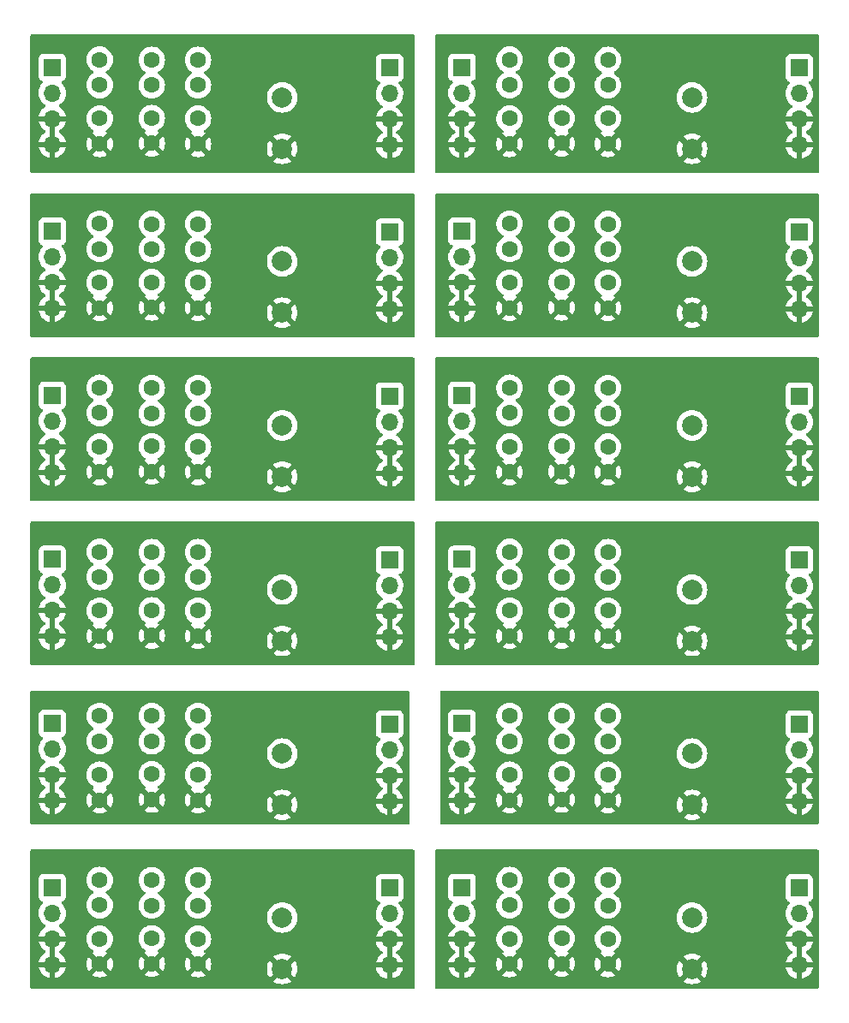
<source format=gbr>
%TF.GenerationSoftware,KiCad,Pcbnew,(6.0.7)*%
%TF.CreationDate,2024-06-12T17:23:34-04:00*%
%TF.ProjectId,DCR BPF V1 (Panel),44435220-4250-4462-9056-31202850616e,rev?*%
%TF.SameCoordinates,Original*%
%TF.FileFunction,Copper,L2,Bot*%
%TF.FilePolarity,Positive*%
%FSLAX46Y46*%
G04 Gerber Fmt 4.6, Leading zero omitted, Abs format (unit mm)*
G04 Created by KiCad (PCBNEW (6.0.7)) date 2024-06-12 17:23:34*
%MOMM*%
%LPD*%
G01*
G04 APERTURE LIST*
%TA.AperFunction,ComponentPad*%
%ADD10C,1.600000*%
%TD*%
%TA.AperFunction,ComponentPad*%
%ADD11R,1.700000X1.700000*%
%TD*%
%TA.AperFunction,ComponentPad*%
%ADD12O,1.700000X1.700000*%
%TD*%
%TA.AperFunction,ComponentPad*%
%ADD13C,2.000000*%
%TD*%
G04 APERTURE END LIST*
D10*
%TO.P,C3,1*%
%TO.N,Net-(C1-Pad1)*%
X99428000Y-144112000D03*
%TO.P,C3,2*%
%TO.N,GND*%
X99428000Y-146612000D03*
%TD*%
%TO.P,C2,1*%
%TO.N,Net-(C1-Pad1)*%
X54356000Y-111620500D03*
%TO.P,C2,2*%
%TO.N,GND*%
X54356000Y-114120500D03*
%TD*%
D11*
%TO.P,J2,1,Pin_1*%
%TO.N,Net-(C4-Pad2)*%
X118351000Y-139105500D03*
D12*
%TO.P,J2,2,Pin_2*%
X118351000Y-141645500D03*
%TO.P,J2,3,Pin_3*%
%TO.N,GND*%
X118351000Y-144185500D03*
%TO.P,J2,4,Pin_4*%
X118351000Y-146725500D03*
%TD*%
D13*
%TO.P,L1,1,1*%
%TO.N,Net-(C4-Pad2)*%
X67246500Y-93344500D03*
%TO.P,L1,2,2*%
%TO.N,GND*%
X67246500Y-98424500D03*
%TD*%
D10*
%TO.P,C1,1*%
%TO.N,Net-(C1-Pad1)*%
X49212500Y-111664000D03*
%TO.P,C1,2*%
%TO.N,GND*%
X49212500Y-114164000D03*
%TD*%
D13*
%TO.P,L1,1,1*%
%TO.N,Net-(C4-Pad2)*%
X107746500Y-142016500D03*
%TO.P,L1,2,2*%
%TO.N,GND*%
X107746500Y-147096500D03*
%TD*%
D10*
%TO.P,C5,1*%
%TO.N,Net-(C1-Pad1)*%
X54356000Y-140810000D03*
%TO.P,C5,2*%
%TO.N,Net-(C4-Pad2)*%
X54356000Y-138310000D03*
%TD*%
%TO.P,C5,1*%
%TO.N,Net-(C1-Pad1)*%
X54356000Y-75914000D03*
%TO.P,C5,2*%
%TO.N,Net-(C4-Pad2)*%
X54356000Y-73414000D03*
%TD*%
D11*
%TO.P,J1,1,Pin_1*%
%TO.N,Net-(C1-Pad1)*%
X85013500Y-139042000D03*
D12*
%TO.P,J1,2,Pin_2*%
X85013500Y-141582000D03*
%TO.P,J1,3,Pin_3*%
%TO.N,GND*%
X85013500Y-144122000D03*
%TO.P,J1,4,Pin_4*%
X85013500Y-146662000D03*
%TD*%
D11*
%TO.P,J2,1,Pin_1*%
%TO.N,Net-(C4-Pad2)*%
X118351000Y-106657500D03*
D12*
%TO.P,J2,2,Pin_2*%
X118351000Y-109197500D03*
%TO.P,J2,3,Pin_3*%
%TO.N,GND*%
X118351000Y-111737500D03*
%TO.P,J2,4,Pin_4*%
X118351000Y-114277500D03*
%TD*%
D11*
%TO.P,J1,1,Pin_1*%
%TO.N,Net-(C1-Pad1)*%
X85013500Y-122818000D03*
D12*
%TO.P,J1,2,Pin_2*%
X85013500Y-125358000D03*
%TO.P,J1,3,Pin_3*%
%TO.N,GND*%
X85013500Y-127898000D03*
%TO.P,J1,4,Pin_4*%
X85013500Y-130438000D03*
%TD*%
D10*
%TO.P,C4,1*%
%TO.N,Net-(C1-Pad1)*%
X49212500Y-75894000D03*
%TO.P,C4,2*%
%TO.N,Net-(C4-Pad2)*%
X49212500Y-73394000D03*
%TD*%
%TO.P,C6,1*%
%TO.N,Net-(C1-Pad1)*%
X99428000Y-75914000D03*
%TO.P,C6,2*%
%TO.N,Net-(C4-Pad2)*%
X99428000Y-73414000D03*
%TD*%
%TO.P,C1,1*%
%TO.N,Net-(C1-Pad1)*%
X49212500Y-127888000D03*
%TO.P,C1,2*%
%TO.N,GND*%
X49212500Y-130388000D03*
%TD*%
D13*
%TO.P,L1,1,1*%
%TO.N,Net-(C4-Pad2)*%
X107746500Y-60896500D03*
%TO.P,L1,2,2*%
%TO.N,GND*%
X107746500Y-65976500D03*
%TD*%
D11*
%TO.P,J1,1,Pin_1*%
%TO.N,Net-(C1-Pad1)*%
X85013500Y-106594000D03*
D12*
%TO.P,J1,2,Pin_2*%
X85013500Y-109134000D03*
%TO.P,J1,3,Pin_3*%
%TO.N,GND*%
X85013500Y-111674000D03*
%TO.P,J1,4,Pin_4*%
X85013500Y-114214000D03*
%TD*%
D11*
%TO.P,J1,1,Pin_1*%
%TO.N,Net-(C1-Pad1)*%
X85013500Y-90370000D03*
D12*
%TO.P,J1,2,Pin_2*%
X85013500Y-92910000D03*
%TO.P,J1,3,Pin_3*%
%TO.N,GND*%
X85013500Y-95450000D03*
%TO.P,J1,4,Pin_4*%
X85013500Y-97990000D03*
%TD*%
D10*
%TO.P,C4,1*%
%TO.N,Net-(C1-Pad1)*%
X89712500Y-75894000D03*
%TO.P,C4,2*%
%TO.N,Net-(C4-Pad2)*%
X89712500Y-73394000D03*
%TD*%
%TO.P,C6,1*%
%TO.N,Net-(C1-Pad1)*%
X99428000Y-92138000D03*
%TO.P,C6,2*%
%TO.N,Net-(C4-Pad2)*%
X99428000Y-89638000D03*
%TD*%
%TO.P,C6,1*%
%TO.N,Net-(C1-Pad1)*%
X58928000Y-124586000D03*
%TO.P,C6,2*%
%TO.N,Net-(C4-Pad2)*%
X58928000Y-122086000D03*
%TD*%
%TO.P,C5,1*%
%TO.N,Net-(C1-Pad1)*%
X54356000Y-59690000D03*
%TO.P,C5,2*%
%TO.N,Net-(C4-Pad2)*%
X54356000Y-57190000D03*
%TD*%
%TO.P,C3,1*%
%TO.N,Net-(C1-Pad1)*%
X58928000Y-79216000D03*
%TO.P,C3,2*%
%TO.N,GND*%
X58928000Y-81716000D03*
%TD*%
%TO.P,C5,1*%
%TO.N,Net-(C1-Pad1)*%
X54356000Y-108362000D03*
%TO.P,C5,2*%
%TO.N,Net-(C4-Pad2)*%
X54356000Y-105862000D03*
%TD*%
D11*
%TO.P,J2,1,Pin_1*%
%TO.N,Net-(C4-Pad2)*%
X77851000Y-74209500D03*
D12*
%TO.P,J2,2,Pin_2*%
X77851000Y-76749500D03*
%TO.P,J2,3,Pin_3*%
%TO.N,GND*%
X77851000Y-79289500D03*
%TO.P,J2,4,Pin_4*%
X77851000Y-81829500D03*
%TD*%
D10*
%TO.P,C5,1*%
%TO.N,Net-(C1-Pad1)*%
X54356000Y-92138000D03*
%TO.P,C5,2*%
%TO.N,Net-(C4-Pad2)*%
X54356000Y-89638000D03*
%TD*%
D11*
%TO.P,J2,1,Pin_1*%
%TO.N,Net-(C4-Pad2)*%
X77851000Y-139105500D03*
D12*
%TO.P,J2,2,Pin_2*%
X77851000Y-141645500D03*
%TO.P,J2,3,Pin_3*%
%TO.N,GND*%
X77851000Y-144185500D03*
%TO.P,J2,4,Pin_4*%
X77851000Y-146725500D03*
%TD*%
D10*
%TO.P,C1,1*%
%TO.N,Net-(C1-Pad1)*%
X89712500Y-62992000D03*
%TO.P,C1,2*%
%TO.N,GND*%
X89712500Y-65492000D03*
%TD*%
D11*
%TO.P,J2,1,Pin_1*%
%TO.N,Net-(C4-Pad2)*%
X118351000Y-57985500D03*
D12*
%TO.P,J2,2,Pin_2*%
X118351000Y-60525500D03*
%TO.P,J2,3,Pin_3*%
%TO.N,GND*%
X118351000Y-63065500D03*
%TO.P,J2,4,Pin_4*%
X118351000Y-65605500D03*
%TD*%
D11*
%TO.P,J2,1,Pin_1*%
%TO.N,Net-(C4-Pad2)*%
X77851000Y-122881500D03*
D12*
%TO.P,J2,2,Pin_2*%
X77851000Y-125421500D03*
%TO.P,J2,3,Pin_3*%
%TO.N,GND*%
X77851000Y-127961500D03*
%TO.P,J2,4,Pin_4*%
X77851000Y-130501500D03*
%TD*%
D10*
%TO.P,C3,1*%
%TO.N,Net-(C1-Pad1)*%
X99428000Y-79216000D03*
%TO.P,C3,2*%
%TO.N,GND*%
X99428000Y-81716000D03*
%TD*%
D11*
%TO.P,J1,1,Pin_1*%
%TO.N,Net-(C1-Pad1)*%
X44513500Y-74146000D03*
D12*
%TO.P,J1,2,Pin_2*%
X44513500Y-76686000D03*
%TO.P,J1,3,Pin_3*%
%TO.N,GND*%
X44513500Y-79226000D03*
%TO.P,J1,4,Pin_4*%
X44513500Y-81766000D03*
%TD*%
D10*
%TO.P,C6,1*%
%TO.N,Net-(C1-Pad1)*%
X58928000Y-59690000D03*
%TO.P,C6,2*%
%TO.N,Net-(C4-Pad2)*%
X58928000Y-57190000D03*
%TD*%
%TO.P,C3,1*%
%TO.N,Net-(C1-Pad1)*%
X58928000Y-62992000D03*
%TO.P,C3,2*%
%TO.N,GND*%
X58928000Y-65492000D03*
%TD*%
%TO.P,C2,1*%
%TO.N,Net-(C1-Pad1)*%
X94856000Y-144068500D03*
%TO.P,C2,2*%
%TO.N,GND*%
X94856000Y-146568500D03*
%TD*%
D11*
%TO.P,J1,1,Pin_1*%
%TO.N,Net-(C1-Pad1)*%
X85013500Y-74146000D03*
D12*
%TO.P,J1,2,Pin_2*%
X85013500Y-76686000D03*
%TO.P,J1,3,Pin_3*%
%TO.N,GND*%
X85013500Y-79226000D03*
%TO.P,J1,4,Pin_4*%
X85013500Y-81766000D03*
%TD*%
D13*
%TO.P,L1,1,1*%
%TO.N,Net-(C4-Pad2)*%
X67246500Y-77120500D03*
%TO.P,L1,2,2*%
%TO.N,GND*%
X67246500Y-82200500D03*
%TD*%
D10*
%TO.P,C5,1*%
%TO.N,Net-(C1-Pad1)*%
X94856000Y-124586000D03*
%TO.P,C5,2*%
%TO.N,Net-(C4-Pad2)*%
X94856000Y-122086000D03*
%TD*%
%TO.P,C6,1*%
%TO.N,Net-(C1-Pad1)*%
X58928000Y-92138000D03*
%TO.P,C6,2*%
%TO.N,Net-(C4-Pad2)*%
X58928000Y-89638000D03*
%TD*%
%TO.P,C4,1*%
%TO.N,Net-(C1-Pad1)*%
X89712500Y-124566000D03*
%TO.P,C4,2*%
%TO.N,Net-(C4-Pad2)*%
X89712500Y-122066000D03*
%TD*%
D11*
%TO.P,J1,1,Pin_1*%
%TO.N,Net-(C1-Pad1)*%
X44513500Y-90370000D03*
D12*
%TO.P,J1,2,Pin_2*%
X44513500Y-92910000D03*
%TO.P,J1,3,Pin_3*%
%TO.N,GND*%
X44513500Y-95450000D03*
%TO.P,J1,4,Pin_4*%
X44513500Y-97990000D03*
%TD*%
D10*
%TO.P,C1,1*%
%TO.N,Net-(C1-Pad1)*%
X49212500Y-144112000D03*
%TO.P,C1,2*%
%TO.N,GND*%
X49212500Y-146612000D03*
%TD*%
D11*
%TO.P,J1,1,Pin_1*%
%TO.N,Net-(C1-Pad1)*%
X44513500Y-139042000D03*
D12*
%TO.P,J1,2,Pin_2*%
X44513500Y-141582000D03*
%TO.P,J1,3,Pin_3*%
%TO.N,GND*%
X44513500Y-144122000D03*
%TO.P,J1,4,Pin_4*%
X44513500Y-146662000D03*
%TD*%
D10*
%TO.P,C1,1*%
%TO.N,Net-(C1-Pad1)*%
X89712500Y-79216000D03*
%TO.P,C1,2*%
%TO.N,GND*%
X89712500Y-81716000D03*
%TD*%
D11*
%TO.P,J2,1,Pin_1*%
%TO.N,Net-(C4-Pad2)*%
X77851000Y-106657500D03*
D12*
%TO.P,J2,2,Pin_2*%
X77851000Y-109197500D03*
%TO.P,J2,3,Pin_3*%
%TO.N,GND*%
X77851000Y-111737500D03*
%TO.P,J2,4,Pin_4*%
X77851000Y-114277500D03*
%TD*%
D11*
%TO.P,J2,1,Pin_1*%
%TO.N,Net-(C4-Pad2)*%
X118351000Y-90433500D03*
D12*
%TO.P,J2,2,Pin_2*%
X118351000Y-92973500D03*
%TO.P,J2,3,Pin_3*%
%TO.N,GND*%
X118351000Y-95513500D03*
%TO.P,J2,4,Pin_4*%
X118351000Y-98053500D03*
%TD*%
D10*
%TO.P,C4,1*%
%TO.N,Net-(C1-Pad1)*%
X89712500Y-92118000D03*
%TO.P,C4,2*%
%TO.N,Net-(C4-Pad2)*%
X89712500Y-89618000D03*
%TD*%
%TO.P,C1,1*%
%TO.N,Net-(C1-Pad1)*%
X49212500Y-95440000D03*
%TO.P,C1,2*%
%TO.N,GND*%
X49212500Y-97940000D03*
%TD*%
%TO.P,C3,1*%
%TO.N,Net-(C1-Pad1)*%
X58928000Y-144112000D03*
%TO.P,C3,2*%
%TO.N,GND*%
X58928000Y-146612000D03*
%TD*%
%TO.P,C4,1*%
%TO.N,Net-(C1-Pad1)*%
X49212500Y-140790000D03*
%TO.P,C4,2*%
%TO.N,Net-(C4-Pad2)*%
X49212500Y-138290000D03*
%TD*%
%TO.P,C6,1*%
%TO.N,Net-(C1-Pad1)*%
X58928000Y-108362000D03*
%TO.P,C6,2*%
%TO.N,Net-(C4-Pad2)*%
X58928000Y-105862000D03*
%TD*%
D11*
%TO.P,J1,1,Pin_1*%
%TO.N,Net-(C1-Pad1)*%
X44513500Y-57922000D03*
D12*
%TO.P,J1,2,Pin_2*%
X44513500Y-60462000D03*
%TO.P,J1,3,Pin_3*%
%TO.N,GND*%
X44513500Y-63002000D03*
%TO.P,J1,4,Pin_4*%
X44513500Y-65542000D03*
%TD*%
D10*
%TO.P,C2,1*%
%TO.N,Net-(C1-Pad1)*%
X94856000Y-62948500D03*
%TO.P,C2,2*%
%TO.N,GND*%
X94856000Y-65448500D03*
%TD*%
D11*
%TO.P,J2,1,Pin_1*%
%TO.N,Net-(C4-Pad2)*%
X77851000Y-90433500D03*
D12*
%TO.P,J2,2,Pin_2*%
X77851000Y-92973500D03*
%TO.P,J2,3,Pin_3*%
%TO.N,GND*%
X77851000Y-95513500D03*
%TO.P,J2,4,Pin_4*%
X77851000Y-98053500D03*
%TD*%
D10*
%TO.P,C2,1*%
%TO.N,Net-(C1-Pad1)*%
X94856000Y-79172500D03*
%TO.P,C2,2*%
%TO.N,GND*%
X94856000Y-81672500D03*
%TD*%
%TO.P,C4,1*%
%TO.N,Net-(C1-Pad1)*%
X49212500Y-59670000D03*
%TO.P,C4,2*%
%TO.N,Net-(C4-Pad2)*%
X49212500Y-57170000D03*
%TD*%
%TO.P,C5,1*%
%TO.N,Net-(C1-Pad1)*%
X94856000Y-75914000D03*
%TO.P,C5,2*%
%TO.N,Net-(C4-Pad2)*%
X94856000Y-73414000D03*
%TD*%
D13*
%TO.P,L1,1,1*%
%TO.N,Net-(C4-Pad2)*%
X107746500Y-77120500D03*
%TO.P,L1,2,2*%
%TO.N,GND*%
X107746500Y-82200500D03*
%TD*%
D10*
%TO.P,C2,1*%
%TO.N,Net-(C1-Pad1)*%
X54356000Y-95396500D03*
%TO.P,C2,2*%
%TO.N,GND*%
X54356000Y-97896500D03*
%TD*%
%TO.P,C4,1*%
%TO.N,Net-(C1-Pad1)*%
X89712500Y-108342000D03*
%TO.P,C4,2*%
%TO.N,Net-(C4-Pad2)*%
X89712500Y-105842000D03*
%TD*%
%TO.P,C1,1*%
%TO.N,Net-(C1-Pad1)*%
X49212500Y-62992000D03*
%TO.P,C1,2*%
%TO.N,GND*%
X49212500Y-65492000D03*
%TD*%
%TO.P,C1,1*%
%TO.N,Net-(C1-Pad1)*%
X89712500Y-127888000D03*
%TO.P,C1,2*%
%TO.N,GND*%
X89712500Y-130388000D03*
%TD*%
%TO.P,C2,1*%
%TO.N,Net-(C1-Pad1)*%
X54356000Y-144068500D03*
%TO.P,C2,2*%
%TO.N,GND*%
X54356000Y-146568500D03*
%TD*%
%TO.P,C2,1*%
%TO.N,Net-(C1-Pad1)*%
X94856000Y-95396500D03*
%TO.P,C2,2*%
%TO.N,GND*%
X94856000Y-97896500D03*
%TD*%
%TO.P,C5,1*%
%TO.N,Net-(C1-Pad1)*%
X94856000Y-59690000D03*
%TO.P,C5,2*%
%TO.N,Net-(C4-Pad2)*%
X94856000Y-57190000D03*
%TD*%
%TO.P,C3,1*%
%TO.N,Net-(C1-Pad1)*%
X99428000Y-95440000D03*
%TO.P,C3,2*%
%TO.N,GND*%
X99428000Y-97940000D03*
%TD*%
D13*
%TO.P,L1,1,1*%
%TO.N,Net-(C4-Pad2)*%
X67246500Y-109568500D03*
%TO.P,L1,2,2*%
%TO.N,GND*%
X67246500Y-114648500D03*
%TD*%
D10*
%TO.P,C2,1*%
%TO.N,Net-(C1-Pad1)*%
X54356000Y-79172500D03*
%TO.P,C2,2*%
%TO.N,GND*%
X54356000Y-81672500D03*
%TD*%
%TO.P,C6,1*%
%TO.N,Net-(C1-Pad1)*%
X99428000Y-108362000D03*
%TO.P,C6,2*%
%TO.N,Net-(C4-Pad2)*%
X99428000Y-105862000D03*
%TD*%
%TO.P,C3,1*%
%TO.N,Net-(C1-Pad1)*%
X58928000Y-127888000D03*
%TO.P,C3,2*%
%TO.N,GND*%
X58928000Y-130388000D03*
%TD*%
%TO.P,C4,1*%
%TO.N,Net-(C1-Pad1)*%
X89712500Y-59670000D03*
%TO.P,C4,2*%
%TO.N,Net-(C4-Pad2)*%
X89712500Y-57170000D03*
%TD*%
%TO.P,C1,1*%
%TO.N,Net-(C1-Pad1)*%
X89712500Y-144112000D03*
%TO.P,C1,2*%
%TO.N,GND*%
X89712500Y-146612000D03*
%TD*%
%TO.P,C6,1*%
%TO.N,Net-(C1-Pad1)*%
X58928000Y-75914000D03*
%TO.P,C6,2*%
%TO.N,Net-(C4-Pad2)*%
X58928000Y-73414000D03*
%TD*%
D11*
%TO.P,J1,1,Pin_1*%
%TO.N,Net-(C1-Pad1)*%
X85013500Y-57922000D03*
D12*
%TO.P,J1,2,Pin_2*%
X85013500Y-60462000D03*
%TO.P,J1,3,Pin_3*%
%TO.N,GND*%
X85013500Y-63002000D03*
%TO.P,J1,4,Pin_4*%
X85013500Y-65542000D03*
%TD*%
D11*
%TO.P,J2,1,Pin_1*%
%TO.N,Net-(C4-Pad2)*%
X77851000Y-57985500D03*
D12*
%TO.P,J2,2,Pin_2*%
X77851000Y-60525500D03*
%TO.P,J2,3,Pin_3*%
%TO.N,GND*%
X77851000Y-63065500D03*
%TO.P,J2,4,Pin_4*%
X77851000Y-65605500D03*
%TD*%
D10*
%TO.P,C1,1*%
%TO.N,Net-(C1-Pad1)*%
X89712500Y-111664000D03*
%TO.P,C1,2*%
%TO.N,GND*%
X89712500Y-114164000D03*
%TD*%
%TO.P,C4,1*%
%TO.N,Net-(C1-Pad1)*%
X49212500Y-108342000D03*
%TO.P,C4,2*%
%TO.N,Net-(C4-Pad2)*%
X49212500Y-105842000D03*
%TD*%
%TO.P,C5,1*%
%TO.N,Net-(C1-Pad1)*%
X94856000Y-140810000D03*
%TO.P,C5,2*%
%TO.N,Net-(C4-Pad2)*%
X94856000Y-138310000D03*
%TD*%
%TO.P,C4,1*%
%TO.N,Net-(C1-Pad1)*%
X89712500Y-140790000D03*
%TO.P,C4,2*%
%TO.N,Net-(C4-Pad2)*%
X89712500Y-138290000D03*
%TD*%
%TO.P,C2,1*%
%TO.N,Net-(C1-Pad1)*%
X54356000Y-127844500D03*
%TO.P,C2,2*%
%TO.N,GND*%
X54356000Y-130344500D03*
%TD*%
D13*
%TO.P,L1,1,1*%
%TO.N,Net-(C4-Pad2)*%
X67246500Y-125792500D03*
%TO.P,L1,2,2*%
%TO.N,GND*%
X67246500Y-130872500D03*
%TD*%
%TO.P,L1,1,1*%
%TO.N,Net-(C4-Pad2)*%
X67246500Y-60896500D03*
%TO.P,L1,2,2*%
%TO.N,GND*%
X67246500Y-65976500D03*
%TD*%
D11*
%TO.P,J1,1,Pin_1*%
%TO.N,Net-(C1-Pad1)*%
X44513500Y-106594000D03*
D12*
%TO.P,J1,2,Pin_2*%
X44513500Y-109134000D03*
%TO.P,J1,3,Pin_3*%
%TO.N,GND*%
X44513500Y-111674000D03*
%TO.P,J1,4,Pin_4*%
X44513500Y-114214000D03*
%TD*%
D10*
%TO.P,C3,1*%
%TO.N,Net-(C1-Pad1)*%
X99428000Y-111664000D03*
%TO.P,C3,2*%
%TO.N,GND*%
X99428000Y-114164000D03*
%TD*%
%TO.P,C5,1*%
%TO.N,Net-(C1-Pad1)*%
X54356000Y-124586000D03*
%TO.P,C5,2*%
%TO.N,Net-(C4-Pad2)*%
X54356000Y-122086000D03*
%TD*%
%TO.P,C1,1*%
%TO.N,Net-(C1-Pad1)*%
X89712500Y-95440000D03*
%TO.P,C1,2*%
%TO.N,GND*%
X89712500Y-97940000D03*
%TD*%
%TO.P,C5,1*%
%TO.N,Net-(C1-Pad1)*%
X94856000Y-92138000D03*
%TO.P,C5,2*%
%TO.N,Net-(C4-Pad2)*%
X94856000Y-89638000D03*
%TD*%
D13*
%TO.P,L1,1,1*%
%TO.N,Net-(C4-Pad2)*%
X107746500Y-125792500D03*
%TO.P,L1,2,2*%
%TO.N,GND*%
X107746500Y-130872500D03*
%TD*%
D10*
%TO.P,C4,1*%
%TO.N,Net-(C1-Pad1)*%
X49212500Y-92118000D03*
%TO.P,C4,2*%
%TO.N,Net-(C4-Pad2)*%
X49212500Y-89618000D03*
%TD*%
%TO.P,C4,1*%
%TO.N,Net-(C1-Pad1)*%
X49212500Y-124566000D03*
%TO.P,C4,2*%
%TO.N,Net-(C4-Pad2)*%
X49212500Y-122066000D03*
%TD*%
%TO.P,C2,1*%
%TO.N,Net-(C1-Pad1)*%
X94856000Y-111620500D03*
%TO.P,C2,2*%
%TO.N,GND*%
X94856000Y-114120500D03*
%TD*%
%TO.P,C3,1*%
%TO.N,Net-(C1-Pad1)*%
X58928000Y-95440000D03*
%TO.P,C3,2*%
%TO.N,GND*%
X58928000Y-97940000D03*
%TD*%
%TO.P,C3,1*%
%TO.N,Net-(C1-Pad1)*%
X99428000Y-127888000D03*
%TO.P,C3,2*%
%TO.N,GND*%
X99428000Y-130388000D03*
%TD*%
D13*
%TO.P,L1,1,1*%
%TO.N,Net-(C4-Pad2)*%
X107746500Y-93344500D03*
%TO.P,L1,2,2*%
%TO.N,GND*%
X107746500Y-98424500D03*
%TD*%
D10*
%TO.P,C5,1*%
%TO.N,Net-(C1-Pad1)*%
X94856000Y-108362000D03*
%TO.P,C5,2*%
%TO.N,Net-(C4-Pad2)*%
X94856000Y-105862000D03*
%TD*%
D11*
%TO.P,J2,1,Pin_1*%
%TO.N,Net-(C4-Pad2)*%
X118351000Y-74209500D03*
D12*
%TO.P,J2,2,Pin_2*%
X118351000Y-76749500D03*
%TO.P,J2,3,Pin_3*%
%TO.N,GND*%
X118351000Y-79289500D03*
%TO.P,J2,4,Pin_4*%
X118351000Y-81829500D03*
%TD*%
D10*
%TO.P,C6,1*%
%TO.N,Net-(C1-Pad1)*%
X99428000Y-124586000D03*
%TO.P,C6,2*%
%TO.N,Net-(C4-Pad2)*%
X99428000Y-122086000D03*
%TD*%
%TO.P,C6,1*%
%TO.N,Net-(C1-Pad1)*%
X58928000Y-140810000D03*
%TO.P,C6,2*%
%TO.N,Net-(C4-Pad2)*%
X58928000Y-138310000D03*
%TD*%
%TO.P,C2,1*%
%TO.N,Net-(C1-Pad1)*%
X54356000Y-62948500D03*
%TO.P,C2,2*%
%TO.N,GND*%
X54356000Y-65448500D03*
%TD*%
%TO.P,C2,1*%
%TO.N,Net-(C1-Pad1)*%
X94856000Y-127844500D03*
%TO.P,C2,2*%
%TO.N,GND*%
X94856000Y-130344500D03*
%TD*%
D13*
%TO.P,L1,1,1*%
%TO.N,Net-(C4-Pad2)*%
X107746500Y-109568500D03*
%TO.P,L1,2,2*%
%TO.N,GND*%
X107746500Y-114648500D03*
%TD*%
D10*
%TO.P,C1,1*%
%TO.N,Net-(C1-Pad1)*%
X49212500Y-79216000D03*
%TO.P,C1,2*%
%TO.N,GND*%
X49212500Y-81716000D03*
%TD*%
%TO.P,C3,1*%
%TO.N,Net-(C1-Pad1)*%
X99428000Y-62992000D03*
%TO.P,C3,2*%
%TO.N,GND*%
X99428000Y-65492000D03*
%TD*%
D11*
%TO.P,J2,1,Pin_1*%
%TO.N,Net-(C4-Pad2)*%
X118351000Y-122881500D03*
D12*
%TO.P,J2,2,Pin_2*%
X118351000Y-125421500D03*
%TO.P,J2,3,Pin_3*%
%TO.N,GND*%
X118351000Y-127961500D03*
%TO.P,J2,4,Pin_4*%
X118351000Y-130501500D03*
%TD*%
D10*
%TO.P,C6,1*%
%TO.N,Net-(C1-Pad1)*%
X99428000Y-140810000D03*
%TO.P,C6,2*%
%TO.N,Net-(C4-Pad2)*%
X99428000Y-138310000D03*
%TD*%
%TO.P,C6,1*%
%TO.N,Net-(C1-Pad1)*%
X99428000Y-59690000D03*
%TO.P,C6,2*%
%TO.N,Net-(C4-Pad2)*%
X99428000Y-57190000D03*
%TD*%
%TO.P,C3,1*%
%TO.N,Net-(C1-Pad1)*%
X58928000Y-111664000D03*
%TO.P,C3,2*%
%TO.N,GND*%
X58928000Y-114164000D03*
%TD*%
D11*
%TO.P,J1,1,Pin_1*%
%TO.N,Net-(C1-Pad1)*%
X44513500Y-122818000D03*
D12*
%TO.P,J1,2,Pin_2*%
X44513500Y-125358000D03*
%TO.P,J1,3,Pin_3*%
%TO.N,GND*%
X44513500Y-127898000D03*
%TO.P,J1,4,Pin_4*%
X44513500Y-130438000D03*
%TD*%
D13*
%TO.P,L1,1,1*%
%TO.N,Net-(C4-Pad2)*%
X67246500Y-142016500D03*
%TO.P,L1,2,2*%
%TO.N,GND*%
X67246500Y-147096500D03*
%TD*%
%TA.AperFunction,Conductor*%
%TO.N,GND*%
G36*
X80269621Y-86633502D02*
G01*
X80316114Y-86687158D01*
X80327500Y-86739500D01*
X80327500Y-100711500D01*
X80307498Y-100779621D01*
X80253842Y-100826114D01*
X80201500Y-100837500D01*
X42481000Y-100837500D01*
X42412879Y-100817498D01*
X42366386Y-100763842D01*
X42355000Y-100711500D01*
X42355000Y-99657170D01*
X66378660Y-99657170D01*
X66384387Y-99664820D01*
X66555542Y-99769705D01*
X66564337Y-99774187D01*
X66774488Y-99861234D01*
X66783873Y-99864283D01*
X67005054Y-99917385D01*
X67014801Y-99918928D01*
X67241570Y-99936775D01*
X67251430Y-99936775D01*
X67478199Y-99918928D01*
X67487946Y-99917385D01*
X67709127Y-99864283D01*
X67718512Y-99861234D01*
X67928663Y-99774187D01*
X67937458Y-99769705D01*
X68104945Y-99667068D01*
X68114407Y-99656610D01*
X68110624Y-99647834D01*
X67259312Y-98796522D01*
X67245368Y-98788908D01*
X67243535Y-98789039D01*
X67236920Y-98793290D01*
X66385420Y-99644790D01*
X66378660Y-99657170D01*
X42355000Y-99657170D01*
X42355000Y-98257966D01*
X43181757Y-98257966D01*
X43212065Y-98392446D01*
X43215145Y-98402275D01*
X43295270Y-98599603D01*
X43299913Y-98608794D01*
X43411194Y-98790388D01*
X43417277Y-98798699D01*
X43556713Y-98959667D01*
X43564080Y-98966883D01*
X43727934Y-99102916D01*
X43736381Y-99108831D01*
X43920256Y-99216279D01*
X43929542Y-99220729D01*
X44128501Y-99296703D01*
X44138399Y-99299579D01*
X44241750Y-99320606D01*
X44255799Y-99319410D01*
X44259500Y-99309065D01*
X44259500Y-99308517D01*
X44767500Y-99308517D01*
X44771564Y-99322359D01*
X44784978Y-99324393D01*
X44791684Y-99323534D01*
X44801762Y-99321392D01*
X45005755Y-99260191D01*
X45015342Y-99256433D01*
X45206595Y-99162739D01*
X45215445Y-99157464D01*
X45388828Y-99033792D01*
X45396700Y-99027139D01*
X45397781Y-99026062D01*
X48490993Y-99026062D01*
X48500289Y-99038077D01*
X48551494Y-99073931D01*
X48560989Y-99079414D01*
X48758447Y-99171490D01*
X48768739Y-99175236D01*
X48979188Y-99231625D01*
X48989981Y-99233528D01*
X49207025Y-99252517D01*
X49217975Y-99252517D01*
X49435019Y-99233528D01*
X49445812Y-99231625D01*
X49656261Y-99175236D01*
X49666553Y-99171490D01*
X49864011Y-99079414D01*
X49873506Y-99073931D01*
X49925548Y-99037491D01*
X49933924Y-99027012D01*
X49926856Y-99013566D01*
X49895852Y-98982562D01*
X53634493Y-98982562D01*
X53643789Y-98994577D01*
X53694994Y-99030431D01*
X53704489Y-99035914D01*
X53901947Y-99127990D01*
X53912239Y-99131736D01*
X54122688Y-99188125D01*
X54133481Y-99190028D01*
X54350525Y-99209017D01*
X54361475Y-99209017D01*
X54578519Y-99190028D01*
X54589312Y-99188125D01*
X54799761Y-99131736D01*
X54810053Y-99127990D01*
X55007511Y-99035914D01*
X55017006Y-99030431D01*
X55023246Y-99026062D01*
X58206493Y-99026062D01*
X58215789Y-99038077D01*
X58266994Y-99073931D01*
X58276489Y-99079414D01*
X58473947Y-99171490D01*
X58484239Y-99175236D01*
X58694688Y-99231625D01*
X58705481Y-99233528D01*
X58922525Y-99252517D01*
X58933475Y-99252517D01*
X59150519Y-99233528D01*
X59161312Y-99231625D01*
X59371761Y-99175236D01*
X59382053Y-99171490D01*
X59579511Y-99079414D01*
X59589006Y-99073931D01*
X59641048Y-99037491D01*
X59649424Y-99027012D01*
X59642356Y-99013566D01*
X58940812Y-98312022D01*
X58926868Y-98304408D01*
X58925035Y-98304539D01*
X58918420Y-98308790D01*
X58212923Y-99014287D01*
X58206493Y-99026062D01*
X55023246Y-99026062D01*
X55069048Y-98993991D01*
X55077424Y-98983512D01*
X55070356Y-98970066D01*
X54368812Y-98268522D01*
X54354868Y-98260908D01*
X54353035Y-98261039D01*
X54346420Y-98265290D01*
X53640923Y-98970787D01*
X53634493Y-98982562D01*
X49895852Y-98982562D01*
X49225312Y-98312022D01*
X49211368Y-98304408D01*
X49209535Y-98304539D01*
X49202920Y-98308790D01*
X48497423Y-99014287D01*
X48490993Y-99026062D01*
X45397781Y-99026062D01*
X45547552Y-98876812D01*
X45554230Y-98868965D01*
X45678503Y-98696020D01*
X45683813Y-98687183D01*
X45778170Y-98496267D01*
X45781969Y-98486672D01*
X45843877Y-98282910D01*
X45846055Y-98272837D01*
X45847486Y-98261962D01*
X45845275Y-98247778D01*
X45832117Y-98244000D01*
X44785615Y-98244000D01*
X44770376Y-98248475D01*
X44769171Y-98249865D01*
X44767500Y-98257548D01*
X44767500Y-99308517D01*
X44259500Y-99308517D01*
X44259500Y-98262115D01*
X44255025Y-98246876D01*
X44253635Y-98245671D01*
X44245952Y-98244000D01*
X43196725Y-98244000D01*
X43183194Y-98247973D01*
X43181757Y-98257966D01*
X42355000Y-98257966D01*
X42355000Y-97945475D01*
X47899983Y-97945475D01*
X47918972Y-98162519D01*
X47920875Y-98173312D01*
X47977264Y-98383761D01*
X47981010Y-98394053D01*
X48073086Y-98591511D01*
X48078569Y-98601006D01*
X48115009Y-98653048D01*
X48125488Y-98661424D01*
X48138934Y-98654356D01*
X48840478Y-97952812D01*
X48846856Y-97941132D01*
X49576908Y-97941132D01*
X49577039Y-97942965D01*
X49581290Y-97949580D01*
X50286787Y-98655077D01*
X50298562Y-98661507D01*
X50310577Y-98652211D01*
X50346431Y-98601006D01*
X50351914Y-98591511D01*
X50443990Y-98394053D01*
X50447736Y-98383761D01*
X50504125Y-98173312D01*
X50506028Y-98162519D01*
X50525017Y-97945475D01*
X50525017Y-97934525D01*
X50522169Y-97901975D01*
X53043483Y-97901975D01*
X53062472Y-98119019D01*
X53064375Y-98129812D01*
X53120764Y-98340261D01*
X53124510Y-98350553D01*
X53216586Y-98548011D01*
X53222069Y-98557506D01*
X53258509Y-98609548D01*
X53268988Y-98617924D01*
X53282434Y-98610856D01*
X53983978Y-97909312D01*
X53990356Y-97897632D01*
X54720408Y-97897632D01*
X54720539Y-97899465D01*
X54724790Y-97906080D01*
X55430287Y-98611577D01*
X55442062Y-98618007D01*
X55454077Y-98608711D01*
X55489931Y-98557506D01*
X55495414Y-98548011D01*
X55587490Y-98350553D01*
X55591236Y-98340261D01*
X55647625Y-98129812D01*
X55649528Y-98119019D01*
X55664711Y-97945475D01*
X57615483Y-97945475D01*
X57634472Y-98162519D01*
X57636375Y-98173312D01*
X57692764Y-98383761D01*
X57696510Y-98394053D01*
X57788586Y-98591511D01*
X57794069Y-98601006D01*
X57830509Y-98653048D01*
X57840988Y-98661424D01*
X57854434Y-98654356D01*
X58555978Y-97952812D01*
X58562356Y-97941132D01*
X59292408Y-97941132D01*
X59292539Y-97942965D01*
X59296790Y-97949580D01*
X60002287Y-98655077D01*
X60014062Y-98661507D01*
X60026077Y-98652211D01*
X60061931Y-98601006D01*
X60067414Y-98591511D01*
X60142993Y-98429430D01*
X65734225Y-98429430D01*
X65752072Y-98656199D01*
X65753615Y-98665946D01*
X65806717Y-98887127D01*
X65809766Y-98896512D01*
X65896813Y-99106663D01*
X65901295Y-99115458D01*
X66003932Y-99282945D01*
X66014390Y-99292407D01*
X66023166Y-99288624D01*
X66874478Y-98437312D01*
X66880856Y-98425632D01*
X67610908Y-98425632D01*
X67611039Y-98427465D01*
X67615290Y-98434080D01*
X68466790Y-99285580D01*
X68479170Y-99292340D01*
X68486820Y-99286613D01*
X68591705Y-99115458D01*
X68596187Y-99106663D01*
X68683234Y-98896512D01*
X68686283Y-98887127D01*
X68739385Y-98665946D01*
X68740928Y-98656199D01*
X68758775Y-98429430D01*
X68758775Y-98419570D01*
X68751054Y-98321466D01*
X76519257Y-98321466D01*
X76549565Y-98455946D01*
X76552645Y-98465775D01*
X76632770Y-98663103D01*
X76637413Y-98672294D01*
X76748694Y-98853888D01*
X76754777Y-98862199D01*
X76894213Y-99023167D01*
X76901580Y-99030383D01*
X77065434Y-99166416D01*
X77073881Y-99172331D01*
X77257756Y-99279779D01*
X77267042Y-99284229D01*
X77466001Y-99360203D01*
X77475899Y-99363079D01*
X77579250Y-99384106D01*
X77593299Y-99382910D01*
X77597000Y-99372565D01*
X77597000Y-99372017D01*
X78105000Y-99372017D01*
X78109064Y-99385859D01*
X78122478Y-99387893D01*
X78129184Y-99387034D01*
X78139262Y-99384892D01*
X78343255Y-99323691D01*
X78352842Y-99319933D01*
X78544095Y-99226239D01*
X78552945Y-99220964D01*
X78726328Y-99097292D01*
X78734200Y-99090639D01*
X78885052Y-98940312D01*
X78891730Y-98932465D01*
X79016003Y-98759520D01*
X79021313Y-98750683D01*
X79115670Y-98559767D01*
X79119469Y-98550172D01*
X79181377Y-98346410D01*
X79183555Y-98336337D01*
X79184986Y-98325462D01*
X79182775Y-98311278D01*
X79169617Y-98307500D01*
X78123115Y-98307500D01*
X78107876Y-98311975D01*
X78106671Y-98313365D01*
X78105000Y-98321048D01*
X78105000Y-99372017D01*
X77597000Y-99372017D01*
X77597000Y-98325615D01*
X77592525Y-98310376D01*
X77591135Y-98309171D01*
X77583452Y-98307500D01*
X76534225Y-98307500D01*
X76520694Y-98311473D01*
X76519257Y-98321466D01*
X68751054Y-98321466D01*
X68740928Y-98192801D01*
X68739385Y-98183054D01*
X68686283Y-97961873D01*
X68683234Y-97952488D01*
X68614970Y-97787683D01*
X76515389Y-97787683D01*
X76516912Y-97796107D01*
X76529292Y-97799500D01*
X77578885Y-97799500D01*
X77594124Y-97795025D01*
X77595329Y-97793635D01*
X77597000Y-97785952D01*
X77597000Y-97781385D01*
X78105000Y-97781385D01*
X78109475Y-97796624D01*
X78110865Y-97797829D01*
X78118548Y-97799500D01*
X79169344Y-97799500D01*
X79182875Y-97795527D01*
X79184180Y-97786447D01*
X79142214Y-97619375D01*
X79138894Y-97609624D01*
X79053972Y-97414314D01*
X79049105Y-97405239D01*
X78933426Y-97226426D01*
X78927136Y-97218257D01*
X78783806Y-97060740D01*
X78776273Y-97053715D01*
X78609139Y-96921722D01*
X78600552Y-96916017D01*
X78563116Y-96895351D01*
X78513146Y-96844919D01*
X78498374Y-96775476D01*
X78523490Y-96709071D01*
X78550842Y-96682464D01*
X78726327Y-96557292D01*
X78734200Y-96550639D01*
X78885052Y-96400312D01*
X78891730Y-96392465D01*
X79016003Y-96219520D01*
X79021313Y-96210683D01*
X79115670Y-96019767D01*
X79119469Y-96010172D01*
X79181377Y-95806410D01*
X79183555Y-95796337D01*
X79184986Y-95785462D01*
X79182775Y-95771278D01*
X79169617Y-95767500D01*
X78123115Y-95767500D01*
X78107876Y-95771975D01*
X78106671Y-95773365D01*
X78105000Y-95781048D01*
X78105000Y-97781385D01*
X77597000Y-97781385D01*
X77597000Y-95785615D01*
X77592525Y-95770376D01*
X77591135Y-95769171D01*
X77583452Y-95767500D01*
X76534225Y-95767500D01*
X76520694Y-95771473D01*
X76519257Y-95781466D01*
X76549565Y-95915946D01*
X76552645Y-95925775D01*
X76632770Y-96123103D01*
X76637413Y-96132294D01*
X76748694Y-96313888D01*
X76754777Y-96322199D01*
X76894213Y-96483167D01*
X76901580Y-96490383D01*
X77065434Y-96626416D01*
X77073881Y-96632331D01*
X77143479Y-96673001D01*
X77192203Y-96724640D01*
X77205274Y-96794423D01*
X77178543Y-96860194D01*
X77138087Y-96893553D01*
X77129462Y-96898042D01*
X77120738Y-96903536D01*
X76950433Y-97031405D01*
X76942726Y-97038248D01*
X76795590Y-97192217D01*
X76789104Y-97200227D01*
X76669098Y-97376149D01*
X76664000Y-97385123D01*
X76574338Y-97578283D01*
X76570775Y-97587970D01*
X76515389Y-97787683D01*
X68614970Y-97787683D01*
X68596187Y-97742337D01*
X68591705Y-97733542D01*
X68489068Y-97566055D01*
X68478610Y-97556593D01*
X68469834Y-97560376D01*
X67618522Y-98411688D01*
X67610908Y-98425632D01*
X66880856Y-98425632D01*
X66882092Y-98423368D01*
X66881961Y-98421535D01*
X66877710Y-98414920D01*
X66026210Y-97563420D01*
X66013830Y-97556660D01*
X66006180Y-97562387D01*
X65901295Y-97733542D01*
X65896813Y-97742337D01*
X65809766Y-97952488D01*
X65806717Y-97961873D01*
X65753615Y-98183054D01*
X65752072Y-98192801D01*
X65734225Y-98419570D01*
X65734225Y-98429430D01*
X60142993Y-98429430D01*
X60159490Y-98394053D01*
X60163236Y-98383761D01*
X60219625Y-98173312D01*
X60221528Y-98162519D01*
X60240517Y-97945475D01*
X60240517Y-97934525D01*
X60221528Y-97717481D01*
X60219625Y-97706688D01*
X60163236Y-97496239D01*
X60159490Y-97485947D01*
X60067414Y-97288489D01*
X60061931Y-97278994D01*
X60025491Y-97226952D01*
X60015012Y-97218576D01*
X60001566Y-97225644D01*
X59300022Y-97927188D01*
X59292408Y-97941132D01*
X58562356Y-97941132D01*
X58563592Y-97938868D01*
X58563461Y-97937035D01*
X58559210Y-97930420D01*
X57853713Y-97224923D01*
X57841938Y-97218493D01*
X57829923Y-97227789D01*
X57794069Y-97278994D01*
X57788586Y-97288489D01*
X57696510Y-97485947D01*
X57692764Y-97496239D01*
X57636375Y-97706688D01*
X57634472Y-97717481D01*
X57615483Y-97934525D01*
X57615483Y-97945475D01*
X55664711Y-97945475D01*
X55668517Y-97901975D01*
X55668517Y-97891025D01*
X55649528Y-97673981D01*
X55647625Y-97663188D01*
X55591236Y-97452739D01*
X55587490Y-97442447D01*
X55495414Y-97244989D01*
X55489931Y-97235494D01*
X55453491Y-97183452D01*
X55443012Y-97175076D01*
X55429566Y-97182144D01*
X54728022Y-97883688D01*
X54720408Y-97897632D01*
X53990356Y-97897632D01*
X53991592Y-97895368D01*
X53991461Y-97893535D01*
X53987210Y-97886920D01*
X53281713Y-97181423D01*
X53269938Y-97174993D01*
X53257923Y-97184289D01*
X53222069Y-97235494D01*
X53216586Y-97244989D01*
X53124510Y-97442447D01*
X53120764Y-97452739D01*
X53064375Y-97663188D01*
X53062472Y-97673981D01*
X53043483Y-97891025D01*
X53043483Y-97901975D01*
X50522169Y-97901975D01*
X50506028Y-97717481D01*
X50504125Y-97706688D01*
X50447736Y-97496239D01*
X50443990Y-97485947D01*
X50351914Y-97288489D01*
X50346431Y-97278994D01*
X50309991Y-97226952D01*
X50299512Y-97218576D01*
X50286066Y-97225644D01*
X49584522Y-97927188D01*
X49576908Y-97941132D01*
X48846856Y-97941132D01*
X48848092Y-97938868D01*
X48847961Y-97937035D01*
X48843710Y-97930420D01*
X48138213Y-97224923D01*
X48126438Y-97218493D01*
X48114423Y-97227789D01*
X48078569Y-97278994D01*
X48073086Y-97288489D01*
X47981010Y-97485947D01*
X47977264Y-97496239D01*
X47920875Y-97706688D01*
X47918972Y-97717481D01*
X47899983Y-97934525D01*
X47899983Y-97945475D01*
X42355000Y-97945475D01*
X42355000Y-97724183D01*
X43177889Y-97724183D01*
X43179412Y-97732607D01*
X43191792Y-97736000D01*
X44241385Y-97736000D01*
X44256624Y-97731525D01*
X44257829Y-97730135D01*
X44259500Y-97722452D01*
X44259500Y-97717885D01*
X44767500Y-97717885D01*
X44771975Y-97733124D01*
X44773365Y-97734329D01*
X44781048Y-97736000D01*
X45831844Y-97736000D01*
X45845375Y-97732027D01*
X45846680Y-97722947D01*
X45804714Y-97555875D01*
X45801394Y-97546124D01*
X45716472Y-97350814D01*
X45711605Y-97341739D01*
X45595926Y-97162926D01*
X45589636Y-97154757D01*
X45446306Y-96997240D01*
X45438773Y-96990215D01*
X45271639Y-96858222D01*
X45263052Y-96852517D01*
X45225616Y-96831851D01*
X45175646Y-96781419D01*
X45160874Y-96711976D01*
X45185990Y-96645571D01*
X45213342Y-96618964D01*
X45388827Y-96493792D01*
X45396700Y-96487139D01*
X45547552Y-96336812D01*
X45554230Y-96328965D01*
X45678503Y-96156020D01*
X45683813Y-96147183D01*
X45778170Y-95956267D01*
X45781969Y-95946672D01*
X45843877Y-95742910D01*
X45846055Y-95732837D01*
X45847486Y-95721962D01*
X45845275Y-95707778D01*
X45832117Y-95704000D01*
X44785615Y-95704000D01*
X44770376Y-95708475D01*
X44769171Y-95709865D01*
X44767500Y-95717548D01*
X44767500Y-97717885D01*
X44259500Y-97717885D01*
X44259500Y-95722115D01*
X44255025Y-95706876D01*
X44253635Y-95705671D01*
X44245952Y-95704000D01*
X43196725Y-95704000D01*
X43183194Y-95707973D01*
X43181757Y-95717966D01*
X43212065Y-95852446D01*
X43215145Y-95862275D01*
X43295270Y-96059603D01*
X43299913Y-96068794D01*
X43411194Y-96250388D01*
X43417277Y-96258699D01*
X43556713Y-96419667D01*
X43564080Y-96426883D01*
X43727934Y-96562916D01*
X43736381Y-96568831D01*
X43805979Y-96609501D01*
X43854703Y-96661140D01*
X43867774Y-96730923D01*
X43841043Y-96796694D01*
X43800587Y-96830053D01*
X43791962Y-96834542D01*
X43783238Y-96840036D01*
X43612933Y-96967905D01*
X43605226Y-96974748D01*
X43458090Y-97128717D01*
X43451604Y-97136727D01*
X43331598Y-97312649D01*
X43326500Y-97321623D01*
X43236838Y-97514783D01*
X43233275Y-97524470D01*
X43177889Y-97724183D01*
X42355000Y-97724183D01*
X42355000Y-95440000D01*
X47899002Y-95440000D01*
X47918957Y-95668087D01*
X47920381Y-95673400D01*
X47920381Y-95673402D01*
X47946043Y-95769171D01*
X47978216Y-95889243D01*
X47980539Y-95894224D01*
X47980539Y-95894225D01*
X48072651Y-96091762D01*
X48072654Y-96091767D01*
X48074977Y-96096749D01*
X48116479Y-96156020D01*
X48178572Y-96244697D01*
X48206302Y-96284300D01*
X48368200Y-96446198D01*
X48372708Y-96449355D01*
X48372711Y-96449357D01*
X48436171Y-96493792D01*
X48555751Y-96577523D01*
X48560735Y-96579847D01*
X48563028Y-96581171D01*
X48612021Y-96632553D01*
X48625457Y-96702267D01*
X48599071Y-96768178D01*
X48563028Y-96799409D01*
X48551498Y-96806066D01*
X48499452Y-96842509D01*
X48491076Y-96852988D01*
X48498144Y-96866434D01*
X49199688Y-97567978D01*
X49213632Y-97575592D01*
X49215465Y-97575461D01*
X49222080Y-97571210D01*
X49927577Y-96865713D01*
X49934007Y-96853938D01*
X49924711Y-96841923D01*
X49873502Y-96806066D01*
X49861972Y-96799409D01*
X49812979Y-96748027D01*
X49799542Y-96678313D01*
X49825929Y-96612402D01*
X49861972Y-96581171D01*
X49864265Y-96579847D01*
X49869249Y-96577523D01*
X49988829Y-96493792D01*
X50052289Y-96449357D01*
X50052292Y-96449355D01*
X50056800Y-96446198D01*
X50218698Y-96284300D01*
X50246429Y-96244697D01*
X50308521Y-96156020D01*
X50350023Y-96096749D01*
X50352346Y-96091767D01*
X50352349Y-96091762D01*
X50444461Y-95894225D01*
X50444461Y-95894224D01*
X50446784Y-95889243D01*
X50478958Y-95769171D01*
X50504619Y-95673402D01*
X50504619Y-95673400D01*
X50506043Y-95668087D01*
X50525998Y-95440000D01*
X50522192Y-95396500D01*
X53042502Y-95396500D01*
X53062457Y-95624587D01*
X53063881Y-95629900D01*
X53063881Y-95629902D01*
X53108478Y-95796337D01*
X53121716Y-95845743D01*
X53124039Y-95850724D01*
X53124039Y-95850725D01*
X53216151Y-96048262D01*
X53216154Y-96048267D01*
X53218477Y-96053249D01*
X53290438Y-96156020D01*
X53334902Y-96219520D01*
X53349802Y-96240800D01*
X53511700Y-96402698D01*
X53516208Y-96405855D01*
X53516211Y-96405857D01*
X53568259Y-96442301D01*
X53699251Y-96534023D01*
X53704235Y-96536347D01*
X53706528Y-96537671D01*
X53755521Y-96589053D01*
X53768957Y-96658767D01*
X53742571Y-96724678D01*
X53706528Y-96755909D01*
X53694998Y-96762566D01*
X53642952Y-96799009D01*
X53634576Y-96809488D01*
X53641644Y-96822934D01*
X54343188Y-97524478D01*
X54357132Y-97532092D01*
X54358965Y-97531961D01*
X54365580Y-97527710D01*
X55071077Y-96822213D01*
X55077507Y-96810438D01*
X55068211Y-96798423D01*
X55017002Y-96762566D01*
X55005472Y-96755909D01*
X54956479Y-96704527D01*
X54943042Y-96634813D01*
X54969429Y-96568902D01*
X55005472Y-96537671D01*
X55007765Y-96536347D01*
X55012749Y-96534023D01*
X55143741Y-96442301D01*
X55195789Y-96405857D01*
X55195792Y-96405855D01*
X55200300Y-96402698D01*
X55362198Y-96240800D01*
X55377099Y-96219520D01*
X55421562Y-96156020D01*
X55493523Y-96053249D01*
X55495846Y-96048267D01*
X55495849Y-96048262D01*
X55587961Y-95850725D01*
X55587961Y-95850724D01*
X55590284Y-95845743D01*
X55603523Y-95796337D01*
X55648119Y-95629902D01*
X55648119Y-95629900D01*
X55649543Y-95624587D01*
X55665692Y-95440000D01*
X57614502Y-95440000D01*
X57634457Y-95668087D01*
X57635881Y-95673400D01*
X57635881Y-95673402D01*
X57661543Y-95769171D01*
X57693716Y-95889243D01*
X57696039Y-95894224D01*
X57696039Y-95894225D01*
X57788151Y-96091762D01*
X57788154Y-96091767D01*
X57790477Y-96096749D01*
X57831979Y-96156020D01*
X57894072Y-96244697D01*
X57921802Y-96284300D01*
X58083700Y-96446198D01*
X58088208Y-96449355D01*
X58088211Y-96449357D01*
X58151671Y-96493792D01*
X58271251Y-96577523D01*
X58276235Y-96579847D01*
X58278528Y-96581171D01*
X58327521Y-96632553D01*
X58340957Y-96702267D01*
X58314571Y-96768178D01*
X58278528Y-96799409D01*
X58266998Y-96806066D01*
X58214952Y-96842509D01*
X58206576Y-96852988D01*
X58213644Y-96866434D01*
X58915188Y-97567978D01*
X58929132Y-97575592D01*
X58930965Y-97575461D01*
X58937580Y-97571210D01*
X59316400Y-97192390D01*
X66378593Y-97192390D01*
X66382376Y-97201166D01*
X67233688Y-98052478D01*
X67247632Y-98060092D01*
X67249465Y-98059961D01*
X67256080Y-98055710D01*
X68107580Y-97204210D01*
X68114340Y-97191830D01*
X68108613Y-97184180D01*
X67937458Y-97079295D01*
X67928663Y-97074813D01*
X67718512Y-96987766D01*
X67709127Y-96984717D01*
X67487946Y-96931615D01*
X67478199Y-96930072D01*
X67251430Y-96912225D01*
X67241570Y-96912225D01*
X67014801Y-96930072D01*
X67005054Y-96931615D01*
X66783873Y-96984717D01*
X66774488Y-96987766D01*
X66564337Y-97074813D01*
X66555542Y-97079295D01*
X66388055Y-97181932D01*
X66378593Y-97192390D01*
X59316400Y-97192390D01*
X59643077Y-96865713D01*
X59649507Y-96853938D01*
X59640211Y-96841923D01*
X59589002Y-96806066D01*
X59577472Y-96799409D01*
X59528479Y-96748027D01*
X59515042Y-96678313D01*
X59541429Y-96612402D01*
X59577472Y-96581171D01*
X59579765Y-96579847D01*
X59584749Y-96577523D01*
X59704329Y-96493792D01*
X59767789Y-96449357D01*
X59767792Y-96449355D01*
X59772300Y-96446198D01*
X59934198Y-96284300D01*
X59961929Y-96244697D01*
X60024021Y-96156020D01*
X60065523Y-96096749D01*
X60067846Y-96091767D01*
X60067849Y-96091762D01*
X60159961Y-95894225D01*
X60159961Y-95894224D01*
X60162284Y-95889243D01*
X60194458Y-95769171D01*
X60220119Y-95673402D01*
X60220119Y-95673400D01*
X60221543Y-95668087D01*
X60241498Y-95440000D01*
X60221543Y-95211913D01*
X60213782Y-95182947D01*
X60163707Y-94996067D01*
X60163706Y-94996065D01*
X60162284Y-94990757D01*
X60107986Y-94874314D01*
X60067849Y-94788238D01*
X60067846Y-94788233D01*
X60065523Y-94783251D01*
X59992005Y-94678257D01*
X59937357Y-94600211D01*
X59937355Y-94600208D01*
X59934198Y-94595700D01*
X59772300Y-94433802D01*
X59767792Y-94430645D01*
X59767789Y-94430643D01*
X59671950Y-94363536D01*
X59584749Y-94302477D01*
X59579767Y-94300154D01*
X59579762Y-94300151D01*
X59382225Y-94208039D01*
X59382224Y-94208039D01*
X59377243Y-94205716D01*
X59371935Y-94204294D01*
X59371933Y-94204293D01*
X59161402Y-94147881D01*
X59161400Y-94147881D01*
X59156087Y-94146457D01*
X58928000Y-94126502D01*
X58699913Y-94146457D01*
X58694600Y-94147881D01*
X58694598Y-94147881D01*
X58484067Y-94204293D01*
X58484065Y-94204294D01*
X58478757Y-94205716D01*
X58473776Y-94208039D01*
X58473775Y-94208039D01*
X58276238Y-94300151D01*
X58276233Y-94300154D01*
X58271251Y-94302477D01*
X58184050Y-94363536D01*
X58088211Y-94430643D01*
X58088208Y-94430645D01*
X58083700Y-94433802D01*
X57921802Y-94595700D01*
X57918645Y-94600208D01*
X57918643Y-94600211D01*
X57863995Y-94678257D01*
X57790477Y-94783251D01*
X57788154Y-94788233D01*
X57788151Y-94788238D01*
X57748014Y-94874314D01*
X57693716Y-94990757D01*
X57692294Y-94996065D01*
X57692293Y-94996067D01*
X57642218Y-95182947D01*
X57634457Y-95211913D01*
X57614502Y-95440000D01*
X55665692Y-95440000D01*
X55669498Y-95396500D01*
X55649543Y-95168413D01*
X55625685Y-95079375D01*
X55591707Y-94952567D01*
X55591706Y-94952565D01*
X55590284Y-94947257D01*
X55587961Y-94942275D01*
X55495849Y-94744738D01*
X55495846Y-94744733D01*
X55493523Y-94739751D01*
X55392657Y-94595700D01*
X55365357Y-94556711D01*
X55365355Y-94556708D01*
X55362198Y-94552200D01*
X55200300Y-94390302D01*
X55195792Y-94387145D01*
X55195789Y-94387143D01*
X55109991Y-94327067D01*
X55012749Y-94258977D01*
X55007767Y-94256654D01*
X55007762Y-94256651D01*
X54810225Y-94164539D01*
X54810224Y-94164539D01*
X54805243Y-94162216D01*
X54799935Y-94160794D01*
X54799933Y-94160793D01*
X54589402Y-94104381D01*
X54589400Y-94104381D01*
X54584087Y-94102957D01*
X54356000Y-94083002D01*
X54127913Y-94102957D01*
X54122600Y-94104381D01*
X54122598Y-94104381D01*
X53912067Y-94160793D01*
X53912065Y-94160794D01*
X53906757Y-94162216D01*
X53901776Y-94164539D01*
X53901775Y-94164539D01*
X53704238Y-94256651D01*
X53704233Y-94256654D01*
X53699251Y-94258977D01*
X53602009Y-94327067D01*
X53516211Y-94387143D01*
X53516208Y-94387145D01*
X53511700Y-94390302D01*
X53349802Y-94552200D01*
X53346645Y-94556708D01*
X53346643Y-94556711D01*
X53319343Y-94595700D01*
X53218477Y-94739751D01*
X53216154Y-94744733D01*
X53216151Y-94744738D01*
X53124039Y-94942275D01*
X53121716Y-94947257D01*
X53120294Y-94952565D01*
X53120293Y-94952567D01*
X53086315Y-95079375D01*
X53062457Y-95168413D01*
X53042502Y-95396500D01*
X50522192Y-95396500D01*
X50506043Y-95211913D01*
X50498282Y-95182947D01*
X50448207Y-94996067D01*
X50448206Y-94996065D01*
X50446784Y-94990757D01*
X50392486Y-94874314D01*
X50352349Y-94788238D01*
X50352346Y-94788233D01*
X50350023Y-94783251D01*
X50276505Y-94678257D01*
X50221857Y-94600211D01*
X50221855Y-94600208D01*
X50218698Y-94595700D01*
X50056800Y-94433802D01*
X50052292Y-94430645D01*
X50052289Y-94430643D01*
X49956450Y-94363536D01*
X49869249Y-94302477D01*
X49864267Y-94300154D01*
X49864262Y-94300151D01*
X49666725Y-94208039D01*
X49666724Y-94208039D01*
X49661743Y-94205716D01*
X49656435Y-94204294D01*
X49656433Y-94204293D01*
X49445902Y-94147881D01*
X49445900Y-94147881D01*
X49440587Y-94146457D01*
X49212500Y-94126502D01*
X48984413Y-94146457D01*
X48979100Y-94147881D01*
X48979098Y-94147881D01*
X48768567Y-94204293D01*
X48768565Y-94204294D01*
X48763257Y-94205716D01*
X48758276Y-94208039D01*
X48758275Y-94208039D01*
X48560738Y-94300151D01*
X48560733Y-94300154D01*
X48555751Y-94302477D01*
X48468550Y-94363536D01*
X48372711Y-94430643D01*
X48372708Y-94430645D01*
X48368200Y-94433802D01*
X48206302Y-94595700D01*
X48203145Y-94600208D01*
X48203143Y-94600211D01*
X48148495Y-94678257D01*
X48074977Y-94783251D01*
X48072654Y-94788233D01*
X48072651Y-94788238D01*
X48032514Y-94874314D01*
X47978216Y-94990757D01*
X47976794Y-94996065D01*
X47976793Y-94996067D01*
X47926718Y-95182947D01*
X47918957Y-95211913D01*
X47899002Y-95440000D01*
X42355000Y-95440000D01*
X42355000Y-92876695D01*
X43150751Y-92876695D01*
X43151048Y-92881848D01*
X43151048Y-92881851D01*
X43156580Y-92977789D01*
X43163610Y-93099715D01*
X43164747Y-93104761D01*
X43164748Y-93104767D01*
X43179059Y-93168267D01*
X43212722Y-93317639D01*
X43296766Y-93524616D01*
X43413487Y-93715088D01*
X43559750Y-93883938D01*
X43731626Y-94026632D01*
X43747115Y-94035683D01*
X43805455Y-94069774D01*
X43854179Y-94121412D01*
X43867250Y-94191195D01*
X43840519Y-94256967D01*
X43800062Y-94290327D01*
X43791957Y-94294546D01*
X43783238Y-94300036D01*
X43612933Y-94427905D01*
X43605226Y-94434748D01*
X43458090Y-94588717D01*
X43451604Y-94596727D01*
X43331598Y-94772649D01*
X43326500Y-94781623D01*
X43236838Y-94974783D01*
X43233275Y-94984470D01*
X43177889Y-95184183D01*
X43179412Y-95192607D01*
X43191792Y-95196000D01*
X45831844Y-95196000D01*
X45845375Y-95192027D01*
X45846680Y-95182947D01*
X45804714Y-95015875D01*
X45801394Y-95006124D01*
X45716472Y-94810814D01*
X45711605Y-94801739D01*
X45595926Y-94622926D01*
X45589636Y-94614757D01*
X45446306Y-94457240D01*
X45438773Y-94450215D01*
X45271639Y-94318222D01*
X45263056Y-94312520D01*
X45226102Y-94292120D01*
X45176131Y-94241687D01*
X45161359Y-94172245D01*
X45186475Y-94105839D01*
X45213827Y-94079232D01*
X45237297Y-94062491D01*
X45393360Y-93951173D01*
X45551596Y-93793489D01*
X45562304Y-93778588D01*
X45678935Y-93616277D01*
X45681953Y-93612077D01*
X45699647Y-93576277D01*
X45778636Y-93416453D01*
X45778637Y-93416451D01*
X45780930Y-93411811D01*
X45845870Y-93198069D01*
X45875029Y-92976590D01*
X45875111Y-92973240D01*
X45876574Y-92913365D01*
X45876574Y-92913361D01*
X45876656Y-92910000D01*
X45858352Y-92687361D01*
X45803931Y-92470702D01*
X45714854Y-92265840D01*
X45637402Y-92146117D01*
X45619212Y-92118000D01*
X47899002Y-92118000D01*
X47918957Y-92346087D01*
X47920381Y-92351400D01*
X47920381Y-92351402D01*
X47969363Y-92534202D01*
X47978216Y-92567243D01*
X47980539Y-92572224D01*
X47980539Y-92572225D01*
X48072651Y-92769762D01*
X48072654Y-92769767D01*
X48074977Y-92774749D01*
X48092138Y-92799257D01*
X48187230Y-92935062D01*
X48206302Y-92962300D01*
X48368200Y-93124198D01*
X48372708Y-93127355D01*
X48372711Y-93127357D01*
X48391197Y-93140301D01*
X48555751Y-93255523D01*
X48560733Y-93257846D01*
X48560738Y-93257849D01*
X48758275Y-93349961D01*
X48763257Y-93352284D01*
X48768565Y-93353706D01*
X48768567Y-93353707D01*
X48979098Y-93410119D01*
X48979100Y-93410119D01*
X48984413Y-93411543D01*
X49212500Y-93431498D01*
X49440587Y-93411543D01*
X49445900Y-93410119D01*
X49445902Y-93410119D01*
X49656433Y-93353707D01*
X49656435Y-93353706D01*
X49661743Y-93352284D01*
X49666725Y-93349961D01*
X49864262Y-93257849D01*
X49864267Y-93257846D01*
X49869249Y-93255523D01*
X50033803Y-93140301D01*
X50052289Y-93127357D01*
X50052292Y-93127355D01*
X50056800Y-93124198D01*
X50218698Y-92962300D01*
X50237771Y-92935062D01*
X50332862Y-92799257D01*
X50350023Y-92774749D01*
X50352346Y-92769767D01*
X50352349Y-92769762D01*
X50444461Y-92572225D01*
X50444461Y-92572224D01*
X50446784Y-92567243D01*
X50455638Y-92534202D01*
X50504619Y-92351402D01*
X50504619Y-92351400D01*
X50506043Y-92346087D01*
X50524248Y-92138000D01*
X53042502Y-92138000D01*
X53062457Y-92366087D01*
X53063881Y-92371400D01*
X53063881Y-92371402D01*
X53107504Y-92534202D01*
X53121716Y-92587243D01*
X53124039Y-92592224D01*
X53124039Y-92592225D01*
X53216151Y-92789762D01*
X53216154Y-92789767D01*
X53218477Y-92794749D01*
X53221634Y-92799257D01*
X53345804Y-92976590D01*
X53349802Y-92982300D01*
X53511700Y-93144198D01*
X53516208Y-93147355D01*
X53516211Y-93147357D01*
X53531478Y-93158047D01*
X53699251Y-93275523D01*
X53704233Y-93277846D01*
X53704238Y-93277849D01*
X53866918Y-93353707D01*
X53906757Y-93372284D01*
X53912065Y-93373706D01*
X53912067Y-93373707D01*
X54122598Y-93430119D01*
X54122600Y-93430119D01*
X54127913Y-93431543D01*
X54356000Y-93451498D01*
X54584087Y-93431543D01*
X54589400Y-93430119D01*
X54589402Y-93430119D01*
X54799933Y-93373707D01*
X54799935Y-93373706D01*
X54805243Y-93372284D01*
X54845082Y-93353707D01*
X55007762Y-93277849D01*
X55007767Y-93277846D01*
X55012749Y-93275523D01*
X55180522Y-93158047D01*
X55195789Y-93147357D01*
X55195792Y-93147355D01*
X55200300Y-93144198D01*
X55362198Y-92982300D01*
X55366197Y-92976590D01*
X55490366Y-92799257D01*
X55493523Y-92794749D01*
X55495846Y-92789767D01*
X55495849Y-92789762D01*
X55587961Y-92592225D01*
X55587961Y-92592224D01*
X55590284Y-92587243D01*
X55604497Y-92534202D01*
X55648119Y-92371402D01*
X55648119Y-92371400D01*
X55649543Y-92366087D01*
X55669498Y-92138000D01*
X57614502Y-92138000D01*
X57634457Y-92366087D01*
X57635881Y-92371400D01*
X57635881Y-92371402D01*
X57679504Y-92534202D01*
X57693716Y-92587243D01*
X57696039Y-92592224D01*
X57696039Y-92592225D01*
X57788151Y-92789762D01*
X57788154Y-92789767D01*
X57790477Y-92794749D01*
X57793634Y-92799257D01*
X57917804Y-92976590D01*
X57921802Y-92982300D01*
X58083700Y-93144198D01*
X58088208Y-93147355D01*
X58088211Y-93147357D01*
X58103478Y-93158047D01*
X58271251Y-93275523D01*
X58276233Y-93277846D01*
X58276238Y-93277849D01*
X58438918Y-93353707D01*
X58478757Y-93372284D01*
X58484065Y-93373706D01*
X58484067Y-93373707D01*
X58694598Y-93430119D01*
X58694600Y-93430119D01*
X58699913Y-93431543D01*
X58928000Y-93451498D01*
X59156087Y-93431543D01*
X59161400Y-93430119D01*
X59161402Y-93430119D01*
X59371933Y-93373707D01*
X59371935Y-93373706D01*
X59377243Y-93372284D01*
X59417082Y-93353707D01*
X59436827Y-93344500D01*
X65733335Y-93344500D01*
X65751965Y-93581211D01*
X65753119Y-93586018D01*
X65753120Y-93586024D01*
X65783050Y-93710689D01*
X65807395Y-93812094D01*
X65809288Y-93816665D01*
X65809289Y-93816667D01*
X65866245Y-93954171D01*
X65898260Y-94031463D01*
X65900846Y-94035683D01*
X66019741Y-94229702D01*
X66019745Y-94229708D01*
X66022324Y-94233916D01*
X66176531Y-94414469D01*
X66180287Y-94417677D01*
X66195468Y-94430643D01*
X66357084Y-94568676D01*
X66361292Y-94571255D01*
X66361298Y-94571259D01*
X66555317Y-94690154D01*
X66559537Y-94692740D01*
X66564107Y-94694633D01*
X66564111Y-94694635D01*
X66767168Y-94778743D01*
X66778906Y-94783605D01*
X66854440Y-94801739D01*
X67004976Y-94837880D01*
X67004982Y-94837881D01*
X67009789Y-94839035D01*
X67246500Y-94857665D01*
X67483211Y-94839035D01*
X67488018Y-94837881D01*
X67488024Y-94837880D01*
X67638560Y-94801739D01*
X67714094Y-94783605D01*
X67725832Y-94778743D01*
X67928889Y-94694635D01*
X67928893Y-94694633D01*
X67933463Y-94692740D01*
X67937683Y-94690154D01*
X68131702Y-94571259D01*
X68131708Y-94571255D01*
X68135916Y-94568676D01*
X68297532Y-94430643D01*
X68312713Y-94417677D01*
X68316469Y-94414469D01*
X68470676Y-94233916D01*
X68473255Y-94229708D01*
X68473259Y-94229702D01*
X68592154Y-94035683D01*
X68594740Y-94031463D01*
X68626756Y-93954171D01*
X68683711Y-93816667D01*
X68683712Y-93816665D01*
X68685605Y-93812094D01*
X68709950Y-93710689D01*
X68739880Y-93586024D01*
X68739881Y-93586018D01*
X68741035Y-93581211D01*
X68759665Y-93344500D01*
X68741035Y-93107789D01*
X68700799Y-92940195D01*
X76488251Y-92940195D01*
X76488548Y-92945348D01*
X76488548Y-92945351D01*
X76500196Y-93147357D01*
X76501110Y-93163215D01*
X76502247Y-93168261D01*
X76502248Y-93168267D01*
X76510081Y-93203023D01*
X76550222Y-93381139D01*
X76634266Y-93588116D01*
X76648949Y-93612077D01*
X76709379Y-93710689D01*
X76750987Y-93778588D01*
X76897250Y-93947438D01*
X77069126Y-94090132D01*
X77122656Y-94121412D01*
X77142955Y-94133274D01*
X77191679Y-94184912D01*
X77204750Y-94254695D01*
X77178019Y-94320467D01*
X77137562Y-94353827D01*
X77129457Y-94358046D01*
X77120738Y-94363536D01*
X76950433Y-94491405D01*
X76942726Y-94498248D01*
X76795590Y-94652217D01*
X76789104Y-94660227D01*
X76669098Y-94836149D01*
X76664000Y-94845123D01*
X76574338Y-95038283D01*
X76570775Y-95047970D01*
X76515389Y-95247683D01*
X76516912Y-95256107D01*
X76529292Y-95259500D01*
X79169344Y-95259500D01*
X79182875Y-95255527D01*
X79184180Y-95246447D01*
X79142214Y-95079375D01*
X79138894Y-95069624D01*
X79053972Y-94874314D01*
X79049105Y-94865239D01*
X78933426Y-94686426D01*
X78927136Y-94678257D01*
X78783806Y-94520740D01*
X78776273Y-94513715D01*
X78609139Y-94381722D01*
X78600556Y-94376020D01*
X78563602Y-94355620D01*
X78513631Y-94305187D01*
X78498859Y-94235745D01*
X78523975Y-94169339D01*
X78551327Y-94142732D01*
X78605093Y-94104381D01*
X78730860Y-94014673D01*
X78889096Y-93856989D01*
X78948594Y-93774189D01*
X79016435Y-93679777D01*
X79019453Y-93675577D01*
X79050837Y-93612077D01*
X79116136Y-93479953D01*
X79116137Y-93479951D01*
X79118430Y-93475311D01*
X79159671Y-93339570D01*
X79181865Y-93266523D01*
X79181865Y-93266521D01*
X79183370Y-93261569D01*
X79212529Y-93040090D01*
X79213941Y-92982300D01*
X79214074Y-92976865D01*
X79214074Y-92976861D01*
X79214156Y-92973500D01*
X79195852Y-92750861D01*
X79141431Y-92534202D01*
X79052354Y-92329340D01*
X78931014Y-92141777D01*
X78927532Y-92137950D01*
X78783798Y-91979988D01*
X78752746Y-91916142D01*
X78761141Y-91845643D01*
X78806317Y-91790875D01*
X78832761Y-91777206D01*
X78939297Y-91737267D01*
X78947705Y-91734115D01*
X79064261Y-91646761D01*
X79151615Y-91530205D01*
X79202745Y-91393816D01*
X79209500Y-91331634D01*
X79209500Y-89535366D01*
X79202745Y-89473184D01*
X79151615Y-89336795D01*
X79064261Y-89220239D01*
X78947705Y-89132885D01*
X78811316Y-89081755D01*
X78749134Y-89075000D01*
X76952866Y-89075000D01*
X76890684Y-89081755D01*
X76754295Y-89132885D01*
X76637739Y-89220239D01*
X76550385Y-89336795D01*
X76499255Y-89473184D01*
X76492500Y-89535366D01*
X76492500Y-91331634D01*
X76499255Y-91393816D01*
X76550385Y-91530205D01*
X76637739Y-91646761D01*
X76754295Y-91734115D01*
X76762704Y-91737267D01*
X76762705Y-91737268D01*
X76871451Y-91778035D01*
X76928216Y-91820676D01*
X76952916Y-91887238D01*
X76937709Y-91956587D01*
X76918316Y-91983068D01*
X76791629Y-92115638D01*
X76665743Y-92300180D01*
X76644434Y-92346087D01*
X76586590Y-92470702D01*
X76571688Y-92502805D01*
X76511989Y-92718070D01*
X76488251Y-92940195D01*
X68700799Y-92940195D01*
X68685605Y-92876906D01*
X68683711Y-92872333D01*
X68596635Y-92662111D01*
X68596633Y-92662107D01*
X68594740Y-92657537D01*
X68548410Y-92581933D01*
X68473259Y-92459298D01*
X68473255Y-92459292D01*
X68470676Y-92455084D01*
X68316469Y-92274531D01*
X68135916Y-92120324D01*
X68131708Y-92117745D01*
X68131702Y-92117741D01*
X67937683Y-91998846D01*
X67933463Y-91996260D01*
X67928893Y-91994367D01*
X67928889Y-91994365D01*
X67718667Y-91907289D01*
X67718665Y-91907288D01*
X67714094Y-91905395D01*
X67627468Y-91884598D01*
X67488024Y-91851120D01*
X67488018Y-91851119D01*
X67483211Y-91849965D01*
X67246500Y-91831335D01*
X67009789Y-91849965D01*
X67004982Y-91851119D01*
X67004976Y-91851120D01*
X66865532Y-91884598D01*
X66778906Y-91905395D01*
X66774335Y-91907288D01*
X66774333Y-91907289D01*
X66564111Y-91994365D01*
X66564107Y-91994367D01*
X66559537Y-91996260D01*
X66555317Y-91998846D01*
X66361298Y-92117741D01*
X66361292Y-92117745D01*
X66357084Y-92120324D01*
X66176531Y-92274531D01*
X66022324Y-92455084D01*
X66019745Y-92459292D01*
X66019741Y-92459298D01*
X65944590Y-92581933D01*
X65898260Y-92657537D01*
X65896367Y-92662107D01*
X65896365Y-92662111D01*
X65809289Y-92872333D01*
X65807395Y-92876906D01*
X65751965Y-93107789D01*
X65733335Y-93344500D01*
X59436827Y-93344500D01*
X59579762Y-93277849D01*
X59579767Y-93277846D01*
X59584749Y-93275523D01*
X59752522Y-93158047D01*
X59767789Y-93147357D01*
X59767792Y-93147355D01*
X59772300Y-93144198D01*
X59934198Y-92982300D01*
X59938197Y-92976590D01*
X60062366Y-92799257D01*
X60065523Y-92794749D01*
X60067846Y-92789767D01*
X60067849Y-92789762D01*
X60159961Y-92592225D01*
X60159961Y-92592224D01*
X60162284Y-92587243D01*
X60176497Y-92534202D01*
X60220119Y-92371402D01*
X60220119Y-92371400D01*
X60221543Y-92366087D01*
X60241498Y-92138000D01*
X60221543Y-91909913D01*
X60220023Y-91904240D01*
X60163707Y-91694067D01*
X60163706Y-91694065D01*
X60162284Y-91688757D01*
X60109743Y-91576081D01*
X60067849Y-91486238D01*
X60067846Y-91486233D01*
X60065523Y-91481251D01*
X59965018Y-91337715D01*
X59937357Y-91298211D01*
X59937355Y-91298208D01*
X59934198Y-91293700D01*
X59772300Y-91131802D01*
X59767792Y-91128645D01*
X59767789Y-91128643D01*
X59589253Y-91003631D01*
X59584749Y-91000477D01*
X59579767Y-90998154D01*
X59577973Y-90997118D01*
X59528981Y-90945734D01*
X59515546Y-90876021D01*
X59541934Y-90810110D01*
X59577973Y-90778882D01*
X59579767Y-90777846D01*
X59584749Y-90775523D01*
X59664124Y-90719944D01*
X59767789Y-90647357D01*
X59767792Y-90647355D01*
X59772300Y-90644198D01*
X59934198Y-90482300D01*
X59945474Y-90466197D01*
X60062366Y-90299257D01*
X60065523Y-90294749D01*
X60067846Y-90289767D01*
X60067849Y-90289762D01*
X60159961Y-90092225D01*
X60159961Y-90092224D01*
X60162284Y-90087243D01*
X60221543Y-89866087D01*
X60241498Y-89638000D01*
X60221543Y-89409913D01*
X60219499Y-89402285D01*
X60163707Y-89194067D01*
X60163706Y-89194065D01*
X60162284Y-89188757D01*
X60113682Y-89084529D01*
X60067849Y-88986238D01*
X60067846Y-88986233D01*
X60065523Y-88981251D01*
X59934198Y-88793700D01*
X59772300Y-88631802D01*
X59767792Y-88628645D01*
X59767789Y-88628643D01*
X59689611Y-88573902D01*
X59584749Y-88500477D01*
X59579767Y-88498154D01*
X59579762Y-88498151D01*
X59382225Y-88406039D01*
X59382224Y-88406039D01*
X59377243Y-88403716D01*
X59371935Y-88402294D01*
X59371933Y-88402293D01*
X59161402Y-88345881D01*
X59161400Y-88345881D01*
X59156087Y-88344457D01*
X58928000Y-88324502D01*
X58699913Y-88344457D01*
X58694600Y-88345881D01*
X58694598Y-88345881D01*
X58484067Y-88402293D01*
X58484065Y-88402294D01*
X58478757Y-88403716D01*
X58473776Y-88406039D01*
X58473775Y-88406039D01*
X58276238Y-88498151D01*
X58276233Y-88498154D01*
X58271251Y-88500477D01*
X58166389Y-88573902D01*
X58088211Y-88628643D01*
X58088208Y-88628645D01*
X58083700Y-88631802D01*
X57921802Y-88793700D01*
X57790477Y-88981251D01*
X57788154Y-88986233D01*
X57788151Y-88986238D01*
X57742318Y-89084529D01*
X57693716Y-89188757D01*
X57692294Y-89194065D01*
X57692293Y-89194067D01*
X57636501Y-89402285D01*
X57634457Y-89409913D01*
X57614502Y-89638000D01*
X57634457Y-89866087D01*
X57693716Y-90087243D01*
X57696039Y-90092224D01*
X57696039Y-90092225D01*
X57788151Y-90289762D01*
X57788154Y-90289767D01*
X57790477Y-90294749D01*
X57793634Y-90299257D01*
X57910527Y-90466197D01*
X57921802Y-90482300D01*
X58083700Y-90644198D01*
X58088208Y-90647355D01*
X58088211Y-90647357D01*
X58191876Y-90719944D01*
X58271251Y-90775523D01*
X58276233Y-90777846D01*
X58278027Y-90778882D01*
X58327019Y-90830266D01*
X58340454Y-90899979D01*
X58314066Y-90965890D01*
X58278027Y-90997118D01*
X58276233Y-90998154D01*
X58271251Y-91000477D01*
X58266747Y-91003631D01*
X58088211Y-91128643D01*
X58088208Y-91128645D01*
X58083700Y-91131802D01*
X57921802Y-91293700D01*
X57918645Y-91298208D01*
X57918643Y-91298211D01*
X57890982Y-91337715D01*
X57790477Y-91481251D01*
X57788154Y-91486233D01*
X57788151Y-91486238D01*
X57746257Y-91576081D01*
X57693716Y-91688757D01*
X57692294Y-91694065D01*
X57692293Y-91694067D01*
X57635977Y-91904240D01*
X57634457Y-91909913D01*
X57614502Y-92138000D01*
X55669498Y-92138000D01*
X55649543Y-91909913D01*
X55648023Y-91904240D01*
X55591707Y-91694067D01*
X55591706Y-91694065D01*
X55590284Y-91688757D01*
X55537743Y-91576081D01*
X55495849Y-91486238D01*
X55495846Y-91486233D01*
X55493523Y-91481251D01*
X55393018Y-91337715D01*
X55365357Y-91298211D01*
X55365355Y-91298208D01*
X55362198Y-91293700D01*
X55200300Y-91131802D01*
X55195792Y-91128645D01*
X55195789Y-91128643D01*
X55017253Y-91003631D01*
X55012749Y-91000477D01*
X55007767Y-90998154D01*
X55005973Y-90997118D01*
X54956981Y-90945734D01*
X54943546Y-90876021D01*
X54969934Y-90810110D01*
X55005973Y-90778882D01*
X55007767Y-90777846D01*
X55012749Y-90775523D01*
X55092124Y-90719944D01*
X55195789Y-90647357D01*
X55195792Y-90647355D01*
X55200300Y-90644198D01*
X55362198Y-90482300D01*
X55373474Y-90466197D01*
X55490366Y-90299257D01*
X55493523Y-90294749D01*
X55495846Y-90289767D01*
X55495849Y-90289762D01*
X55587961Y-90092225D01*
X55587961Y-90092224D01*
X55590284Y-90087243D01*
X55649543Y-89866087D01*
X55669498Y-89638000D01*
X55649543Y-89409913D01*
X55647499Y-89402285D01*
X55591707Y-89194067D01*
X55591706Y-89194065D01*
X55590284Y-89188757D01*
X55541682Y-89084529D01*
X55495849Y-88986238D01*
X55495846Y-88986233D01*
X55493523Y-88981251D01*
X55362198Y-88793700D01*
X55200300Y-88631802D01*
X55195792Y-88628645D01*
X55195789Y-88628643D01*
X55117611Y-88573902D01*
X55012749Y-88500477D01*
X55007767Y-88498154D01*
X55007762Y-88498151D01*
X54810225Y-88406039D01*
X54810224Y-88406039D01*
X54805243Y-88403716D01*
X54799935Y-88402294D01*
X54799933Y-88402293D01*
X54589402Y-88345881D01*
X54589400Y-88345881D01*
X54584087Y-88344457D01*
X54356000Y-88324502D01*
X54127913Y-88344457D01*
X54122600Y-88345881D01*
X54122598Y-88345881D01*
X53912067Y-88402293D01*
X53912065Y-88402294D01*
X53906757Y-88403716D01*
X53901776Y-88406039D01*
X53901775Y-88406039D01*
X53704238Y-88498151D01*
X53704233Y-88498154D01*
X53699251Y-88500477D01*
X53594389Y-88573902D01*
X53516211Y-88628643D01*
X53516208Y-88628645D01*
X53511700Y-88631802D01*
X53349802Y-88793700D01*
X53218477Y-88981251D01*
X53216154Y-88986233D01*
X53216151Y-88986238D01*
X53170318Y-89084529D01*
X53121716Y-89188757D01*
X53120294Y-89194065D01*
X53120293Y-89194067D01*
X53064501Y-89402285D01*
X53062457Y-89409913D01*
X53042502Y-89638000D01*
X53062457Y-89866087D01*
X53121716Y-90087243D01*
X53124039Y-90092224D01*
X53124039Y-90092225D01*
X53216151Y-90289762D01*
X53216154Y-90289767D01*
X53218477Y-90294749D01*
X53221634Y-90299257D01*
X53338527Y-90466197D01*
X53349802Y-90482300D01*
X53511700Y-90644198D01*
X53516208Y-90647355D01*
X53516211Y-90647357D01*
X53619876Y-90719944D01*
X53699251Y-90775523D01*
X53704233Y-90777846D01*
X53706027Y-90778882D01*
X53755019Y-90830266D01*
X53768454Y-90899979D01*
X53742066Y-90965890D01*
X53706027Y-90997118D01*
X53704233Y-90998154D01*
X53699251Y-91000477D01*
X53694747Y-91003631D01*
X53516211Y-91128643D01*
X53516208Y-91128645D01*
X53511700Y-91131802D01*
X53349802Y-91293700D01*
X53346645Y-91298208D01*
X53346643Y-91298211D01*
X53318982Y-91337715D01*
X53218477Y-91481251D01*
X53216154Y-91486233D01*
X53216151Y-91486238D01*
X53174257Y-91576081D01*
X53121716Y-91688757D01*
X53120294Y-91694065D01*
X53120293Y-91694067D01*
X53063977Y-91904240D01*
X53062457Y-91909913D01*
X53042502Y-92138000D01*
X50524248Y-92138000D01*
X50525998Y-92118000D01*
X50506043Y-91889913D01*
X50496056Y-91852642D01*
X50448207Y-91674067D01*
X50448206Y-91674065D01*
X50446784Y-91668757D01*
X50444461Y-91663775D01*
X50352349Y-91466238D01*
X50352346Y-91466233D01*
X50350023Y-91461251D01*
X50232702Y-91293700D01*
X50221857Y-91278211D01*
X50221855Y-91278208D01*
X50218698Y-91273700D01*
X50056800Y-91111802D01*
X50052292Y-91108645D01*
X50052289Y-91108643D01*
X49897812Y-91000477D01*
X49869249Y-90980477D01*
X49864267Y-90978154D01*
X49862473Y-90977118D01*
X49813481Y-90925734D01*
X49800046Y-90856021D01*
X49826434Y-90790110D01*
X49862473Y-90758882D01*
X49864267Y-90757846D01*
X49869249Y-90755523D01*
X50023726Y-90647357D01*
X50052289Y-90627357D01*
X50052292Y-90627355D01*
X50056800Y-90624198D01*
X50218698Y-90462300D01*
X50350023Y-90274749D01*
X50352346Y-90269767D01*
X50352349Y-90269762D01*
X50444461Y-90072225D01*
X50444461Y-90072224D01*
X50446784Y-90067243D01*
X50502153Y-89860607D01*
X50504619Y-89851402D01*
X50504619Y-89851400D01*
X50506043Y-89846087D01*
X50525998Y-89618000D01*
X50506043Y-89389913D01*
X50491810Y-89336795D01*
X50448207Y-89174067D01*
X50448206Y-89174065D01*
X50446784Y-89168757D01*
X50402958Y-89074771D01*
X50352349Y-88966238D01*
X50352346Y-88966233D01*
X50350023Y-88961251D01*
X50232702Y-88793700D01*
X50221857Y-88778211D01*
X50221855Y-88778208D01*
X50218698Y-88773700D01*
X50056800Y-88611802D01*
X50052292Y-88608645D01*
X50052289Y-88608643D01*
X49974111Y-88553902D01*
X49869249Y-88480477D01*
X49864267Y-88478154D01*
X49864262Y-88478151D01*
X49666725Y-88386039D01*
X49666724Y-88386039D01*
X49661743Y-88383716D01*
X49656435Y-88382294D01*
X49656433Y-88382293D01*
X49445902Y-88325881D01*
X49445900Y-88325881D01*
X49440587Y-88324457D01*
X49212500Y-88304502D01*
X48984413Y-88324457D01*
X48979100Y-88325881D01*
X48979098Y-88325881D01*
X48768567Y-88382293D01*
X48768565Y-88382294D01*
X48763257Y-88383716D01*
X48758276Y-88386039D01*
X48758275Y-88386039D01*
X48560738Y-88478151D01*
X48560733Y-88478154D01*
X48555751Y-88480477D01*
X48450889Y-88553902D01*
X48372711Y-88608643D01*
X48372708Y-88608645D01*
X48368200Y-88611802D01*
X48206302Y-88773700D01*
X48203145Y-88778208D01*
X48203143Y-88778211D01*
X48192298Y-88793700D01*
X48074977Y-88961251D01*
X48072654Y-88966233D01*
X48072651Y-88966238D01*
X48022042Y-89074771D01*
X47978216Y-89168757D01*
X47976794Y-89174065D01*
X47976793Y-89174067D01*
X47933190Y-89336795D01*
X47918957Y-89389913D01*
X47899002Y-89618000D01*
X47918957Y-89846087D01*
X47920381Y-89851400D01*
X47920381Y-89851402D01*
X47922848Y-89860607D01*
X47978216Y-90067243D01*
X47980539Y-90072224D01*
X47980539Y-90072225D01*
X48072651Y-90269762D01*
X48072654Y-90269767D01*
X48074977Y-90274749D01*
X48206302Y-90462300D01*
X48368200Y-90624198D01*
X48372708Y-90627355D01*
X48372711Y-90627357D01*
X48401274Y-90647357D01*
X48555751Y-90755523D01*
X48560733Y-90757846D01*
X48562527Y-90758882D01*
X48611519Y-90810266D01*
X48624954Y-90879979D01*
X48598566Y-90945890D01*
X48562527Y-90977118D01*
X48560733Y-90978154D01*
X48555751Y-90980477D01*
X48527188Y-91000477D01*
X48372711Y-91108643D01*
X48372708Y-91108645D01*
X48368200Y-91111802D01*
X48206302Y-91273700D01*
X48203145Y-91278208D01*
X48203143Y-91278211D01*
X48192298Y-91293700D01*
X48074977Y-91461251D01*
X48072654Y-91466233D01*
X48072651Y-91466238D01*
X47980539Y-91663775D01*
X47978216Y-91668757D01*
X47976794Y-91674065D01*
X47976793Y-91674067D01*
X47928944Y-91852642D01*
X47918957Y-91889913D01*
X47899002Y-92118000D01*
X45619212Y-92118000D01*
X45596322Y-92082617D01*
X45596320Y-92082614D01*
X45593514Y-92078277D01*
X45590032Y-92074450D01*
X45446298Y-91916488D01*
X45415246Y-91852642D01*
X45423641Y-91782143D01*
X45468817Y-91727375D01*
X45495261Y-91713706D01*
X45601797Y-91673767D01*
X45610205Y-91670615D01*
X45726761Y-91583261D01*
X45814115Y-91466705D01*
X45865245Y-91330316D01*
X45872000Y-91268134D01*
X45872000Y-89471866D01*
X45865245Y-89409684D01*
X45814115Y-89273295D01*
X45726761Y-89156739D01*
X45610205Y-89069385D01*
X45473816Y-89018255D01*
X45411634Y-89011500D01*
X43615366Y-89011500D01*
X43553184Y-89018255D01*
X43416795Y-89069385D01*
X43300239Y-89156739D01*
X43212885Y-89273295D01*
X43161755Y-89409684D01*
X43155000Y-89471866D01*
X43155000Y-91268134D01*
X43161755Y-91330316D01*
X43212885Y-91466705D01*
X43300239Y-91583261D01*
X43416795Y-91670615D01*
X43425204Y-91673767D01*
X43425205Y-91673768D01*
X43533951Y-91714535D01*
X43590716Y-91757176D01*
X43615416Y-91823738D01*
X43600209Y-91893087D01*
X43580816Y-91919568D01*
X43454129Y-92052138D01*
X43328243Y-92236680D01*
X43296588Y-92304875D01*
X43268175Y-92366087D01*
X43234188Y-92439305D01*
X43174489Y-92654570D01*
X43150751Y-92876695D01*
X42355000Y-92876695D01*
X42355000Y-86739500D01*
X42375002Y-86671379D01*
X42428658Y-86624886D01*
X42481000Y-86613500D01*
X80201500Y-86613500D01*
X80269621Y-86633502D01*
G37*
%TD.AperFunction*%
%TD*%
%TA.AperFunction,Conductor*%
%TO.N,GND*%
G36*
X79770621Y-119590002D02*
G01*
X79817114Y-119643658D01*
X79828500Y-119696000D01*
X79828500Y-132651000D01*
X79808498Y-132719121D01*
X79754842Y-132765614D01*
X79702500Y-132777000D01*
X42481000Y-132777000D01*
X42412879Y-132756998D01*
X42366386Y-132703342D01*
X42355000Y-132651000D01*
X42355000Y-132105170D01*
X66378660Y-132105170D01*
X66384387Y-132112820D01*
X66555542Y-132217705D01*
X66564337Y-132222187D01*
X66774488Y-132309234D01*
X66783873Y-132312283D01*
X67005054Y-132365385D01*
X67014801Y-132366928D01*
X67241570Y-132384775D01*
X67251430Y-132384775D01*
X67478199Y-132366928D01*
X67487946Y-132365385D01*
X67709127Y-132312283D01*
X67718512Y-132309234D01*
X67928663Y-132222187D01*
X67937458Y-132217705D01*
X68104945Y-132115068D01*
X68114407Y-132104610D01*
X68110624Y-132095834D01*
X67259312Y-131244522D01*
X67245368Y-131236908D01*
X67243535Y-131237039D01*
X67236920Y-131241290D01*
X66385420Y-132092790D01*
X66378660Y-132105170D01*
X42355000Y-132105170D01*
X42355000Y-130705966D01*
X43181757Y-130705966D01*
X43212065Y-130840446D01*
X43215145Y-130850275D01*
X43295270Y-131047603D01*
X43299913Y-131056794D01*
X43411194Y-131238388D01*
X43417277Y-131246699D01*
X43556713Y-131407667D01*
X43564080Y-131414883D01*
X43727934Y-131550916D01*
X43736381Y-131556831D01*
X43920256Y-131664279D01*
X43929542Y-131668729D01*
X44128501Y-131744703D01*
X44138399Y-131747579D01*
X44241750Y-131768606D01*
X44255799Y-131767410D01*
X44259500Y-131757065D01*
X44259500Y-131756517D01*
X44767500Y-131756517D01*
X44771564Y-131770359D01*
X44784978Y-131772393D01*
X44791684Y-131771534D01*
X44801762Y-131769392D01*
X45005755Y-131708191D01*
X45015342Y-131704433D01*
X45206595Y-131610739D01*
X45215445Y-131605464D01*
X45388828Y-131481792D01*
X45396700Y-131475139D01*
X45397781Y-131474062D01*
X48490993Y-131474062D01*
X48500289Y-131486077D01*
X48551494Y-131521931D01*
X48560989Y-131527414D01*
X48758447Y-131619490D01*
X48768739Y-131623236D01*
X48979188Y-131679625D01*
X48989981Y-131681528D01*
X49207025Y-131700517D01*
X49217975Y-131700517D01*
X49435019Y-131681528D01*
X49445812Y-131679625D01*
X49656261Y-131623236D01*
X49666553Y-131619490D01*
X49864011Y-131527414D01*
X49873506Y-131521931D01*
X49925548Y-131485491D01*
X49933924Y-131475012D01*
X49926856Y-131461566D01*
X49895852Y-131430562D01*
X53634493Y-131430562D01*
X53643789Y-131442577D01*
X53694994Y-131478431D01*
X53704489Y-131483914D01*
X53901947Y-131575990D01*
X53912239Y-131579736D01*
X54122688Y-131636125D01*
X54133481Y-131638028D01*
X54350525Y-131657017D01*
X54361475Y-131657017D01*
X54578519Y-131638028D01*
X54589312Y-131636125D01*
X54799761Y-131579736D01*
X54810053Y-131575990D01*
X55007511Y-131483914D01*
X55017006Y-131478431D01*
X55023246Y-131474062D01*
X58206493Y-131474062D01*
X58215789Y-131486077D01*
X58266994Y-131521931D01*
X58276489Y-131527414D01*
X58473947Y-131619490D01*
X58484239Y-131623236D01*
X58694688Y-131679625D01*
X58705481Y-131681528D01*
X58922525Y-131700517D01*
X58933475Y-131700517D01*
X59150519Y-131681528D01*
X59161312Y-131679625D01*
X59371761Y-131623236D01*
X59382053Y-131619490D01*
X59579511Y-131527414D01*
X59589006Y-131521931D01*
X59641048Y-131485491D01*
X59649424Y-131475012D01*
X59642356Y-131461566D01*
X58940812Y-130760022D01*
X58926868Y-130752408D01*
X58925035Y-130752539D01*
X58918420Y-130756790D01*
X58212923Y-131462287D01*
X58206493Y-131474062D01*
X55023246Y-131474062D01*
X55069048Y-131441991D01*
X55077424Y-131431512D01*
X55070356Y-131418066D01*
X54368812Y-130716522D01*
X54354868Y-130708908D01*
X54353035Y-130709039D01*
X54346420Y-130713290D01*
X53640923Y-131418787D01*
X53634493Y-131430562D01*
X49895852Y-131430562D01*
X49225312Y-130760022D01*
X49211368Y-130752408D01*
X49209535Y-130752539D01*
X49202920Y-130756790D01*
X48497423Y-131462287D01*
X48490993Y-131474062D01*
X45397781Y-131474062D01*
X45547552Y-131324812D01*
X45554230Y-131316965D01*
X45678503Y-131144020D01*
X45683813Y-131135183D01*
X45778170Y-130944267D01*
X45781969Y-130934672D01*
X45843877Y-130730910D01*
X45846055Y-130720837D01*
X45847486Y-130709962D01*
X45845275Y-130695778D01*
X45832117Y-130692000D01*
X44785615Y-130692000D01*
X44770376Y-130696475D01*
X44769171Y-130697865D01*
X44767500Y-130705548D01*
X44767500Y-131756517D01*
X44259500Y-131756517D01*
X44259500Y-130710115D01*
X44255025Y-130694876D01*
X44253635Y-130693671D01*
X44245952Y-130692000D01*
X43196725Y-130692000D01*
X43183194Y-130695973D01*
X43181757Y-130705966D01*
X42355000Y-130705966D01*
X42355000Y-130393475D01*
X47899983Y-130393475D01*
X47918972Y-130610519D01*
X47920875Y-130621312D01*
X47977264Y-130831761D01*
X47981010Y-130842053D01*
X48073086Y-131039511D01*
X48078569Y-131049006D01*
X48115009Y-131101048D01*
X48125488Y-131109424D01*
X48138934Y-131102356D01*
X48840478Y-130400812D01*
X48846856Y-130389132D01*
X49576908Y-130389132D01*
X49577039Y-130390965D01*
X49581290Y-130397580D01*
X50286787Y-131103077D01*
X50298562Y-131109507D01*
X50310577Y-131100211D01*
X50346431Y-131049006D01*
X50351914Y-131039511D01*
X50443990Y-130842053D01*
X50447736Y-130831761D01*
X50504125Y-130621312D01*
X50506028Y-130610519D01*
X50525017Y-130393475D01*
X50525017Y-130382525D01*
X50522169Y-130349975D01*
X53043483Y-130349975D01*
X53062472Y-130567019D01*
X53064375Y-130577812D01*
X53120764Y-130788261D01*
X53124510Y-130798553D01*
X53216586Y-130996011D01*
X53222069Y-131005506D01*
X53258509Y-131057548D01*
X53268988Y-131065924D01*
X53282434Y-131058856D01*
X53983978Y-130357312D01*
X53990356Y-130345632D01*
X54720408Y-130345632D01*
X54720539Y-130347465D01*
X54724790Y-130354080D01*
X55430287Y-131059577D01*
X55442062Y-131066007D01*
X55454077Y-131056711D01*
X55489931Y-131005506D01*
X55495414Y-130996011D01*
X55587490Y-130798553D01*
X55591236Y-130788261D01*
X55647625Y-130577812D01*
X55649528Y-130567019D01*
X55664711Y-130393475D01*
X57615483Y-130393475D01*
X57634472Y-130610519D01*
X57636375Y-130621312D01*
X57692764Y-130831761D01*
X57696510Y-130842053D01*
X57788586Y-131039511D01*
X57794069Y-131049006D01*
X57830509Y-131101048D01*
X57840988Y-131109424D01*
X57854434Y-131102356D01*
X58555978Y-130400812D01*
X58562356Y-130389132D01*
X59292408Y-130389132D01*
X59292539Y-130390965D01*
X59296790Y-130397580D01*
X60002287Y-131103077D01*
X60014062Y-131109507D01*
X60026077Y-131100211D01*
X60061931Y-131049006D01*
X60067414Y-131039511D01*
X60142993Y-130877430D01*
X65734225Y-130877430D01*
X65752072Y-131104199D01*
X65753615Y-131113946D01*
X65806717Y-131335127D01*
X65809766Y-131344512D01*
X65896813Y-131554663D01*
X65901295Y-131563458D01*
X66003932Y-131730945D01*
X66014390Y-131740407D01*
X66023166Y-131736624D01*
X66874478Y-130885312D01*
X66880856Y-130873632D01*
X67610908Y-130873632D01*
X67611039Y-130875465D01*
X67615290Y-130882080D01*
X68466790Y-131733580D01*
X68479170Y-131740340D01*
X68486820Y-131734613D01*
X68591705Y-131563458D01*
X68596187Y-131554663D01*
X68683234Y-131344512D01*
X68686283Y-131335127D01*
X68739385Y-131113946D01*
X68740928Y-131104199D01*
X68758775Y-130877430D01*
X68758775Y-130867570D01*
X68751054Y-130769466D01*
X76519257Y-130769466D01*
X76549565Y-130903946D01*
X76552645Y-130913775D01*
X76632770Y-131111103D01*
X76637413Y-131120294D01*
X76748694Y-131301888D01*
X76754777Y-131310199D01*
X76894213Y-131471167D01*
X76901580Y-131478383D01*
X77065434Y-131614416D01*
X77073881Y-131620331D01*
X77257756Y-131727779D01*
X77267042Y-131732229D01*
X77466001Y-131808203D01*
X77475899Y-131811079D01*
X77579250Y-131832106D01*
X77593299Y-131830910D01*
X77597000Y-131820565D01*
X77597000Y-131820017D01*
X78105000Y-131820017D01*
X78109064Y-131833859D01*
X78122478Y-131835893D01*
X78129184Y-131835034D01*
X78139262Y-131832892D01*
X78343255Y-131771691D01*
X78352842Y-131767933D01*
X78544095Y-131674239D01*
X78552945Y-131668964D01*
X78726328Y-131545292D01*
X78734200Y-131538639D01*
X78885052Y-131388312D01*
X78891730Y-131380465D01*
X79016003Y-131207520D01*
X79021313Y-131198683D01*
X79115670Y-131007767D01*
X79119469Y-130998172D01*
X79181377Y-130794410D01*
X79183555Y-130784337D01*
X79184986Y-130773462D01*
X79182775Y-130759278D01*
X79169617Y-130755500D01*
X78123115Y-130755500D01*
X78107876Y-130759975D01*
X78106671Y-130761365D01*
X78105000Y-130769048D01*
X78105000Y-131820017D01*
X77597000Y-131820017D01*
X77597000Y-130773615D01*
X77592525Y-130758376D01*
X77591135Y-130757171D01*
X77583452Y-130755500D01*
X76534225Y-130755500D01*
X76520694Y-130759473D01*
X76519257Y-130769466D01*
X68751054Y-130769466D01*
X68740928Y-130640801D01*
X68739385Y-130631054D01*
X68686283Y-130409873D01*
X68683234Y-130400488D01*
X68614970Y-130235683D01*
X76515389Y-130235683D01*
X76516912Y-130244107D01*
X76529292Y-130247500D01*
X77578885Y-130247500D01*
X77594124Y-130243025D01*
X77595329Y-130241635D01*
X77597000Y-130233952D01*
X77597000Y-130229385D01*
X78105000Y-130229385D01*
X78109475Y-130244624D01*
X78110865Y-130245829D01*
X78118548Y-130247500D01*
X79169344Y-130247500D01*
X79182875Y-130243527D01*
X79184180Y-130234447D01*
X79142214Y-130067375D01*
X79138894Y-130057624D01*
X79053972Y-129862314D01*
X79049105Y-129853239D01*
X78933426Y-129674426D01*
X78927136Y-129666257D01*
X78783806Y-129508740D01*
X78776273Y-129501715D01*
X78609139Y-129369722D01*
X78600552Y-129364017D01*
X78563116Y-129343351D01*
X78513146Y-129292919D01*
X78498374Y-129223476D01*
X78523490Y-129157071D01*
X78550842Y-129130464D01*
X78726327Y-129005292D01*
X78734200Y-128998639D01*
X78885052Y-128848312D01*
X78891730Y-128840465D01*
X79016003Y-128667520D01*
X79021313Y-128658683D01*
X79115670Y-128467767D01*
X79119469Y-128458172D01*
X79181377Y-128254410D01*
X79183555Y-128244337D01*
X79184986Y-128233462D01*
X79182775Y-128219278D01*
X79169617Y-128215500D01*
X78123115Y-128215500D01*
X78107876Y-128219975D01*
X78106671Y-128221365D01*
X78105000Y-128229048D01*
X78105000Y-130229385D01*
X77597000Y-130229385D01*
X77597000Y-128233615D01*
X77592525Y-128218376D01*
X77591135Y-128217171D01*
X77583452Y-128215500D01*
X76534225Y-128215500D01*
X76520694Y-128219473D01*
X76519257Y-128229466D01*
X76549565Y-128363946D01*
X76552645Y-128373775D01*
X76632770Y-128571103D01*
X76637413Y-128580294D01*
X76748694Y-128761888D01*
X76754777Y-128770199D01*
X76894213Y-128931167D01*
X76901580Y-128938383D01*
X77065434Y-129074416D01*
X77073881Y-129080331D01*
X77143479Y-129121001D01*
X77192203Y-129172640D01*
X77205274Y-129242423D01*
X77178543Y-129308194D01*
X77138087Y-129341553D01*
X77129462Y-129346042D01*
X77120738Y-129351536D01*
X76950433Y-129479405D01*
X76942726Y-129486248D01*
X76795590Y-129640217D01*
X76789104Y-129648227D01*
X76669098Y-129824149D01*
X76664000Y-129833123D01*
X76574338Y-130026283D01*
X76570775Y-130035970D01*
X76515389Y-130235683D01*
X68614970Y-130235683D01*
X68596187Y-130190337D01*
X68591705Y-130181542D01*
X68489068Y-130014055D01*
X68478610Y-130004593D01*
X68469834Y-130008376D01*
X67618522Y-130859688D01*
X67610908Y-130873632D01*
X66880856Y-130873632D01*
X66882092Y-130871368D01*
X66881961Y-130869535D01*
X66877710Y-130862920D01*
X66026210Y-130011420D01*
X66013830Y-130004660D01*
X66006180Y-130010387D01*
X65901295Y-130181542D01*
X65896813Y-130190337D01*
X65809766Y-130400488D01*
X65806717Y-130409873D01*
X65753615Y-130631054D01*
X65752072Y-130640801D01*
X65734225Y-130867570D01*
X65734225Y-130877430D01*
X60142993Y-130877430D01*
X60159490Y-130842053D01*
X60163236Y-130831761D01*
X60219625Y-130621312D01*
X60221528Y-130610519D01*
X60240517Y-130393475D01*
X60240517Y-130382525D01*
X60221528Y-130165481D01*
X60219625Y-130154688D01*
X60163236Y-129944239D01*
X60159490Y-129933947D01*
X60067414Y-129736489D01*
X60061931Y-129726994D01*
X60025491Y-129674952D01*
X60015012Y-129666576D01*
X60001566Y-129673644D01*
X59300022Y-130375188D01*
X59292408Y-130389132D01*
X58562356Y-130389132D01*
X58563592Y-130386868D01*
X58563461Y-130385035D01*
X58559210Y-130378420D01*
X57853713Y-129672923D01*
X57841938Y-129666493D01*
X57829923Y-129675789D01*
X57794069Y-129726994D01*
X57788586Y-129736489D01*
X57696510Y-129933947D01*
X57692764Y-129944239D01*
X57636375Y-130154688D01*
X57634472Y-130165481D01*
X57615483Y-130382525D01*
X57615483Y-130393475D01*
X55664711Y-130393475D01*
X55668517Y-130349975D01*
X55668517Y-130339025D01*
X55649528Y-130121981D01*
X55647625Y-130111188D01*
X55591236Y-129900739D01*
X55587490Y-129890447D01*
X55495414Y-129692989D01*
X55489931Y-129683494D01*
X55453491Y-129631452D01*
X55443012Y-129623076D01*
X55429566Y-129630144D01*
X54728022Y-130331688D01*
X54720408Y-130345632D01*
X53990356Y-130345632D01*
X53991592Y-130343368D01*
X53991461Y-130341535D01*
X53987210Y-130334920D01*
X53281713Y-129629423D01*
X53269938Y-129622993D01*
X53257923Y-129632289D01*
X53222069Y-129683494D01*
X53216586Y-129692989D01*
X53124510Y-129890447D01*
X53120764Y-129900739D01*
X53064375Y-130111188D01*
X53062472Y-130121981D01*
X53043483Y-130339025D01*
X53043483Y-130349975D01*
X50522169Y-130349975D01*
X50506028Y-130165481D01*
X50504125Y-130154688D01*
X50447736Y-129944239D01*
X50443990Y-129933947D01*
X50351914Y-129736489D01*
X50346431Y-129726994D01*
X50309991Y-129674952D01*
X50299512Y-129666576D01*
X50286066Y-129673644D01*
X49584522Y-130375188D01*
X49576908Y-130389132D01*
X48846856Y-130389132D01*
X48848092Y-130386868D01*
X48847961Y-130385035D01*
X48843710Y-130378420D01*
X48138213Y-129672923D01*
X48126438Y-129666493D01*
X48114423Y-129675789D01*
X48078569Y-129726994D01*
X48073086Y-129736489D01*
X47981010Y-129933947D01*
X47977264Y-129944239D01*
X47920875Y-130154688D01*
X47918972Y-130165481D01*
X47899983Y-130382525D01*
X47899983Y-130393475D01*
X42355000Y-130393475D01*
X42355000Y-130172183D01*
X43177889Y-130172183D01*
X43179412Y-130180607D01*
X43191792Y-130184000D01*
X44241385Y-130184000D01*
X44256624Y-130179525D01*
X44257829Y-130178135D01*
X44259500Y-130170452D01*
X44259500Y-130165885D01*
X44767500Y-130165885D01*
X44771975Y-130181124D01*
X44773365Y-130182329D01*
X44781048Y-130184000D01*
X45831844Y-130184000D01*
X45845375Y-130180027D01*
X45846680Y-130170947D01*
X45804714Y-130003875D01*
X45801394Y-129994124D01*
X45716472Y-129798814D01*
X45711605Y-129789739D01*
X45595926Y-129610926D01*
X45589636Y-129602757D01*
X45446306Y-129445240D01*
X45438773Y-129438215D01*
X45271639Y-129306222D01*
X45263052Y-129300517D01*
X45225616Y-129279851D01*
X45175646Y-129229419D01*
X45160874Y-129159976D01*
X45185990Y-129093571D01*
X45213342Y-129066964D01*
X45388827Y-128941792D01*
X45396700Y-128935139D01*
X45547552Y-128784812D01*
X45554230Y-128776965D01*
X45678503Y-128604020D01*
X45683813Y-128595183D01*
X45778170Y-128404267D01*
X45781969Y-128394672D01*
X45843877Y-128190910D01*
X45846055Y-128180837D01*
X45847486Y-128169962D01*
X45845275Y-128155778D01*
X45832117Y-128152000D01*
X44785615Y-128152000D01*
X44770376Y-128156475D01*
X44769171Y-128157865D01*
X44767500Y-128165548D01*
X44767500Y-130165885D01*
X44259500Y-130165885D01*
X44259500Y-128170115D01*
X44255025Y-128154876D01*
X44253635Y-128153671D01*
X44245952Y-128152000D01*
X43196725Y-128152000D01*
X43183194Y-128155973D01*
X43181757Y-128165966D01*
X43212065Y-128300446D01*
X43215145Y-128310275D01*
X43295270Y-128507603D01*
X43299913Y-128516794D01*
X43411194Y-128698388D01*
X43417277Y-128706699D01*
X43556713Y-128867667D01*
X43564080Y-128874883D01*
X43727934Y-129010916D01*
X43736381Y-129016831D01*
X43805979Y-129057501D01*
X43854703Y-129109140D01*
X43867774Y-129178923D01*
X43841043Y-129244694D01*
X43800587Y-129278053D01*
X43791962Y-129282542D01*
X43783238Y-129288036D01*
X43612933Y-129415905D01*
X43605226Y-129422748D01*
X43458090Y-129576717D01*
X43451604Y-129584727D01*
X43331598Y-129760649D01*
X43326500Y-129769623D01*
X43236838Y-129962783D01*
X43233275Y-129972470D01*
X43177889Y-130172183D01*
X42355000Y-130172183D01*
X42355000Y-127888000D01*
X47899002Y-127888000D01*
X47918957Y-128116087D01*
X47920381Y-128121400D01*
X47920381Y-128121402D01*
X47946043Y-128217171D01*
X47978216Y-128337243D01*
X47980539Y-128342224D01*
X47980539Y-128342225D01*
X48072651Y-128539762D01*
X48072654Y-128539767D01*
X48074977Y-128544749D01*
X48116479Y-128604020D01*
X48178572Y-128692697D01*
X48206302Y-128732300D01*
X48368200Y-128894198D01*
X48372708Y-128897355D01*
X48372711Y-128897357D01*
X48436171Y-128941792D01*
X48555751Y-129025523D01*
X48560735Y-129027847D01*
X48563028Y-129029171D01*
X48612021Y-129080553D01*
X48625457Y-129150267D01*
X48599071Y-129216178D01*
X48563028Y-129247409D01*
X48551498Y-129254066D01*
X48499452Y-129290509D01*
X48491076Y-129300988D01*
X48498144Y-129314434D01*
X49199688Y-130015978D01*
X49213632Y-130023592D01*
X49215465Y-130023461D01*
X49222080Y-130019210D01*
X49927577Y-129313713D01*
X49934007Y-129301938D01*
X49924711Y-129289923D01*
X49873502Y-129254066D01*
X49861972Y-129247409D01*
X49812979Y-129196027D01*
X49799542Y-129126313D01*
X49825929Y-129060402D01*
X49861972Y-129029171D01*
X49864265Y-129027847D01*
X49869249Y-129025523D01*
X49988829Y-128941792D01*
X50052289Y-128897357D01*
X50052292Y-128897355D01*
X50056800Y-128894198D01*
X50218698Y-128732300D01*
X50246429Y-128692697D01*
X50308521Y-128604020D01*
X50350023Y-128544749D01*
X50352346Y-128539767D01*
X50352349Y-128539762D01*
X50444461Y-128342225D01*
X50444461Y-128342224D01*
X50446784Y-128337243D01*
X50478958Y-128217171D01*
X50504619Y-128121402D01*
X50504619Y-128121400D01*
X50506043Y-128116087D01*
X50525998Y-127888000D01*
X50522192Y-127844500D01*
X53042502Y-127844500D01*
X53062457Y-128072587D01*
X53063881Y-128077900D01*
X53063881Y-128077902D01*
X53108478Y-128244337D01*
X53121716Y-128293743D01*
X53124039Y-128298724D01*
X53124039Y-128298725D01*
X53216151Y-128496262D01*
X53216154Y-128496267D01*
X53218477Y-128501249D01*
X53290438Y-128604020D01*
X53334902Y-128667520D01*
X53349802Y-128688800D01*
X53511700Y-128850698D01*
X53516208Y-128853855D01*
X53516211Y-128853857D01*
X53568259Y-128890301D01*
X53699251Y-128982023D01*
X53704235Y-128984347D01*
X53706528Y-128985671D01*
X53755521Y-129037053D01*
X53768957Y-129106767D01*
X53742571Y-129172678D01*
X53706528Y-129203909D01*
X53694998Y-129210566D01*
X53642952Y-129247009D01*
X53634576Y-129257488D01*
X53641644Y-129270934D01*
X54343188Y-129972478D01*
X54357132Y-129980092D01*
X54358965Y-129979961D01*
X54365580Y-129975710D01*
X55071077Y-129270213D01*
X55077507Y-129258438D01*
X55068211Y-129246423D01*
X55017002Y-129210566D01*
X55005472Y-129203909D01*
X54956479Y-129152527D01*
X54943042Y-129082813D01*
X54969429Y-129016902D01*
X55005472Y-128985671D01*
X55007765Y-128984347D01*
X55012749Y-128982023D01*
X55143741Y-128890301D01*
X55195789Y-128853857D01*
X55195792Y-128853855D01*
X55200300Y-128850698D01*
X55362198Y-128688800D01*
X55377099Y-128667520D01*
X55421562Y-128604020D01*
X55493523Y-128501249D01*
X55495846Y-128496267D01*
X55495849Y-128496262D01*
X55587961Y-128298725D01*
X55587961Y-128298724D01*
X55590284Y-128293743D01*
X55603523Y-128244337D01*
X55648119Y-128077902D01*
X55648119Y-128077900D01*
X55649543Y-128072587D01*
X55665692Y-127888000D01*
X57614502Y-127888000D01*
X57634457Y-128116087D01*
X57635881Y-128121400D01*
X57635881Y-128121402D01*
X57661543Y-128217171D01*
X57693716Y-128337243D01*
X57696039Y-128342224D01*
X57696039Y-128342225D01*
X57788151Y-128539762D01*
X57788154Y-128539767D01*
X57790477Y-128544749D01*
X57831979Y-128604020D01*
X57894072Y-128692697D01*
X57921802Y-128732300D01*
X58083700Y-128894198D01*
X58088208Y-128897355D01*
X58088211Y-128897357D01*
X58151671Y-128941792D01*
X58271251Y-129025523D01*
X58276235Y-129027847D01*
X58278528Y-129029171D01*
X58327521Y-129080553D01*
X58340957Y-129150267D01*
X58314571Y-129216178D01*
X58278528Y-129247409D01*
X58266998Y-129254066D01*
X58214952Y-129290509D01*
X58206576Y-129300988D01*
X58213644Y-129314434D01*
X58915188Y-130015978D01*
X58929132Y-130023592D01*
X58930965Y-130023461D01*
X58937580Y-130019210D01*
X59316400Y-129640390D01*
X66378593Y-129640390D01*
X66382376Y-129649166D01*
X67233688Y-130500478D01*
X67247632Y-130508092D01*
X67249465Y-130507961D01*
X67256080Y-130503710D01*
X68107580Y-129652210D01*
X68114340Y-129639830D01*
X68108613Y-129632180D01*
X67937458Y-129527295D01*
X67928663Y-129522813D01*
X67718512Y-129435766D01*
X67709127Y-129432717D01*
X67487946Y-129379615D01*
X67478199Y-129378072D01*
X67251430Y-129360225D01*
X67241570Y-129360225D01*
X67014801Y-129378072D01*
X67005054Y-129379615D01*
X66783873Y-129432717D01*
X66774488Y-129435766D01*
X66564337Y-129522813D01*
X66555542Y-129527295D01*
X66388055Y-129629932D01*
X66378593Y-129640390D01*
X59316400Y-129640390D01*
X59643077Y-129313713D01*
X59649507Y-129301938D01*
X59640211Y-129289923D01*
X59589002Y-129254066D01*
X59577472Y-129247409D01*
X59528479Y-129196027D01*
X59515042Y-129126313D01*
X59541429Y-129060402D01*
X59577472Y-129029171D01*
X59579765Y-129027847D01*
X59584749Y-129025523D01*
X59704329Y-128941792D01*
X59767789Y-128897357D01*
X59767792Y-128897355D01*
X59772300Y-128894198D01*
X59934198Y-128732300D01*
X59961929Y-128692697D01*
X60024021Y-128604020D01*
X60065523Y-128544749D01*
X60067846Y-128539767D01*
X60067849Y-128539762D01*
X60159961Y-128342225D01*
X60159961Y-128342224D01*
X60162284Y-128337243D01*
X60194458Y-128217171D01*
X60220119Y-128121402D01*
X60220119Y-128121400D01*
X60221543Y-128116087D01*
X60241498Y-127888000D01*
X60221543Y-127659913D01*
X60213782Y-127630947D01*
X60163707Y-127444067D01*
X60163706Y-127444065D01*
X60162284Y-127438757D01*
X60107986Y-127322314D01*
X60067849Y-127236238D01*
X60067846Y-127236233D01*
X60065523Y-127231251D01*
X59992005Y-127126257D01*
X59937357Y-127048211D01*
X59937355Y-127048208D01*
X59934198Y-127043700D01*
X59772300Y-126881802D01*
X59767792Y-126878645D01*
X59767789Y-126878643D01*
X59671950Y-126811536D01*
X59584749Y-126750477D01*
X59579767Y-126748154D01*
X59579762Y-126748151D01*
X59382225Y-126656039D01*
X59382224Y-126656039D01*
X59377243Y-126653716D01*
X59371935Y-126652294D01*
X59371933Y-126652293D01*
X59161402Y-126595881D01*
X59161400Y-126595881D01*
X59156087Y-126594457D01*
X58928000Y-126574502D01*
X58699913Y-126594457D01*
X58694600Y-126595881D01*
X58694598Y-126595881D01*
X58484067Y-126652293D01*
X58484065Y-126652294D01*
X58478757Y-126653716D01*
X58473776Y-126656039D01*
X58473775Y-126656039D01*
X58276238Y-126748151D01*
X58276233Y-126748154D01*
X58271251Y-126750477D01*
X58184050Y-126811536D01*
X58088211Y-126878643D01*
X58088208Y-126878645D01*
X58083700Y-126881802D01*
X57921802Y-127043700D01*
X57918645Y-127048208D01*
X57918643Y-127048211D01*
X57863995Y-127126257D01*
X57790477Y-127231251D01*
X57788154Y-127236233D01*
X57788151Y-127236238D01*
X57748014Y-127322314D01*
X57693716Y-127438757D01*
X57692294Y-127444065D01*
X57692293Y-127444067D01*
X57642218Y-127630947D01*
X57634457Y-127659913D01*
X57614502Y-127888000D01*
X55665692Y-127888000D01*
X55669498Y-127844500D01*
X55649543Y-127616413D01*
X55625685Y-127527375D01*
X55591707Y-127400567D01*
X55591706Y-127400565D01*
X55590284Y-127395257D01*
X55587961Y-127390275D01*
X55495849Y-127192738D01*
X55495846Y-127192733D01*
X55493523Y-127187751D01*
X55392657Y-127043700D01*
X55365357Y-127004711D01*
X55365355Y-127004708D01*
X55362198Y-127000200D01*
X55200300Y-126838302D01*
X55195792Y-126835145D01*
X55195789Y-126835143D01*
X55109991Y-126775067D01*
X55012749Y-126706977D01*
X55007767Y-126704654D01*
X55007762Y-126704651D01*
X54810225Y-126612539D01*
X54810224Y-126612539D01*
X54805243Y-126610216D01*
X54799935Y-126608794D01*
X54799933Y-126608793D01*
X54589402Y-126552381D01*
X54589400Y-126552381D01*
X54584087Y-126550957D01*
X54356000Y-126531002D01*
X54127913Y-126550957D01*
X54122600Y-126552381D01*
X54122598Y-126552381D01*
X53912067Y-126608793D01*
X53912065Y-126608794D01*
X53906757Y-126610216D01*
X53901776Y-126612539D01*
X53901775Y-126612539D01*
X53704238Y-126704651D01*
X53704233Y-126704654D01*
X53699251Y-126706977D01*
X53602009Y-126775067D01*
X53516211Y-126835143D01*
X53516208Y-126835145D01*
X53511700Y-126838302D01*
X53349802Y-127000200D01*
X53346645Y-127004708D01*
X53346643Y-127004711D01*
X53319343Y-127043700D01*
X53218477Y-127187751D01*
X53216154Y-127192733D01*
X53216151Y-127192738D01*
X53124039Y-127390275D01*
X53121716Y-127395257D01*
X53120294Y-127400565D01*
X53120293Y-127400567D01*
X53086315Y-127527375D01*
X53062457Y-127616413D01*
X53042502Y-127844500D01*
X50522192Y-127844500D01*
X50506043Y-127659913D01*
X50498282Y-127630947D01*
X50448207Y-127444067D01*
X50448206Y-127444065D01*
X50446784Y-127438757D01*
X50392486Y-127322314D01*
X50352349Y-127236238D01*
X50352346Y-127236233D01*
X50350023Y-127231251D01*
X50276505Y-127126257D01*
X50221857Y-127048211D01*
X50221855Y-127048208D01*
X50218698Y-127043700D01*
X50056800Y-126881802D01*
X50052292Y-126878645D01*
X50052289Y-126878643D01*
X49956450Y-126811536D01*
X49869249Y-126750477D01*
X49864267Y-126748154D01*
X49864262Y-126748151D01*
X49666725Y-126656039D01*
X49666724Y-126656039D01*
X49661743Y-126653716D01*
X49656435Y-126652294D01*
X49656433Y-126652293D01*
X49445902Y-126595881D01*
X49445900Y-126595881D01*
X49440587Y-126594457D01*
X49212500Y-126574502D01*
X48984413Y-126594457D01*
X48979100Y-126595881D01*
X48979098Y-126595881D01*
X48768567Y-126652293D01*
X48768565Y-126652294D01*
X48763257Y-126653716D01*
X48758276Y-126656039D01*
X48758275Y-126656039D01*
X48560738Y-126748151D01*
X48560733Y-126748154D01*
X48555751Y-126750477D01*
X48468550Y-126811536D01*
X48372711Y-126878643D01*
X48372708Y-126878645D01*
X48368200Y-126881802D01*
X48206302Y-127043700D01*
X48203145Y-127048208D01*
X48203143Y-127048211D01*
X48148495Y-127126257D01*
X48074977Y-127231251D01*
X48072654Y-127236233D01*
X48072651Y-127236238D01*
X48032514Y-127322314D01*
X47978216Y-127438757D01*
X47976794Y-127444065D01*
X47976793Y-127444067D01*
X47926718Y-127630947D01*
X47918957Y-127659913D01*
X47899002Y-127888000D01*
X42355000Y-127888000D01*
X42355000Y-125324695D01*
X43150751Y-125324695D01*
X43151048Y-125329848D01*
X43151048Y-125329851D01*
X43156580Y-125425789D01*
X43163610Y-125547715D01*
X43164747Y-125552761D01*
X43164748Y-125552767D01*
X43179059Y-125616267D01*
X43212722Y-125765639D01*
X43296766Y-125972616D01*
X43413487Y-126163088D01*
X43559750Y-126331938D01*
X43731626Y-126474632D01*
X43747115Y-126483683D01*
X43805455Y-126517774D01*
X43854179Y-126569412D01*
X43867250Y-126639195D01*
X43840519Y-126704967D01*
X43800062Y-126738327D01*
X43791957Y-126742546D01*
X43783238Y-126748036D01*
X43612933Y-126875905D01*
X43605226Y-126882748D01*
X43458090Y-127036717D01*
X43451604Y-127044727D01*
X43331598Y-127220649D01*
X43326500Y-127229623D01*
X43236838Y-127422783D01*
X43233275Y-127432470D01*
X43177889Y-127632183D01*
X43179412Y-127640607D01*
X43191792Y-127644000D01*
X45831844Y-127644000D01*
X45845375Y-127640027D01*
X45846680Y-127630947D01*
X45804714Y-127463875D01*
X45801394Y-127454124D01*
X45716472Y-127258814D01*
X45711605Y-127249739D01*
X45595926Y-127070926D01*
X45589636Y-127062757D01*
X45446306Y-126905240D01*
X45438773Y-126898215D01*
X45271639Y-126766222D01*
X45263056Y-126760520D01*
X45226102Y-126740120D01*
X45176131Y-126689687D01*
X45161359Y-126620245D01*
X45186475Y-126553839D01*
X45213827Y-126527232D01*
X45237297Y-126510491D01*
X45393360Y-126399173D01*
X45551596Y-126241489D01*
X45562304Y-126226588D01*
X45678935Y-126064277D01*
X45681953Y-126060077D01*
X45699647Y-126024277D01*
X45778636Y-125864453D01*
X45778637Y-125864451D01*
X45780930Y-125859811D01*
X45845870Y-125646069D01*
X45875029Y-125424590D01*
X45875111Y-125421240D01*
X45876574Y-125361365D01*
X45876574Y-125361361D01*
X45876656Y-125358000D01*
X45858352Y-125135361D01*
X45803931Y-124918702D01*
X45714854Y-124713840D01*
X45637402Y-124594117D01*
X45619212Y-124566000D01*
X47899002Y-124566000D01*
X47918957Y-124794087D01*
X47920381Y-124799400D01*
X47920381Y-124799402D01*
X47969363Y-124982202D01*
X47978216Y-125015243D01*
X47980539Y-125020224D01*
X47980539Y-125020225D01*
X48072651Y-125217762D01*
X48072654Y-125217767D01*
X48074977Y-125222749D01*
X48092138Y-125247257D01*
X48187230Y-125383062D01*
X48206302Y-125410300D01*
X48368200Y-125572198D01*
X48372708Y-125575355D01*
X48372711Y-125575357D01*
X48391197Y-125588301D01*
X48555751Y-125703523D01*
X48560733Y-125705846D01*
X48560738Y-125705849D01*
X48758275Y-125797961D01*
X48763257Y-125800284D01*
X48768565Y-125801706D01*
X48768567Y-125801707D01*
X48979098Y-125858119D01*
X48979100Y-125858119D01*
X48984413Y-125859543D01*
X49212500Y-125879498D01*
X49440587Y-125859543D01*
X49445900Y-125858119D01*
X49445902Y-125858119D01*
X49656433Y-125801707D01*
X49656435Y-125801706D01*
X49661743Y-125800284D01*
X49666725Y-125797961D01*
X49864262Y-125705849D01*
X49864267Y-125705846D01*
X49869249Y-125703523D01*
X50033803Y-125588301D01*
X50052289Y-125575357D01*
X50052292Y-125575355D01*
X50056800Y-125572198D01*
X50218698Y-125410300D01*
X50237771Y-125383062D01*
X50332862Y-125247257D01*
X50350023Y-125222749D01*
X50352346Y-125217767D01*
X50352349Y-125217762D01*
X50444461Y-125020225D01*
X50444461Y-125020224D01*
X50446784Y-125015243D01*
X50455638Y-124982202D01*
X50504619Y-124799402D01*
X50504619Y-124799400D01*
X50506043Y-124794087D01*
X50524248Y-124586000D01*
X53042502Y-124586000D01*
X53062457Y-124814087D01*
X53063881Y-124819400D01*
X53063881Y-124819402D01*
X53107504Y-124982202D01*
X53121716Y-125035243D01*
X53124039Y-125040224D01*
X53124039Y-125040225D01*
X53216151Y-125237762D01*
X53216154Y-125237767D01*
X53218477Y-125242749D01*
X53221634Y-125247257D01*
X53345804Y-125424590D01*
X53349802Y-125430300D01*
X53511700Y-125592198D01*
X53516208Y-125595355D01*
X53516211Y-125595357D01*
X53531478Y-125606047D01*
X53699251Y-125723523D01*
X53704233Y-125725846D01*
X53704238Y-125725849D01*
X53866918Y-125801707D01*
X53906757Y-125820284D01*
X53912065Y-125821706D01*
X53912067Y-125821707D01*
X54122598Y-125878119D01*
X54122600Y-125878119D01*
X54127913Y-125879543D01*
X54356000Y-125899498D01*
X54584087Y-125879543D01*
X54589400Y-125878119D01*
X54589402Y-125878119D01*
X54799933Y-125821707D01*
X54799935Y-125821706D01*
X54805243Y-125820284D01*
X54845082Y-125801707D01*
X55007762Y-125725849D01*
X55007767Y-125725846D01*
X55012749Y-125723523D01*
X55180522Y-125606047D01*
X55195789Y-125595357D01*
X55195792Y-125595355D01*
X55200300Y-125592198D01*
X55362198Y-125430300D01*
X55366197Y-125424590D01*
X55490366Y-125247257D01*
X55493523Y-125242749D01*
X55495846Y-125237767D01*
X55495849Y-125237762D01*
X55587961Y-125040225D01*
X55587961Y-125040224D01*
X55590284Y-125035243D01*
X55604497Y-124982202D01*
X55648119Y-124819402D01*
X55648119Y-124819400D01*
X55649543Y-124814087D01*
X55669498Y-124586000D01*
X57614502Y-124586000D01*
X57634457Y-124814087D01*
X57635881Y-124819400D01*
X57635881Y-124819402D01*
X57679504Y-124982202D01*
X57693716Y-125035243D01*
X57696039Y-125040224D01*
X57696039Y-125040225D01*
X57788151Y-125237762D01*
X57788154Y-125237767D01*
X57790477Y-125242749D01*
X57793634Y-125247257D01*
X57917804Y-125424590D01*
X57921802Y-125430300D01*
X58083700Y-125592198D01*
X58088208Y-125595355D01*
X58088211Y-125595357D01*
X58103478Y-125606047D01*
X58271251Y-125723523D01*
X58276233Y-125725846D01*
X58276238Y-125725849D01*
X58438918Y-125801707D01*
X58478757Y-125820284D01*
X58484065Y-125821706D01*
X58484067Y-125821707D01*
X58694598Y-125878119D01*
X58694600Y-125878119D01*
X58699913Y-125879543D01*
X58928000Y-125899498D01*
X59156087Y-125879543D01*
X59161400Y-125878119D01*
X59161402Y-125878119D01*
X59371933Y-125821707D01*
X59371935Y-125821706D01*
X59377243Y-125820284D01*
X59417082Y-125801707D01*
X59436827Y-125792500D01*
X65733335Y-125792500D01*
X65751965Y-126029211D01*
X65753119Y-126034018D01*
X65753120Y-126034024D01*
X65783050Y-126158689D01*
X65807395Y-126260094D01*
X65809288Y-126264665D01*
X65809289Y-126264667D01*
X65866245Y-126402171D01*
X65898260Y-126479463D01*
X65900846Y-126483683D01*
X66019741Y-126677702D01*
X66019745Y-126677708D01*
X66022324Y-126681916D01*
X66176531Y-126862469D01*
X66180287Y-126865677D01*
X66195468Y-126878643D01*
X66357084Y-127016676D01*
X66361292Y-127019255D01*
X66361298Y-127019259D01*
X66555317Y-127138154D01*
X66559537Y-127140740D01*
X66564107Y-127142633D01*
X66564111Y-127142635D01*
X66767168Y-127226743D01*
X66778906Y-127231605D01*
X66854440Y-127249739D01*
X67004976Y-127285880D01*
X67004982Y-127285881D01*
X67009789Y-127287035D01*
X67246500Y-127305665D01*
X67483211Y-127287035D01*
X67488018Y-127285881D01*
X67488024Y-127285880D01*
X67638560Y-127249739D01*
X67714094Y-127231605D01*
X67725832Y-127226743D01*
X67928889Y-127142635D01*
X67928893Y-127142633D01*
X67933463Y-127140740D01*
X67937683Y-127138154D01*
X68131702Y-127019259D01*
X68131708Y-127019255D01*
X68135916Y-127016676D01*
X68297532Y-126878643D01*
X68312713Y-126865677D01*
X68316469Y-126862469D01*
X68470676Y-126681916D01*
X68473255Y-126677708D01*
X68473259Y-126677702D01*
X68592154Y-126483683D01*
X68594740Y-126479463D01*
X68626756Y-126402171D01*
X68683711Y-126264667D01*
X68683712Y-126264665D01*
X68685605Y-126260094D01*
X68709950Y-126158689D01*
X68739880Y-126034024D01*
X68739881Y-126034018D01*
X68741035Y-126029211D01*
X68759665Y-125792500D01*
X68741035Y-125555789D01*
X68700799Y-125388195D01*
X76488251Y-125388195D01*
X76488548Y-125393348D01*
X76488548Y-125393351D01*
X76500196Y-125595357D01*
X76501110Y-125611215D01*
X76502247Y-125616261D01*
X76502248Y-125616267D01*
X76510081Y-125651023D01*
X76550222Y-125829139D01*
X76634266Y-126036116D01*
X76648949Y-126060077D01*
X76709379Y-126158689D01*
X76750987Y-126226588D01*
X76897250Y-126395438D01*
X77069126Y-126538132D01*
X77122656Y-126569412D01*
X77142955Y-126581274D01*
X77191679Y-126632912D01*
X77204750Y-126702695D01*
X77178019Y-126768467D01*
X77137562Y-126801827D01*
X77129457Y-126806046D01*
X77120738Y-126811536D01*
X76950433Y-126939405D01*
X76942726Y-126946248D01*
X76795590Y-127100217D01*
X76789104Y-127108227D01*
X76669098Y-127284149D01*
X76664000Y-127293123D01*
X76574338Y-127486283D01*
X76570775Y-127495970D01*
X76515389Y-127695683D01*
X76516912Y-127704107D01*
X76529292Y-127707500D01*
X79169344Y-127707500D01*
X79182875Y-127703527D01*
X79184180Y-127694447D01*
X79142214Y-127527375D01*
X79138894Y-127517624D01*
X79053972Y-127322314D01*
X79049105Y-127313239D01*
X78933426Y-127134426D01*
X78927136Y-127126257D01*
X78783806Y-126968740D01*
X78776273Y-126961715D01*
X78609139Y-126829722D01*
X78600556Y-126824020D01*
X78563602Y-126803620D01*
X78513631Y-126753187D01*
X78498859Y-126683745D01*
X78523975Y-126617339D01*
X78551327Y-126590732D01*
X78605093Y-126552381D01*
X78730860Y-126462673D01*
X78889096Y-126304989D01*
X78948594Y-126222189D01*
X79016435Y-126127777D01*
X79019453Y-126123577D01*
X79050837Y-126060077D01*
X79116136Y-125927953D01*
X79116137Y-125927951D01*
X79118430Y-125923311D01*
X79159671Y-125787570D01*
X79181865Y-125714523D01*
X79181865Y-125714521D01*
X79183370Y-125709569D01*
X79212529Y-125488090D01*
X79213941Y-125430300D01*
X79214074Y-125424865D01*
X79214074Y-125424861D01*
X79214156Y-125421500D01*
X79195852Y-125198861D01*
X79141431Y-124982202D01*
X79052354Y-124777340D01*
X78931014Y-124589777D01*
X78927532Y-124585950D01*
X78783798Y-124427988D01*
X78752746Y-124364142D01*
X78761141Y-124293643D01*
X78806317Y-124238875D01*
X78832761Y-124225206D01*
X78939297Y-124185267D01*
X78947705Y-124182115D01*
X79064261Y-124094761D01*
X79151615Y-123978205D01*
X79202745Y-123841816D01*
X79209500Y-123779634D01*
X79209500Y-121983366D01*
X79202745Y-121921184D01*
X79151615Y-121784795D01*
X79064261Y-121668239D01*
X78947705Y-121580885D01*
X78811316Y-121529755D01*
X78749134Y-121523000D01*
X76952866Y-121523000D01*
X76890684Y-121529755D01*
X76754295Y-121580885D01*
X76637739Y-121668239D01*
X76550385Y-121784795D01*
X76499255Y-121921184D01*
X76492500Y-121983366D01*
X76492500Y-123779634D01*
X76499255Y-123841816D01*
X76550385Y-123978205D01*
X76637739Y-124094761D01*
X76754295Y-124182115D01*
X76762704Y-124185267D01*
X76762705Y-124185268D01*
X76871451Y-124226035D01*
X76928216Y-124268676D01*
X76952916Y-124335238D01*
X76937709Y-124404587D01*
X76918316Y-124431068D01*
X76791629Y-124563638D01*
X76665743Y-124748180D01*
X76644434Y-124794087D01*
X76586590Y-124918702D01*
X76571688Y-124950805D01*
X76511989Y-125166070D01*
X76488251Y-125388195D01*
X68700799Y-125388195D01*
X68685605Y-125324906D01*
X68683711Y-125320333D01*
X68596635Y-125110111D01*
X68596633Y-125110107D01*
X68594740Y-125105537D01*
X68548410Y-125029933D01*
X68473259Y-124907298D01*
X68473255Y-124907292D01*
X68470676Y-124903084D01*
X68316469Y-124722531D01*
X68135916Y-124568324D01*
X68131708Y-124565745D01*
X68131702Y-124565741D01*
X67937683Y-124446846D01*
X67933463Y-124444260D01*
X67928893Y-124442367D01*
X67928889Y-124442365D01*
X67718667Y-124355289D01*
X67718665Y-124355288D01*
X67714094Y-124353395D01*
X67627468Y-124332598D01*
X67488024Y-124299120D01*
X67488018Y-124299119D01*
X67483211Y-124297965D01*
X67246500Y-124279335D01*
X67009789Y-124297965D01*
X67004982Y-124299119D01*
X67004976Y-124299120D01*
X66865532Y-124332598D01*
X66778906Y-124353395D01*
X66774335Y-124355288D01*
X66774333Y-124355289D01*
X66564111Y-124442365D01*
X66564107Y-124442367D01*
X66559537Y-124444260D01*
X66555317Y-124446846D01*
X66361298Y-124565741D01*
X66361292Y-124565745D01*
X66357084Y-124568324D01*
X66176531Y-124722531D01*
X66022324Y-124903084D01*
X66019745Y-124907292D01*
X66019741Y-124907298D01*
X65944590Y-125029933D01*
X65898260Y-125105537D01*
X65896367Y-125110107D01*
X65896365Y-125110111D01*
X65809289Y-125320333D01*
X65807395Y-125324906D01*
X65751965Y-125555789D01*
X65733335Y-125792500D01*
X59436827Y-125792500D01*
X59579762Y-125725849D01*
X59579767Y-125725846D01*
X59584749Y-125723523D01*
X59752522Y-125606047D01*
X59767789Y-125595357D01*
X59767792Y-125595355D01*
X59772300Y-125592198D01*
X59934198Y-125430300D01*
X59938197Y-125424590D01*
X60062366Y-125247257D01*
X60065523Y-125242749D01*
X60067846Y-125237767D01*
X60067849Y-125237762D01*
X60159961Y-125040225D01*
X60159961Y-125040224D01*
X60162284Y-125035243D01*
X60176497Y-124982202D01*
X60220119Y-124819402D01*
X60220119Y-124819400D01*
X60221543Y-124814087D01*
X60241498Y-124586000D01*
X60221543Y-124357913D01*
X60220023Y-124352240D01*
X60163707Y-124142067D01*
X60163706Y-124142065D01*
X60162284Y-124136757D01*
X60109743Y-124024081D01*
X60067849Y-123934238D01*
X60067846Y-123934233D01*
X60065523Y-123929251D01*
X59965018Y-123785715D01*
X59937357Y-123746211D01*
X59937355Y-123746208D01*
X59934198Y-123741700D01*
X59772300Y-123579802D01*
X59767792Y-123576645D01*
X59767789Y-123576643D01*
X59589253Y-123451631D01*
X59584749Y-123448477D01*
X59579767Y-123446154D01*
X59577973Y-123445118D01*
X59528981Y-123393734D01*
X59515546Y-123324021D01*
X59541934Y-123258110D01*
X59577973Y-123226882D01*
X59579767Y-123225846D01*
X59584749Y-123223523D01*
X59664124Y-123167944D01*
X59767789Y-123095357D01*
X59767792Y-123095355D01*
X59772300Y-123092198D01*
X59934198Y-122930300D01*
X59945474Y-122914197D01*
X60062366Y-122747257D01*
X60065523Y-122742749D01*
X60067846Y-122737767D01*
X60067849Y-122737762D01*
X60159961Y-122540225D01*
X60159961Y-122540224D01*
X60162284Y-122535243D01*
X60221543Y-122314087D01*
X60241498Y-122086000D01*
X60221543Y-121857913D01*
X60219499Y-121850285D01*
X60163707Y-121642067D01*
X60163706Y-121642065D01*
X60162284Y-121636757D01*
X60113682Y-121532529D01*
X60067849Y-121434238D01*
X60067846Y-121434233D01*
X60065523Y-121429251D01*
X59934198Y-121241700D01*
X59772300Y-121079802D01*
X59767792Y-121076645D01*
X59767789Y-121076643D01*
X59689611Y-121021902D01*
X59584749Y-120948477D01*
X59579767Y-120946154D01*
X59579762Y-120946151D01*
X59382225Y-120854039D01*
X59382224Y-120854039D01*
X59377243Y-120851716D01*
X59371935Y-120850294D01*
X59371933Y-120850293D01*
X59161402Y-120793881D01*
X59161400Y-120793881D01*
X59156087Y-120792457D01*
X58928000Y-120772502D01*
X58699913Y-120792457D01*
X58694600Y-120793881D01*
X58694598Y-120793881D01*
X58484067Y-120850293D01*
X58484065Y-120850294D01*
X58478757Y-120851716D01*
X58473776Y-120854039D01*
X58473775Y-120854039D01*
X58276238Y-120946151D01*
X58276233Y-120946154D01*
X58271251Y-120948477D01*
X58166389Y-121021902D01*
X58088211Y-121076643D01*
X58088208Y-121076645D01*
X58083700Y-121079802D01*
X57921802Y-121241700D01*
X57790477Y-121429251D01*
X57788154Y-121434233D01*
X57788151Y-121434238D01*
X57742318Y-121532529D01*
X57693716Y-121636757D01*
X57692294Y-121642065D01*
X57692293Y-121642067D01*
X57636501Y-121850285D01*
X57634457Y-121857913D01*
X57614502Y-122086000D01*
X57634457Y-122314087D01*
X57693716Y-122535243D01*
X57696039Y-122540224D01*
X57696039Y-122540225D01*
X57788151Y-122737762D01*
X57788154Y-122737767D01*
X57790477Y-122742749D01*
X57793634Y-122747257D01*
X57910527Y-122914197D01*
X57921802Y-122930300D01*
X58083700Y-123092198D01*
X58088208Y-123095355D01*
X58088211Y-123095357D01*
X58191876Y-123167944D01*
X58271251Y-123223523D01*
X58276233Y-123225846D01*
X58278027Y-123226882D01*
X58327019Y-123278266D01*
X58340454Y-123347979D01*
X58314066Y-123413890D01*
X58278027Y-123445118D01*
X58276233Y-123446154D01*
X58271251Y-123448477D01*
X58266747Y-123451631D01*
X58088211Y-123576643D01*
X58088208Y-123576645D01*
X58083700Y-123579802D01*
X57921802Y-123741700D01*
X57918645Y-123746208D01*
X57918643Y-123746211D01*
X57890982Y-123785715D01*
X57790477Y-123929251D01*
X57788154Y-123934233D01*
X57788151Y-123934238D01*
X57746257Y-124024081D01*
X57693716Y-124136757D01*
X57692294Y-124142065D01*
X57692293Y-124142067D01*
X57635977Y-124352240D01*
X57634457Y-124357913D01*
X57614502Y-124586000D01*
X55669498Y-124586000D01*
X55649543Y-124357913D01*
X55648023Y-124352240D01*
X55591707Y-124142067D01*
X55591706Y-124142065D01*
X55590284Y-124136757D01*
X55537743Y-124024081D01*
X55495849Y-123934238D01*
X55495846Y-123934233D01*
X55493523Y-123929251D01*
X55393018Y-123785715D01*
X55365357Y-123746211D01*
X55365355Y-123746208D01*
X55362198Y-123741700D01*
X55200300Y-123579802D01*
X55195792Y-123576645D01*
X55195789Y-123576643D01*
X55017253Y-123451631D01*
X55012749Y-123448477D01*
X55007767Y-123446154D01*
X55005973Y-123445118D01*
X54956981Y-123393734D01*
X54943546Y-123324021D01*
X54969934Y-123258110D01*
X55005973Y-123226882D01*
X55007767Y-123225846D01*
X55012749Y-123223523D01*
X55092124Y-123167944D01*
X55195789Y-123095357D01*
X55195792Y-123095355D01*
X55200300Y-123092198D01*
X55362198Y-122930300D01*
X55373474Y-122914197D01*
X55490366Y-122747257D01*
X55493523Y-122742749D01*
X55495846Y-122737767D01*
X55495849Y-122737762D01*
X55587961Y-122540225D01*
X55587961Y-122540224D01*
X55590284Y-122535243D01*
X55649543Y-122314087D01*
X55669498Y-122086000D01*
X55649543Y-121857913D01*
X55647499Y-121850285D01*
X55591707Y-121642067D01*
X55591706Y-121642065D01*
X55590284Y-121636757D01*
X55541682Y-121532529D01*
X55495849Y-121434238D01*
X55495846Y-121434233D01*
X55493523Y-121429251D01*
X55362198Y-121241700D01*
X55200300Y-121079802D01*
X55195792Y-121076645D01*
X55195789Y-121076643D01*
X55117611Y-121021902D01*
X55012749Y-120948477D01*
X55007767Y-120946154D01*
X55007762Y-120946151D01*
X54810225Y-120854039D01*
X54810224Y-120854039D01*
X54805243Y-120851716D01*
X54799935Y-120850294D01*
X54799933Y-120850293D01*
X54589402Y-120793881D01*
X54589400Y-120793881D01*
X54584087Y-120792457D01*
X54356000Y-120772502D01*
X54127913Y-120792457D01*
X54122600Y-120793881D01*
X54122598Y-120793881D01*
X53912067Y-120850293D01*
X53912065Y-120850294D01*
X53906757Y-120851716D01*
X53901776Y-120854039D01*
X53901775Y-120854039D01*
X53704238Y-120946151D01*
X53704233Y-120946154D01*
X53699251Y-120948477D01*
X53594389Y-121021902D01*
X53516211Y-121076643D01*
X53516208Y-121076645D01*
X53511700Y-121079802D01*
X53349802Y-121241700D01*
X53218477Y-121429251D01*
X53216154Y-121434233D01*
X53216151Y-121434238D01*
X53170318Y-121532529D01*
X53121716Y-121636757D01*
X53120294Y-121642065D01*
X53120293Y-121642067D01*
X53064501Y-121850285D01*
X53062457Y-121857913D01*
X53042502Y-122086000D01*
X53062457Y-122314087D01*
X53121716Y-122535243D01*
X53124039Y-122540224D01*
X53124039Y-122540225D01*
X53216151Y-122737762D01*
X53216154Y-122737767D01*
X53218477Y-122742749D01*
X53221634Y-122747257D01*
X53338527Y-122914197D01*
X53349802Y-122930300D01*
X53511700Y-123092198D01*
X53516208Y-123095355D01*
X53516211Y-123095357D01*
X53619876Y-123167944D01*
X53699251Y-123223523D01*
X53704233Y-123225846D01*
X53706027Y-123226882D01*
X53755019Y-123278266D01*
X53768454Y-123347979D01*
X53742066Y-123413890D01*
X53706027Y-123445118D01*
X53704233Y-123446154D01*
X53699251Y-123448477D01*
X53694747Y-123451631D01*
X53516211Y-123576643D01*
X53516208Y-123576645D01*
X53511700Y-123579802D01*
X53349802Y-123741700D01*
X53346645Y-123746208D01*
X53346643Y-123746211D01*
X53318982Y-123785715D01*
X53218477Y-123929251D01*
X53216154Y-123934233D01*
X53216151Y-123934238D01*
X53174257Y-124024081D01*
X53121716Y-124136757D01*
X53120294Y-124142065D01*
X53120293Y-124142067D01*
X53063977Y-124352240D01*
X53062457Y-124357913D01*
X53042502Y-124586000D01*
X50524248Y-124586000D01*
X50525998Y-124566000D01*
X50506043Y-124337913D01*
X50496056Y-124300642D01*
X50448207Y-124122067D01*
X50448206Y-124122065D01*
X50446784Y-124116757D01*
X50444461Y-124111775D01*
X50352349Y-123914238D01*
X50352346Y-123914233D01*
X50350023Y-123909251D01*
X50232702Y-123741700D01*
X50221857Y-123726211D01*
X50221855Y-123726208D01*
X50218698Y-123721700D01*
X50056800Y-123559802D01*
X50052292Y-123556645D01*
X50052289Y-123556643D01*
X49897812Y-123448477D01*
X49869249Y-123428477D01*
X49864267Y-123426154D01*
X49862473Y-123425118D01*
X49813481Y-123373734D01*
X49800046Y-123304021D01*
X49826434Y-123238110D01*
X49862473Y-123206882D01*
X49864267Y-123205846D01*
X49869249Y-123203523D01*
X50023726Y-123095357D01*
X50052289Y-123075357D01*
X50052292Y-123075355D01*
X50056800Y-123072198D01*
X50218698Y-122910300D01*
X50350023Y-122722749D01*
X50352346Y-122717767D01*
X50352349Y-122717762D01*
X50444461Y-122520225D01*
X50444461Y-122520224D01*
X50446784Y-122515243D01*
X50502153Y-122308607D01*
X50504619Y-122299402D01*
X50504619Y-122299400D01*
X50506043Y-122294087D01*
X50525998Y-122066000D01*
X50506043Y-121837913D01*
X50491810Y-121784795D01*
X50448207Y-121622067D01*
X50448206Y-121622065D01*
X50446784Y-121616757D01*
X50402958Y-121522771D01*
X50352349Y-121414238D01*
X50352346Y-121414233D01*
X50350023Y-121409251D01*
X50232702Y-121241700D01*
X50221857Y-121226211D01*
X50221855Y-121226208D01*
X50218698Y-121221700D01*
X50056800Y-121059802D01*
X50052292Y-121056645D01*
X50052289Y-121056643D01*
X49974111Y-121001902D01*
X49869249Y-120928477D01*
X49864267Y-120926154D01*
X49864262Y-120926151D01*
X49666725Y-120834039D01*
X49666724Y-120834039D01*
X49661743Y-120831716D01*
X49656435Y-120830294D01*
X49656433Y-120830293D01*
X49445902Y-120773881D01*
X49445900Y-120773881D01*
X49440587Y-120772457D01*
X49212500Y-120752502D01*
X48984413Y-120772457D01*
X48979100Y-120773881D01*
X48979098Y-120773881D01*
X48768567Y-120830293D01*
X48768565Y-120830294D01*
X48763257Y-120831716D01*
X48758276Y-120834039D01*
X48758275Y-120834039D01*
X48560738Y-120926151D01*
X48560733Y-120926154D01*
X48555751Y-120928477D01*
X48450889Y-121001902D01*
X48372711Y-121056643D01*
X48372708Y-121056645D01*
X48368200Y-121059802D01*
X48206302Y-121221700D01*
X48203145Y-121226208D01*
X48203143Y-121226211D01*
X48192298Y-121241700D01*
X48074977Y-121409251D01*
X48072654Y-121414233D01*
X48072651Y-121414238D01*
X48022042Y-121522771D01*
X47978216Y-121616757D01*
X47976794Y-121622065D01*
X47976793Y-121622067D01*
X47933190Y-121784795D01*
X47918957Y-121837913D01*
X47899002Y-122066000D01*
X47918957Y-122294087D01*
X47920381Y-122299400D01*
X47920381Y-122299402D01*
X47922848Y-122308607D01*
X47978216Y-122515243D01*
X47980539Y-122520224D01*
X47980539Y-122520225D01*
X48072651Y-122717762D01*
X48072654Y-122717767D01*
X48074977Y-122722749D01*
X48206302Y-122910300D01*
X48368200Y-123072198D01*
X48372708Y-123075355D01*
X48372711Y-123075357D01*
X48401274Y-123095357D01*
X48555751Y-123203523D01*
X48560733Y-123205846D01*
X48562527Y-123206882D01*
X48611519Y-123258266D01*
X48624954Y-123327979D01*
X48598566Y-123393890D01*
X48562527Y-123425118D01*
X48560733Y-123426154D01*
X48555751Y-123428477D01*
X48527188Y-123448477D01*
X48372711Y-123556643D01*
X48372708Y-123556645D01*
X48368200Y-123559802D01*
X48206302Y-123721700D01*
X48203145Y-123726208D01*
X48203143Y-123726211D01*
X48192298Y-123741700D01*
X48074977Y-123909251D01*
X48072654Y-123914233D01*
X48072651Y-123914238D01*
X47980539Y-124111775D01*
X47978216Y-124116757D01*
X47976794Y-124122065D01*
X47976793Y-124122067D01*
X47928944Y-124300642D01*
X47918957Y-124337913D01*
X47899002Y-124566000D01*
X45619212Y-124566000D01*
X45596322Y-124530617D01*
X45596320Y-124530614D01*
X45593514Y-124526277D01*
X45590032Y-124522450D01*
X45446298Y-124364488D01*
X45415246Y-124300642D01*
X45423641Y-124230143D01*
X45468817Y-124175375D01*
X45495261Y-124161706D01*
X45601797Y-124121767D01*
X45610205Y-124118615D01*
X45726761Y-124031261D01*
X45814115Y-123914705D01*
X45865245Y-123778316D01*
X45872000Y-123716134D01*
X45872000Y-121919866D01*
X45865245Y-121857684D01*
X45814115Y-121721295D01*
X45726761Y-121604739D01*
X45610205Y-121517385D01*
X45473816Y-121466255D01*
X45411634Y-121459500D01*
X43615366Y-121459500D01*
X43553184Y-121466255D01*
X43416795Y-121517385D01*
X43300239Y-121604739D01*
X43212885Y-121721295D01*
X43161755Y-121857684D01*
X43155000Y-121919866D01*
X43155000Y-123716134D01*
X43161755Y-123778316D01*
X43212885Y-123914705D01*
X43300239Y-124031261D01*
X43416795Y-124118615D01*
X43425204Y-124121767D01*
X43425205Y-124121768D01*
X43533951Y-124162535D01*
X43590716Y-124205176D01*
X43615416Y-124271738D01*
X43600209Y-124341087D01*
X43580816Y-124367568D01*
X43454129Y-124500138D01*
X43328243Y-124684680D01*
X43296588Y-124752875D01*
X43268175Y-124814087D01*
X43234188Y-124887305D01*
X43174489Y-125102570D01*
X43150751Y-125324695D01*
X42355000Y-125324695D01*
X42355000Y-119696000D01*
X42375002Y-119627879D01*
X42428658Y-119581386D01*
X42481000Y-119570000D01*
X79702500Y-119570000D01*
X79770621Y-119590002D01*
G37*
%TD.AperFunction*%
%TD*%
%TA.AperFunction,Conductor*%
%TO.N,GND*%
G36*
X120210621Y-70409502D02*
G01*
X120257114Y-70463158D01*
X120268500Y-70515500D01*
X120268500Y-84487500D01*
X120248498Y-84555621D01*
X120194842Y-84602114D01*
X120142500Y-84613500D01*
X82472500Y-84613500D01*
X82404379Y-84593498D01*
X82357886Y-84539842D01*
X82346500Y-84487500D01*
X82346500Y-83433170D01*
X106878660Y-83433170D01*
X106884387Y-83440820D01*
X107055542Y-83545705D01*
X107064337Y-83550187D01*
X107274488Y-83637234D01*
X107283873Y-83640283D01*
X107505054Y-83693385D01*
X107514801Y-83694928D01*
X107741570Y-83712775D01*
X107751430Y-83712775D01*
X107978199Y-83694928D01*
X107987946Y-83693385D01*
X108209127Y-83640283D01*
X108218512Y-83637234D01*
X108428663Y-83550187D01*
X108437458Y-83545705D01*
X108604945Y-83443068D01*
X108614407Y-83432610D01*
X108610624Y-83423834D01*
X107759312Y-82572522D01*
X107745368Y-82564908D01*
X107743535Y-82565039D01*
X107736920Y-82569290D01*
X106885420Y-83420790D01*
X106878660Y-83433170D01*
X82346500Y-83433170D01*
X82346500Y-82033966D01*
X83681757Y-82033966D01*
X83712065Y-82168446D01*
X83715145Y-82178275D01*
X83795270Y-82375603D01*
X83799913Y-82384794D01*
X83911194Y-82566388D01*
X83917277Y-82574699D01*
X84056713Y-82735667D01*
X84064080Y-82742883D01*
X84227934Y-82878916D01*
X84236381Y-82884831D01*
X84420256Y-82992279D01*
X84429542Y-82996729D01*
X84628501Y-83072703D01*
X84638399Y-83075579D01*
X84741750Y-83096606D01*
X84755799Y-83095410D01*
X84759500Y-83085065D01*
X84759500Y-83084517D01*
X85267500Y-83084517D01*
X85271564Y-83098359D01*
X85284978Y-83100393D01*
X85291684Y-83099534D01*
X85301762Y-83097392D01*
X85505755Y-83036191D01*
X85515342Y-83032433D01*
X85706595Y-82938739D01*
X85715445Y-82933464D01*
X85888828Y-82809792D01*
X85896700Y-82803139D01*
X85897781Y-82802062D01*
X88990993Y-82802062D01*
X89000289Y-82814077D01*
X89051494Y-82849931D01*
X89060989Y-82855414D01*
X89258447Y-82947490D01*
X89268739Y-82951236D01*
X89479188Y-83007625D01*
X89489981Y-83009528D01*
X89707025Y-83028517D01*
X89717975Y-83028517D01*
X89935019Y-83009528D01*
X89945812Y-83007625D01*
X90156261Y-82951236D01*
X90166553Y-82947490D01*
X90364011Y-82855414D01*
X90373506Y-82849931D01*
X90425548Y-82813491D01*
X90433924Y-82803012D01*
X90426856Y-82789566D01*
X90395852Y-82758562D01*
X94134493Y-82758562D01*
X94143789Y-82770577D01*
X94194994Y-82806431D01*
X94204489Y-82811914D01*
X94401947Y-82903990D01*
X94412239Y-82907736D01*
X94622688Y-82964125D01*
X94633481Y-82966028D01*
X94850525Y-82985017D01*
X94861475Y-82985017D01*
X95078519Y-82966028D01*
X95089312Y-82964125D01*
X95299761Y-82907736D01*
X95310053Y-82903990D01*
X95507511Y-82811914D01*
X95517006Y-82806431D01*
X95523246Y-82802062D01*
X98706493Y-82802062D01*
X98715789Y-82814077D01*
X98766994Y-82849931D01*
X98776489Y-82855414D01*
X98973947Y-82947490D01*
X98984239Y-82951236D01*
X99194688Y-83007625D01*
X99205481Y-83009528D01*
X99422525Y-83028517D01*
X99433475Y-83028517D01*
X99650519Y-83009528D01*
X99661312Y-83007625D01*
X99871761Y-82951236D01*
X99882053Y-82947490D01*
X100079511Y-82855414D01*
X100089006Y-82849931D01*
X100141048Y-82813491D01*
X100149424Y-82803012D01*
X100142356Y-82789566D01*
X99440812Y-82088022D01*
X99426868Y-82080408D01*
X99425035Y-82080539D01*
X99418420Y-82084790D01*
X98712923Y-82790287D01*
X98706493Y-82802062D01*
X95523246Y-82802062D01*
X95569048Y-82769991D01*
X95577424Y-82759512D01*
X95570356Y-82746066D01*
X94868812Y-82044522D01*
X94854868Y-82036908D01*
X94853035Y-82037039D01*
X94846420Y-82041290D01*
X94140923Y-82746787D01*
X94134493Y-82758562D01*
X90395852Y-82758562D01*
X89725312Y-82088022D01*
X89711368Y-82080408D01*
X89709535Y-82080539D01*
X89702920Y-82084790D01*
X88997423Y-82790287D01*
X88990993Y-82802062D01*
X85897781Y-82802062D01*
X86047552Y-82652812D01*
X86054230Y-82644965D01*
X86178503Y-82472020D01*
X86183813Y-82463183D01*
X86278170Y-82272267D01*
X86281969Y-82262672D01*
X86343877Y-82058910D01*
X86346055Y-82048837D01*
X86347486Y-82037962D01*
X86345275Y-82023778D01*
X86332117Y-82020000D01*
X85285615Y-82020000D01*
X85270376Y-82024475D01*
X85269171Y-82025865D01*
X85267500Y-82033548D01*
X85267500Y-83084517D01*
X84759500Y-83084517D01*
X84759500Y-82038115D01*
X84755025Y-82022876D01*
X84753635Y-82021671D01*
X84745952Y-82020000D01*
X83696725Y-82020000D01*
X83683194Y-82023973D01*
X83681757Y-82033966D01*
X82346500Y-82033966D01*
X82346500Y-81721475D01*
X88399983Y-81721475D01*
X88418972Y-81938519D01*
X88420875Y-81949312D01*
X88477264Y-82159761D01*
X88481010Y-82170053D01*
X88573086Y-82367511D01*
X88578569Y-82377006D01*
X88615009Y-82429048D01*
X88625488Y-82437424D01*
X88638934Y-82430356D01*
X89340478Y-81728812D01*
X89346856Y-81717132D01*
X90076908Y-81717132D01*
X90077039Y-81718965D01*
X90081290Y-81725580D01*
X90786787Y-82431077D01*
X90798562Y-82437507D01*
X90810577Y-82428211D01*
X90846431Y-82377006D01*
X90851914Y-82367511D01*
X90943990Y-82170053D01*
X90947736Y-82159761D01*
X91004125Y-81949312D01*
X91006028Y-81938519D01*
X91025017Y-81721475D01*
X91025017Y-81710525D01*
X91022169Y-81677975D01*
X93543483Y-81677975D01*
X93562472Y-81895019D01*
X93564375Y-81905812D01*
X93620764Y-82116261D01*
X93624510Y-82126553D01*
X93716586Y-82324011D01*
X93722069Y-82333506D01*
X93758509Y-82385548D01*
X93768988Y-82393924D01*
X93782434Y-82386856D01*
X94483978Y-81685312D01*
X94490356Y-81673632D01*
X95220408Y-81673632D01*
X95220539Y-81675465D01*
X95224790Y-81682080D01*
X95930287Y-82387577D01*
X95942062Y-82394007D01*
X95954077Y-82384711D01*
X95989931Y-82333506D01*
X95995414Y-82324011D01*
X96087490Y-82126553D01*
X96091236Y-82116261D01*
X96147625Y-81905812D01*
X96149528Y-81895019D01*
X96164711Y-81721475D01*
X98115483Y-81721475D01*
X98134472Y-81938519D01*
X98136375Y-81949312D01*
X98192764Y-82159761D01*
X98196510Y-82170053D01*
X98288586Y-82367511D01*
X98294069Y-82377006D01*
X98330509Y-82429048D01*
X98340988Y-82437424D01*
X98354434Y-82430356D01*
X99055978Y-81728812D01*
X99062356Y-81717132D01*
X99792408Y-81717132D01*
X99792539Y-81718965D01*
X99796790Y-81725580D01*
X100502287Y-82431077D01*
X100514062Y-82437507D01*
X100526077Y-82428211D01*
X100561931Y-82377006D01*
X100567414Y-82367511D01*
X100642993Y-82205430D01*
X106234225Y-82205430D01*
X106252072Y-82432199D01*
X106253615Y-82441946D01*
X106306717Y-82663127D01*
X106309766Y-82672512D01*
X106396813Y-82882663D01*
X106401295Y-82891458D01*
X106503932Y-83058945D01*
X106514390Y-83068407D01*
X106523166Y-83064624D01*
X107374478Y-82213312D01*
X107380856Y-82201632D01*
X108110908Y-82201632D01*
X108111039Y-82203465D01*
X108115290Y-82210080D01*
X108966790Y-83061580D01*
X108979170Y-83068340D01*
X108986820Y-83062613D01*
X109091705Y-82891458D01*
X109096187Y-82882663D01*
X109183234Y-82672512D01*
X109186283Y-82663127D01*
X109239385Y-82441946D01*
X109240928Y-82432199D01*
X109258775Y-82205430D01*
X109258775Y-82195570D01*
X109251054Y-82097466D01*
X117019257Y-82097466D01*
X117049565Y-82231946D01*
X117052645Y-82241775D01*
X117132770Y-82439103D01*
X117137413Y-82448294D01*
X117248694Y-82629888D01*
X117254777Y-82638199D01*
X117394213Y-82799167D01*
X117401580Y-82806383D01*
X117565434Y-82942416D01*
X117573881Y-82948331D01*
X117757756Y-83055779D01*
X117767042Y-83060229D01*
X117966001Y-83136203D01*
X117975899Y-83139079D01*
X118079250Y-83160106D01*
X118093299Y-83158910D01*
X118097000Y-83148565D01*
X118097000Y-83148017D01*
X118605000Y-83148017D01*
X118609064Y-83161859D01*
X118622478Y-83163893D01*
X118629184Y-83163034D01*
X118639262Y-83160892D01*
X118843255Y-83099691D01*
X118852842Y-83095933D01*
X119044095Y-83002239D01*
X119052945Y-82996964D01*
X119226328Y-82873292D01*
X119234200Y-82866639D01*
X119385052Y-82716312D01*
X119391730Y-82708465D01*
X119516003Y-82535520D01*
X119521313Y-82526683D01*
X119615670Y-82335767D01*
X119619469Y-82326172D01*
X119681377Y-82122410D01*
X119683555Y-82112337D01*
X119684986Y-82101462D01*
X119682775Y-82087278D01*
X119669617Y-82083500D01*
X118623115Y-82083500D01*
X118607876Y-82087975D01*
X118606671Y-82089365D01*
X118605000Y-82097048D01*
X118605000Y-83148017D01*
X118097000Y-83148017D01*
X118097000Y-82101615D01*
X118092525Y-82086376D01*
X118091135Y-82085171D01*
X118083452Y-82083500D01*
X117034225Y-82083500D01*
X117020694Y-82087473D01*
X117019257Y-82097466D01*
X109251054Y-82097466D01*
X109240928Y-81968801D01*
X109239385Y-81959054D01*
X109186283Y-81737873D01*
X109183234Y-81728488D01*
X109114970Y-81563683D01*
X117015389Y-81563683D01*
X117016912Y-81572107D01*
X117029292Y-81575500D01*
X118078885Y-81575500D01*
X118094124Y-81571025D01*
X118095329Y-81569635D01*
X118097000Y-81561952D01*
X118097000Y-81557385D01*
X118605000Y-81557385D01*
X118609475Y-81572624D01*
X118610865Y-81573829D01*
X118618548Y-81575500D01*
X119669344Y-81575500D01*
X119682875Y-81571527D01*
X119684180Y-81562447D01*
X119642214Y-81395375D01*
X119638894Y-81385624D01*
X119553972Y-81190314D01*
X119549105Y-81181239D01*
X119433426Y-81002426D01*
X119427136Y-80994257D01*
X119283806Y-80836740D01*
X119276273Y-80829715D01*
X119109139Y-80697722D01*
X119100552Y-80692017D01*
X119063116Y-80671351D01*
X119013146Y-80620919D01*
X118998374Y-80551476D01*
X119023490Y-80485071D01*
X119050842Y-80458464D01*
X119226327Y-80333292D01*
X119234200Y-80326639D01*
X119385052Y-80176312D01*
X119391730Y-80168465D01*
X119516003Y-79995520D01*
X119521313Y-79986683D01*
X119615670Y-79795767D01*
X119619469Y-79786172D01*
X119681377Y-79582410D01*
X119683555Y-79572337D01*
X119684986Y-79561462D01*
X119682775Y-79547278D01*
X119669617Y-79543500D01*
X118623115Y-79543500D01*
X118607876Y-79547975D01*
X118606671Y-79549365D01*
X118605000Y-79557048D01*
X118605000Y-81557385D01*
X118097000Y-81557385D01*
X118097000Y-79561615D01*
X118092525Y-79546376D01*
X118091135Y-79545171D01*
X118083452Y-79543500D01*
X117034225Y-79543500D01*
X117020694Y-79547473D01*
X117019257Y-79557466D01*
X117049565Y-79691946D01*
X117052645Y-79701775D01*
X117132770Y-79899103D01*
X117137413Y-79908294D01*
X117248694Y-80089888D01*
X117254777Y-80098199D01*
X117394213Y-80259167D01*
X117401580Y-80266383D01*
X117565434Y-80402416D01*
X117573881Y-80408331D01*
X117643479Y-80449001D01*
X117692203Y-80500640D01*
X117705274Y-80570423D01*
X117678543Y-80636194D01*
X117638087Y-80669553D01*
X117629462Y-80674042D01*
X117620738Y-80679536D01*
X117450433Y-80807405D01*
X117442726Y-80814248D01*
X117295590Y-80968217D01*
X117289104Y-80976227D01*
X117169098Y-81152149D01*
X117164000Y-81161123D01*
X117074338Y-81354283D01*
X117070775Y-81363970D01*
X117015389Y-81563683D01*
X109114970Y-81563683D01*
X109096187Y-81518337D01*
X109091705Y-81509542D01*
X108989068Y-81342055D01*
X108978610Y-81332593D01*
X108969834Y-81336376D01*
X108118522Y-82187688D01*
X108110908Y-82201632D01*
X107380856Y-82201632D01*
X107382092Y-82199368D01*
X107381961Y-82197535D01*
X107377710Y-82190920D01*
X106526210Y-81339420D01*
X106513830Y-81332660D01*
X106506180Y-81338387D01*
X106401295Y-81509542D01*
X106396813Y-81518337D01*
X106309766Y-81728488D01*
X106306717Y-81737873D01*
X106253615Y-81959054D01*
X106252072Y-81968801D01*
X106234225Y-82195570D01*
X106234225Y-82205430D01*
X100642993Y-82205430D01*
X100659490Y-82170053D01*
X100663236Y-82159761D01*
X100719625Y-81949312D01*
X100721528Y-81938519D01*
X100740517Y-81721475D01*
X100740517Y-81710525D01*
X100721528Y-81493481D01*
X100719625Y-81482688D01*
X100663236Y-81272239D01*
X100659490Y-81261947D01*
X100567414Y-81064489D01*
X100561931Y-81054994D01*
X100525491Y-81002952D01*
X100515012Y-80994576D01*
X100501566Y-81001644D01*
X99800022Y-81703188D01*
X99792408Y-81717132D01*
X99062356Y-81717132D01*
X99063592Y-81714868D01*
X99063461Y-81713035D01*
X99059210Y-81706420D01*
X98353713Y-81000923D01*
X98341938Y-80994493D01*
X98329923Y-81003789D01*
X98294069Y-81054994D01*
X98288586Y-81064489D01*
X98196510Y-81261947D01*
X98192764Y-81272239D01*
X98136375Y-81482688D01*
X98134472Y-81493481D01*
X98115483Y-81710525D01*
X98115483Y-81721475D01*
X96164711Y-81721475D01*
X96168517Y-81677975D01*
X96168517Y-81667025D01*
X96149528Y-81449981D01*
X96147625Y-81439188D01*
X96091236Y-81228739D01*
X96087490Y-81218447D01*
X95995414Y-81020989D01*
X95989931Y-81011494D01*
X95953491Y-80959452D01*
X95943012Y-80951076D01*
X95929566Y-80958144D01*
X95228022Y-81659688D01*
X95220408Y-81673632D01*
X94490356Y-81673632D01*
X94491592Y-81671368D01*
X94491461Y-81669535D01*
X94487210Y-81662920D01*
X93781713Y-80957423D01*
X93769938Y-80950993D01*
X93757923Y-80960289D01*
X93722069Y-81011494D01*
X93716586Y-81020989D01*
X93624510Y-81218447D01*
X93620764Y-81228739D01*
X93564375Y-81439188D01*
X93562472Y-81449981D01*
X93543483Y-81667025D01*
X93543483Y-81677975D01*
X91022169Y-81677975D01*
X91006028Y-81493481D01*
X91004125Y-81482688D01*
X90947736Y-81272239D01*
X90943990Y-81261947D01*
X90851914Y-81064489D01*
X90846431Y-81054994D01*
X90809991Y-81002952D01*
X90799512Y-80994576D01*
X90786066Y-81001644D01*
X90084522Y-81703188D01*
X90076908Y-81717132D01*
X89346856Y-81717132D01*
X89348092Y-81714868D01*
X89347961Y-81713035D01*
X89343710Y-81706420D01*
X88638213Y-81000923D01*
X88626438Y-80994493D01*
X88614423Y-81003789D01*
X88578569Y-81054994D01*
X88573086Y-81064489D01*
X88481010Y-81261947D01*
X88477264Y-81272239D01*
X88420875Y-81482688D01*
X88418972Y-81493481D01*
X88399983Y-81710525D01*
X88399983Y-81721475D01*
X82346500Y-81721475D01*
X82346500Y-81500183D01*
X83677889Y-81500183D01*
X83679412Y-81508607D01*
X83691792Y-81512000D01*
X84741385Y-81512000D01*
X84756624Y-81507525D01*
X84757829Y-81506135D01*
X84759500Y-81498452D01*
X84759500Y-81493885D01*
X85267500Y-81493885D01*
X85271975Y-81509124D01*
X85273365Y-81510329D01*
X85281048Y-81512000D01*
X86331844Y-81512000D01*
X86345375Y-81508027D01*
X86346680Y-81498947D01*
X86304714Y-81331875D01*
X86301394Y-81322124D01*
X86216472Y-81126814D01*
X86211605Y-81117739D01*
X86095926Y-80938926D01*
X86089636Y-80930757D01*
X85946306Y-80773240D01*
X85938773Y-80766215D01*
X85771639Y-80634222D01*
X85763052Y-80628517D01*
X85725616Y-80607851D01*
X85675646Y-80557419D01*
X85660874Y-80487976D01*
X85685990Y-80421571D01*
X85713342Y-80394964D01*
X85888827Y-80269792D01*
X85896700Y-80263139D01*
X86047552Y-80112812D01*
X86054230Y-80104965D01*
X86178503Y-79932020D01*
X86183813Y-79923183D01*
X86278170Y-79732267D01*
X86281969Y-79722672D01*
X86343877Y-79518910D01*
X86346055Y-79508837D01*
X86347486Y-79497962D01*
X86345275Y-79483778D01*
X86332117Y-79480000D01*
X85285615Y-79480000D01*
X85270376Y-79484475D01*
X85269171Y-79485865D01*
X85267500Y-79493548D01*
X85267500Y-81493885D01*
X84759500Y-81493885D01*
X84759500Y-79498115D01*
X84755025Y-79482876D01*
X84753635Y-79481671D01*
X84745952Y-79480000D01*
X83696725Y-79480000D01*
X83683194Y-79483973D01*
X83681757Y-79493966D01*
X83712065Y-79628446D01*
X83715145Y-79638275D01*
X83795270Y-79835603D01*
X83799913Y-79844794D01*
X83911194Y-80026388D01*
X83917277Y-80034699D01*
X84056713Y-80195667D01*
X84064080Y-80202883D01*
X84227934Y-80338916D01*
X84236381Y-80344831D01*
X84305979Y-80385501D01*
X84354703Y-80437140D01*
X84367774Y-80506923D01*
X84341043Y-80572694D01*
X84300587Y-80606053D01*
X84291962Y-80610542D01*
X84283238Y-80616036D01*
X84112933Y-80743905D01*
X84105226Y-80750748D01*
X83958090Y-80904717D01*
X83951604Y-80912727D01*
X83831598Y-81088649D01*
X83826500Y-81097623D01*
X83736838Y-81290783D01*
X83733275Y-81300470D01*
X83677889Y-81500183D01*
X82346500Y-81500183D01*
X82346500Y-79216000D01*
X88399002Y-79216000D01*
X88418957Y-79444087D01*
X88420381Y-79449400D01*
X88420381Y-79449402D01*
X88446043Y-79545171D01*
X88478216Y-79665243D01*
X88480539Y-79670224D01*
X88480539Y-79670225D01*
X88572651Y-79867762D01*
X88572654Y-79867767D01*
X88574977Y-79872749D01*
X88616479Y-79932020D01*
X88678572Y-80020697D01*
X88706302Y-80060300D01*
X88868200Y-80222198D01*
X88872708Y-80225355D01*
X88872711Y-80225357D01*
X88936171Y-80269792D01*
X89055751Y-80353523D01*
X89060735Y-80355847D01*
X89063028Y-80357171D01*
X89112021Y-80408553D01*
X89125457Y-80478267D01*
X89099071Y-80544178D01*
X89063028Y-80575409D01*
X89051498Y-80582066D01*
X88999452Y-80618509D01*
X88991076Y-80628988D01*
X88998144Y-80642434D01*
X89699688Y-81343978D01*
X89713632Y-81351592D01*
X89715465Y-81351461D01*
X89722080Y-81347210D01*
X90427577Y-80641713D01*
X90434007Y-80629938D01*
X90424711Y-80617923D01*
X90373502Y-80582066D01*
X90361972Y-80575409D01*
X90312979Y-80524027D01*
X90299542Y-80454313D01*
X90325929Y-80388402D01*
X90361972Y-80357171D01*
X90364265Y-80355847D01*
X90369249Y-80353523D01*
X90488829Y-80269792D01*
X90552289Y-80225357D01*
X90552292Y-80225355D01*
X90556800Y-80222198D01*
X90718698Y-80060300D01*
X90746429Y-80020697D01*
X90808521Y-79932020D01*
X90850023Y-79872749D01*
X90852346Y-79867767D01*
X90852349Y-79867762D01*
X90944461Y-79670225D01*
X90944461Y-79670224D01*
X90946784Y-79665243D01*
X90978958Y-79545171D01*
X91004619Y-79449402D01*
X91004619Y-79449400D01*
X91006043Y-79444087D01*
X91025998Y-79216000D01*
X91022192Y-79172500D01*
X93542502Y-79172500D01*
X93562457Y-79400587D01*
X93563881Y-79405900D01*
X93563881Y-79405902D01*
X93608478Y-79572337D01*
X93621716Y-79621743D01*
X93624039Y-79626724D01*
X93624039Y-79626725D01*
X93716151Y-79824262D01*
X93716154Y-79824267D01*
X93718477Y-79829249D01*
X93790438Y-79932020D01*
X93834902Y-79995520D01*
X93849802Y-80016800D01*
X94011700Y-80178698D01*
X94016208Y-80181855D01*
X94016211Y-80181857D01*
X94068259Y-80218301D01*
X94199251Y-80310023D01*
X94204235Y-80312347D01*
X94206528Y-80313671D01*
X94255521Y-80365053D01*
X94268957Y-80434767D01*
X94242571Y-80500678D01*
X94206528Y-80531909D01*
X94194998Y-80538566D01*
X94142952Y-80575009D01*
X94134576Y-80585488D01*
X94141644Y-80598934D01*
X94843188Y-81300478D01*
X94857132Y-81308092D01*
X94858965Y-81307961D01*
X94865580Y-81303710D01*
X95571077Y-80598213D01*
X95577507Y-80586438D01*
X95568211Y-80574423D01*
X95517002Y-80538566D01*
X95505472Y-80531909D01*
X95456479Y-80480527D01*
X95443042Y-80410813D01*
X95469429Y-80344902D01*
X95505472Y-80313671D01*
X95507765Y-80312347D01*
X95512749Y-80310023D01*
X95643741Y-80218301D01*
X95695789Y-80181857D01*
X95695792Y-80181855D01*
X95700300Y-80178698D01*
X95862198Y-80016800D01*
X95877099Y-79995520D01*
X95921562Y-79932020D01*
X95993523Y-79829249D01*
X95995846Y-79824267D01*
X95995849Y-79824262D01*
X96087961Y-79626725D01*
X96087961Y-79626724D01*
X96090284Y-79621743D01*
X96103523Y-79572337D01*
X96148119Y-79405902D01*
X96148119Y-79405900D01*
X96149543Y-79400587D01*
X96165692Y-79216000D01*
X98114502Y-79216000D01*
X98134457Y-79444087D01*
X98135881Y-79449400D01*
X98135881Y-79449402D01*
X98161543Y-79545171D01*
X98193716Y-79665243D01*
X98196039Y-79670224D01*
X98196039Y-79670225D01*
X98288151Y-79867762D01*
X98288154Y-79867767D01*
X98290477Y-79872749D01*
X98331979Y-79932020D01*
X98394072Y-80020697D01*
X98421802Y-80060300D01*
X98583700Y-80222198D01*
X98588208Y-80225355D01*
X98588211Y-80225357D01*
X98651671Y-80269792D01*
X98771251Y-80353523D01*
X98776235Y-80355847D01*
X98778528Y-80357171D01*
X98827521Y-80408553D01*
X98840957Y-80478267D01*
X98814571Y-80544178D01*
X98778528Y-80575409D01*
X98766998Y-80582066D01*
X98714952Y-80618509D01*
X98706576Y-80628988D01*
X98713644Y-80642434D01*
X99415188Y-81343978D01*
X99429132Y-81351592D01*
X99430965Y-81351461D01*
X99437580Y-81347210D01*
X99816400Y-80968390D01*
X106878593Y-80968390D01*
X106882376Y-80977166D01*
X107733688Y-81828478D01*
X107747632Y-81836092D01*
X107749465Y-81835961D01*
X107756080Y-81831710D01*
X108607580Y-80980210D01*
X108614340Y-80967830D01*
X108608613Y-80960180D01*
X108437458Y-80855295D01*
X108428663Y-80850813D01*
X108218512Y-80763766D01*
X108209127Y-80760717D01*
X107987946Y-80707615D01*
X107978199Y-80706072D01*
X107751430Y-80688225D01*
X107741570Y-80688225D01*
X107514801Y-80706072D01*
X107505054Y-80707615D01*
X107283873Y-80760717D01*
X107274488Y-80763766D01*
X107064337Y-80850813D01*
X107055542Y-80855295D01*
X106888055Y-80957932D01*
X106878593Y-80968390D01*
X99816400Y-80968390D01*
X100143077Y-80641713D01*
X100149507Y-80629938D01*
X100140211Y-80617923D01*
X100089002Y-80582066D01*
X100077472Y-80575409D01*
X100028479Y-80524027D01*
X100015042Y-80454313D01*
X100041429Y-80388402D01*
X100077472Y-80357171D01*
X100079765Y-80355847D01*
X100084749Y-80353523D01*
X100204329Y-80269792D01*
X100267789Y-80225357D01*
X100267792Y-80225355D01*
X100272300Y-80222198D01*
X100434198Y-80060300D01*
X100461929Y-80020697D01*
X100524021Y-79932020D01*
X100565523Y-79872749D01*
X100567846Y-79867767D01*
X100567849Y-79867762D01*
X100659961Y-79670225D01*
X100659961Y-79670224D01*
X100662284Y-79665243D01*
X100694458Y-79545171D01*
X100720119Y-79449402D01*
X100720119Y-79449400D01*
X100721543Y-79444087D01*
X100741498Y-79216000D01*
X100721543Y-78987913D01*
X100713782Y-78958947D01*
X100663707Y-78772067D01*
X100663706Y-78772065D01*
X100662284Y-78766757D01*
X100607986Y-78650314D01*
X100567849Y-78564238D01*
X100567846Y-78564233D01*
X100565523Y-78559251D01*
X100492005Y-78454257D01*
X100437357Y-78376211D01*
X100437355Y-78376208D01*
X100434198Y-78371700D01*
X100272300Y-78209802D01*
X100267792Y-78206645D01*
X100267789Y-78206643D01*
X100171950Y-78139536D01*
X100084749Y-78078477D01*
X100079767Y-78076154D01*
X100079762Y-78076151D01*
X99882225Y-77984039D01*
X99882224Y-77984039D01*
X99877243Y-77981716D01*
X99871935Y-77980294D01*
X99871933Y-77980293D01*
X99661402Y-77923881D01*
X99661400Y-77923881D01*
X99656087Y-77922457D01*
X99428000Y-77902502D01*
X99199913Y-77922457D01*
X99194600Y-77923881D01*
X99194598Y-77923881D01*
X98984067Y-77980293D01*
X98984065Y-77980294D01*
X98978757Y-77981716D01*
X98973776Y-77984039D01*
X98973775Y-77984039D01*
X98776238Y-78076151D01*
X98776233Y-78076154D01*
X98771251Y-78078477D01*
X98684050Y-78139536D01*
X98588211Y-78206643D01*
X98588208Y-78206645D01*
X98583700Y-78209802D01*
X98421802Y-78371700D01*
X98418645Y-78376208D01*
X98418643Y-78376211D01*
X98363995Y-78454257D01*
X98290477Y-78559251D01*
X98288154Y-78564233D01*
X98288151Y-78564238D01*
X98248014Y-78650314D01*
X98193716Y-78766757D01*
X98192294Y-78772065D01*
X98192293Y-78772067D01*
X98142218Y-78958947D01*
X98134457Y-78987913D01*
X98114502Y-79216000D01*
X96165692Y-79216000D01*
X96169498Y-79172500D01*
X96149543Y-78944413D01*
X96125685Y-78855375D01*
X96091707Y-78728567D01*
X96091706Y-78728565D01*
X96090284Y-78723257D01*
X96087961Y-78718275D01*
X95995849Y-78520738D01*
X95995846Y-78520733D01*
X95993523Y-78515751D01*
X95892657Y-78371700D01*
X95865357Y-78332711D01*
X95865355Y-78332708D01*
X95862198Y-78328200D01*
X95700300Y-78166302D01*
X95695792Y-78163145D01*
X95695789Y-78163143D01*
X95609991Y-78103067D01*
X95512749Y-78034977D01*
X95507767Y-78032654D01*
X95507762Y-78032651D01*
X95310225Y-77940539D01*
X95310224Y-77940539D01*
X95305243Y-77938216D01*
X95299935Y-77936794D01*
X95299933Y-77936793D01*
X95089402Y-77880381D01*
X95089400Y-77880381D01*
X95084087Y-77878957D01*
X94856000Y-77859002D01*
X94627913Y-77878957D01*
X94622600Y-77880381D01*
X94622598Y-77880381D01*
X94412067Y-77936793D01*
X94412065Y-77936794D01*
X94406757Y-77938216D01*
X94401776Y-77940539D01*
X94401775Y-77940539D01*
X94204238Y-78032651D01*
X94204233Y-78032654D01*
X94199251Y-78034977D01*
X94102009Y-78103067D01*
X94016211Y-78163143D01*
X94016208Y-78163145D01*
X94011700Y-78166302D01*
X93849802Y-78328200D01*
X93846645Y-78332708D01*
X93846643Y-78332711D01*
X93819343Y-78371700D01*
X93718477Y-78515751D01*
X93716154Y-78520733D01*
X93716151Y-78520738D01*
X93624039Y-78718275D01*
X93621716Y-78723257D01*
X93620294Y-78728565D01*
X93620293Y-78728567D01*
X93586315Y-78855375D01*
X93562457Y-78944413D01*
X93542502Y-79172500D01*
X91022192Y-79172500D01*
X91006043Y-78987913D01*
X90998282Y-78958947D01*
X90948207Y-78772067D01*
X90948206Y-78772065D01*
X90946784Y-78766757D01*
X90892486Y-78650314D01*
X90852349Y-78564238D01*
X90852346Y-78564233D01*
X90850023Y-78559251D01*
X90776505Y-78454257D01*
X90721857Y-78376211D01*
X90721855Y-78376208D01*
X90718698Y-78371700D01*
X90556800Y-78209802D01*
X90552292Y-78206645D01*
X90552289Y-78206643D01*
X90456450Y-78139536D01*
X90369249Y-78078477D01*
X90364267Y-78076154D01*
X90364262Y-78076151D01*
X90166725Y-77984039D01*
X90166724Y-77984039D01*
X90161743Y-77981716D01*
X90156435Y-77980294D01*
X90156433Y-77980293D01*
X89945902Y-77923881D01*
X89945900Y-77923881D01*
X89940587Y-77922457D01*
X89712500Y-77902502D01*
X89484413Y-77922457D01*
X89479100Y-77923881D01*
X89479098Y-77923881D01*
X89268567Y-77980293D01*
X89268565Y-77980294D01*
X89263257Y-77981716D01*
X89258276Y-77984039D01*
X89258275Y-77984039D01*
X89060738Y-78076151D01*
X89060733Y-78076154D01*
X89055751Y-78078477D01*
X88968550Y-78139536D01*
X88872711Y-78206643D01*
X88872708Y-78206645D01*
X88868200Y-78209802D01*
X88706302Y-78371700D01*
X88703145Y-78376208D01*
X88703143Y-78376211D01*
X88648495Y-78454257D01*
X88574977Y-78559251D01*
X88572654Y-78564233D01*
X88572651Y-78564238D01*
X88532514Y-78650314D01*
X88478216Y-78766757D01*
X88476794Y-78772065D01*
X88476793Y-78772067D01*
X88426718Y-78958947D01*
X88418957Y-78987913D01*
X88399002Y-79216000D01*
X82346500Y-79216000D01*
X82346500Y-76652695D01*
X83650751Y-76652695D01*
X83651048Y-76657848D01*
X83651048Y-76657851D01*
X83656580Y-76753789D01*
X83663610Y-76875715D01*
X83664747Y-76880761D01*
X83664748Y-76880767D01*
X83679059Y-76944267D01*
X83712722Y-77093639D01*
X83796766Y-77300616D01*
X83913487Y-77491088D01*
X84059750Y-77659938D01*
X84231626Y-77802632D01*
X84247115Y-77811683D01*
X84305455Y-77845774D01*
X84354179Y-77897412D01*
X84367250Y-77967195D01*
X84340519Y-78032967D01*
X84300062Y-78066327D01*
X84291957Y-78070546D01*
X84283238Y-78076036D01*
X84112933Y-78203905D01*
X84105226Y-78210748D01*
X83958090Y-78364717D01*
X83951604Y-78372727D01*
X83831598Y-78548649D01*
X83826500Y-78557623D01*
X83736838Y-78750783D01*
X83733275Y-78760470D01*
X83677889Y-78960183D01*
X83679412Y-78968607D01*
X83691792Y-78972000D01*
X86331844Y-78972000D01*
X86345375Y-78968027D01*
X86346680Y-78958947D01*
X86304714Y-78791875D01*
X86301394Y-78782124D01*
X86216472Y-78586814D01*
X86211605Y-78577739D01*
X86095926Y-78398926D01*
X86089636Y-78390757D01*
X85946306Y-78233240D01*
X85938773Y-78226215D01*
X85771639Y-78094222D01*
X85763056Y-78088520D01*
X85726102Y-78068120D01*
X85676131Y-78017687D01*
X85661359Y-77948245D01*
X85686475Y-77881839D01*
X85713827Y-77855232D01*
X85737297Y-77838491D01*
X85893360Y-77727173D01*
X86051596Y-77569489D01*
X86062304Y-77554588D01*
X86178935Y-77392277D01*
X86181953Y-77388077D01*
X86199647Y-77352277D01*
X86278636Y-77192453D01*
X86278637Y-77192451D01*
X86280930Y-77187811D01*
X86345870Y-76974069D01*
X86375029Y-76752590D01*
X86375111Y-76749240D01*
X86376574Y-76689365D01*
X86376574Y-76689361D01*
X86376656Y-76686000D01*
X86358352Y-76463361D01*
X86303931Y-76246702D01*
X86214854Y-76041840D01*
X86137402Y-75922117D01*
X86119212Y-75894000D01*
X88399002Y-75894000D01*
X88418957Y-76122087D01*
X88420381Y-76127400D01*
X88420381Y-76127402D01*
X88469363Y-76310202D01*
X88478216Y-76343243D01*
X88480539Y-76348224D01*
X88480539Y-76348225D01*
X88572651Y-76545762D01*
X88572654Y-76545767D01*
X88574977Y-76550749D01*
X88592138Y-76575257D01*
X88687230Y-76711062D01*
X88706302Y-76738300D01*
X88868200Y-76900198D01*
X88872708Y-76903355D01*
X88872711Y-76903357D01*
X88891197Y-76916301D01*
X89055751Y-77031523D01*
X89060733Y-77033846D01*
X89060738Y-77033849D01*
X89258275Y-77125961D01*
X89263257Y-77128284D01*
X89268565Y-77129706D01*
X89268567Y-77129707D01*
X89479098Y-77186119D01*
X89479100Y-77186119D01*
X89484413Y-77187543D01*
X89712500Y-77207498D01*
X89940587Y-77187543D01*
X89945900Y-77186119D01*
X89945902Y-77186119D01*
X90156433Y-77129707D01*
X90156435Y-77129706D01*
X90161743Y-77128284D01*
X90166725Y-77125961D01*
X90364262Y-77033849D01*
X90364267Y-77033846D01*
X90369249Y-77031523D01*
X90533803Y-76916301D01*
X90552289Y-76903357D01*
X90552292Y-76903355D01*
X90556800Y-76900198D01*
X90718698Y-76738300D01*
X90737771Y-76711062D01*
X90832862Y-76575257D01*
X90850023Y-76550749D01*
X90852346Y-76545767D01*
X90852349Y-76545762D01*
X90944461Y-76348225D01*
X90944461Y-76348224D01*
X90946784Y-76343243D01*
X90955638Y-76310202D01*
X91004619Y-76127402D01*
X91004619Y-76127400D01*
X91006043Y-76122087D01*
X91024248Y-75914000D01*
X93542502Y-75914000D01*
X93562457Y-76142087D01*
X93563881Y-76147400D01*
X93563881Y-76147402D01*
X93607504Y-76310202D01*
X93621716Y-76363243D01*
X93624039Y-76368224D01*
X93624039Y-76368225D01*
X93716151Y-76565762D01*
X93716154Y-76565767D01*
X93718477Y-76570749D01*
X93721634Y-76575257D01*
X93845804Y-76752590D01*
X93849802Y-76758300D01*
X94011700Y-76920198D01*
X94016208Y-76923355D01*
X94016211Y-76923357D01*
X94031478Y-76934047D01*
X94199251Y-77051523D01*
X94204233Y-77053846D01*
X94204238Y-77053849D01*
X94366918Y-77129707D01*
X94406757Y-77148284D01*
X94412065Y-77149706D01*
X94412067Y-77149707D01*
X94622598Y-77206119D01*
X94622600Y-77206119D01*
X94627913Y-77207543D01*
X94856000Y-77227498D01*
X95084087Y-77207543D01*
X95089400Y-77206119D01*
X95089402Y-77206119D01*
X95299933Y-77149707D01*
X95299935Y-77149706D01*
X95305243Y-77148284D01*
X95345082Y-77129707D01*
X95507762Y-77053849D01*
X95507767Y-77053846D01*
X95512749Y-77051523D01*
X95680522Y-76934047D01*
X95695789Y-76923357D01*
X95695792Y-76923355D01*
X95700300Y-76920198D01*
X95862198Y-76758300D01*
X95866197Y-76752590D01*
X95990366Y-76575257D01*
X95993523Y-76570749D01*
X95995846Y-76565767D01*
X95995849Y-76565762D01*
X96087961Y-76368225D01*
X96087961Y-76368224D01*
X96090284Y-76363243D01*
X96104497Y-76310202D01*
X96148119Y-76147402D01*
X96148119Y-76147400D01*
X96149543Y-76142087D01*
X96169498Y-75914000D01*
X98114502Y-75914000D01*
X98134457Y-76142087D01*
X98135881Y-76147400D01*
X98135881Y-76147402D01*
X98179504Y-76310202D01*
X98193716Y-76363243D01*
X98196039Y-76368224D01*
X98196039Y-76368225D01*
X98288151Y-76565762D01*
X98288154Y-76565767D01*
X98290477Y-76570749D01*
X98293634Y-76575257D01*
X98417804Y-76752590D01*
X98421802Y-76758300D01*
X98583700Y-76920198D01*
X98588208Y-76923355D01*
X98588211Y-76923357D01*
X98603478Y-76934047D01*
X98771251Y-77051523D01*
X98776233Y-77053846D01*
X98776238Y-77053849D01*
X98938918Y-77129707D01*
X98978757Y-77148284D01*
X98984065Y-77149706D01*
X98984067Y-77149707D01*
X99194598Y-77206119D01*
X99194600Y-77206119D01*
X99199913Y-77207543D01*
X99428000Y-77227498D01*
X99656087Y-77207543D01*
X99661400Y-77206119D01*
X99661402Y-77206119D01*
X99871933Y-77149707D01*
X99871935Y-77149706D01*
X99877243Y-77148284D01*
X99917082Y-77129707D01*
X99936827Y-77120500D01*
X106233335Y-77120500D01*
X106251965Y-77357211D01*
X106253119Y-77362018D01*
X106253120Y-77362024D01*
X106283050Y-77486689D01*
X106307395Y-77588094D01*
X106309288Y-77592665D01*
X106309289Y-77592667D01*
X106366245Y-77730171D01*
X106398260Y-77807463D01*
X106400846Y-77811683D01*
X106519741Y-78005702D01*
X106519745Y-78005708D01*
X106522324Y-78009916D01*
X106676531Y-78190469D01*
X106680287Y-78193677D01*
X106695468Y-78206643D01*
X106857084Y-78344676D01*
X106861292Y-78347255D01*
X106861298Y-78347259D01*
X107055317Y-78466154D01*
X107059537Y-78468740D01*
X107064107Y-78470633D01*
X107064111Y-78470635D01*
X107267168Y-78554743D01*
X107278906Y-78559605D01*
X107354440Y-78577739D01*
X107504976Y-78613880D01*
X107504982Y-78613881D01*
X107509789Y-78615035D01*
X107746500Y-78633665D01*
X107983211Y-78615035D01*
X107988018Y-78613881D01*
X107988024Y-78613880D01*
X108138560Y-78577739D01*
X108214094Y-78559605D01*
X108225832Y-78554743D01*
X108428889Y-78470635D01*
X108428893Y-78470633D01*
X108433463Y-78468740D01*
X108437683Y-78466154D01*
X108631702Y-78347259D01*
X108631708Y-78347255D01*
X108635916Y-78344676D01*
X108797532Y-78206643D01*
X108812713Y-78193677D01*
X108816469Y-78190469D01*
X108970676Y-78009916D01*
X108973255Y-78005708D01*
X108973259Y-78005702D01*
X109092154Y-77811683D01*
X109094740Y-77807463D01*
X109126756Y-77730171D01*
X109183711Y-77592667D01*
X109183712Y-77592665D01*
X109185605Y-77588094D01*
X109209950Y-77486689D01*
X109239880Y-77362024D01*
X109239881Y-77362018D01*
X109241035Y-77357211D01*
X109259665Y-77120500D01*
X109241035Y-76883789D01*
X109200799Y-76716195D01*
X116988251Y-76716195D01*
X116988548Y-76721348D01*
X116988548Y-76721351D01*
X117000196Y-76923357D01*
X117001110Y-76939215D01*
X117002247Y-76944261D01*
X117002248Y-76944267D01*
X117010081Y-76979023D01*
X117050222Y-77157139D01*
X117134266Y-77364116D01*
X117148949Y-77388077D01*
X117209379Y-77486689D01*
X117250987Y-77554588D01*
X117397250Y-77723438D01*
X117569126Y-77866132D01*
X117622656Y-77897412D01*
X117642955Y-77909274D01*
X117691679Y-77960912D01*
X117704750Y-78030695D01*
X117678019Y-78096467D01*
X117637562Y-78129827D01*
X117629457Y-78134046D01*
X117620738Y-78139536D01*
X117450433Y-78267405D01*
X117442726Y-78274248D01*
X117295590Y-78428217D01*
X117289104Y-78436227D01*
X117169098Y-78612149D01*
X117164000Y-78621123D01*
X117074338Y-78814283D01*
X117070775Y-78823970D01*
X117015389Y-79023683D01*
X117016912Y-79032107D01*
X117029292Y-79035500D01*
X119669344Y-79035500D01*
X119682875Y-79031527D01*
X119684180Y-79022447D01*
X119642214Y-78855375D01*
X119638894Y-78845624D01*
X119553972Y-78650314D01*
X119549105Y-78641239D01*
X119433426Y-78462426D01*
X119427136Y-78454257D01*
X119283806Y-78296740D01*
X119276273Y-78289715D01*
X119109139Y-78157722D01*
X119100556Y-78152020D01*
X119063602Y-78131620D01*
X119013631Y-78081187D01*
X118998859Y-78011745D01*
X119023975Y-77945339D01*
X119051327Y-77918732D01*
X119105093Y-77880381D01*
X119230860Y-77790673D01*
X119389096Y-77632989D01*
X119448594Y-77550189D01*
X119516435Y-77455777D01*
X119519453Y-77451577D01*
X119550837Y-77388077D01*
X119616136Y-77255953D01*
X119616137Y-77255951D01*
X119618430Y-77251311D01*
X119659671Y-77115570D01*
X119681865Y-77042523D01*
X119681865Y-77042521D01*
X119683370Y-77037569D01*
X119712529Y-76816090D01*
X119713941Y-76758300D01*
X119714074Y-76752865D01*
X119714074Y-76752861D01*
X119714156Y-76749500D01*
X119695852Y-76526861D01*
X119641431Y-76310202D01*
X119552354Y-76105340D01*
X119431014Y-75917777D01*
X119427532Y-75913950D01*
X119283798Y-75755988D01*
X119252746Y-75692142D01*
X119261141Y-75621643D01*
X119306317Y-75566875D01*
X119332761Y-75553206D01*
X119439297Y-75513267D01*
X119447705Y-75510115D01*
X119564261Y-75422761D01*
X119651615Y-75306205D01*
X119702745Y-75169816D01*
X119709500Y-75107634D01*
X119709500Y-73311366D01*
X119702745Y-73249184D01*
X119651615Y-73112795D01*
X119564261Y-72996239D01*
X119447705Y-72908885D01*
X119311316Y-72857755D01*
X119249134Y-72851000D01*
X117452866Y-72851000D01*
X117390684Y-72857755D01*
X117254295Y-72908885D01*
X117137739Y-72996239D01*
X117050385Y-73112795D01*
X116999255Y-73249184D01*
X116992500Y-73311366D01*
X116992500Y-75107634D01*
X116999255Y-75169816D01*
X117050385Y-75306205D01*
X117137739Y-75422761D01*
X117254295Y-75510115D01*
X117262704Y-75513267D01*
X117262705Y-75513268D01*
X117371451Y-75554035D01*
X117428216Y-75596676D01*
X117452916Y-75663238D01*
X117437709Y-75732587D01*
X117418316Y-75759068D01*
X117291629Y-75891638D01*
X117165743Y-76076180D01*
X117144434Y-76122087D01*
X117086590Y-76246702D01*
X117071688Y-76278805D01*
X117011989Y-76494070D01*
X116988251Y-76716195D01*
X109200799Y-76716195D01*
X109185605Y-76652906D01*
X109183711Y-76648333D01*
X109096635Y-76438111D01*
X109096633Y-76438107D01*
X109094740Y-76433537D01*
X109048410Y-76357933D01*
X108973259Y-76235298D01*
X108973255Y-76235292D01*
X108970676Y-76231084D01*
X108816469Y-76050531D01*
X108635916Y-75896324D01*
X108631708Y-75893745D01*
X108631702Y-75893741D01*
X108437683Y-75774846D01*
X108433463Y-75772260D01*
X108428893Y-75770367D01*
X108428889Y-75770365D01*
X108218667Y-75683289D01*
X108218665Y-75683288D01*
X108214094Y-75681395D01*
X108127468Y-75660598D01*
X107988024Y-75627120D01*
X107988018Y-75627119D01*
X107983211Y-75625965D01*
X107746500Y-75607335D01*
X107509789Y-75625965D01*
X107504982Y-75627119D01*
X107504976Y-75627120D01*
X107365532Y-75660598D01*
X107278906Y-75681395D01*
X107274335Y-75683288D01*
X107274333Y-75683289D01*
X107064111Y-75770365D01*
X107064107Y-75770367D01*
X107059537Y-75772260D01*
X107055317Y-75774846D01*
X106861298Y-75893741D01*
X106861292Y-75893745D01*
X106857084Y-75896324D01*
X106676531Y-76050531D01*
X106522324Y-76231084D01*
X106519745Y-76235292D01*
X106519741Y-76235298D01*
X106444590Y-76357933D01*
X106398260Y-76433537D01*
X106396367Y-76438107D01*
X106396365Y-76438111D01*
X106309289Y-76648333D01*
X106307395Y-76652906D01*
X106251965Y-76883789D01*
X106233335Y-77120500D01*
X99936827Y-77120500D01*
X100079762Y-77053849D01*
X100079767Y-77053846D01*
X100084749Y-77051523D01*
X100252522Y-76934047D01*
X100267789Y-76923357D01*
X100267792Y-76923355D01*
X100272300Y-76920198D01*
X100434198Y-76758300D01*
X100438197Y-76752590D01*
X100562366Y-76575257D01*
X100565523Y-76570749D01*
X100567846Y-76565767D01*
X100567849Y-76565762D01*
X100659961Y-76368225D01*
X100659961Y-76368224D01*
X100662284Y-76363243D01*
X100676497Y-76310202D01*
X100720119Y-76147402D01*
X100720119Y-76147400D01*
X100721543Y-76142087D01*
X100741498Y-75914000D01*
X100721543Y-75685913D01*
X100720023Y-75680240D01*
X100663707Y-75470067D01*
X100663706Y-75470065D01*
X100662284Y-75464757D01*
X100609743Y-75352081D01*
X100567849Y-75262238D01*
X100567846Y-75262233D01*
X100565523Y-75257251D01*
X100465018Y-75113715D01*
X100437357Y-75074211D01*
X100437355Y-75074208D01*
X100434198Y-75069700D01*
X100272300Y-74907802D01*
X100267792Y-74904645D01*
X100267789Y-74904643D01*
X100089253Y-74779631D01*
X100084749Y-74776477D01*
X100079767Y-74774154D01*
X100077973Y-74773118D01*
X100028981Y-74721734D01*
X100015546Y-74652021D01*
X100041934Y-74586110D01*
X100077973Y-74554882D01*
X100079767Y-74553846D01*
X100084749Y-74551523D01*
X100164124Y-74495944D01*
X100267789Y-74423357D01*
X100267792Y-74423355D01*
X100272300Y-74420198D01*
X100434198Y-74258300D01*
X100445474Y-74242197D01*
X100562366Y-74075257D01*
X100565523Y-74070749D01*
X100567846Y-74065767D01*
X100567849Y-74065762D01*
X100659961Y-73868225D01*
X100659961Y-73868224D01*
X100662284Y-73863243D01*
X100721543Y-73642087D01*
X100741498Y-73414000D01*
X100721543Y-73185913D01*
X100719499Y-73178285D01*
X100663707Y-72970067D01*
X100663706Y-72970065D01*
X100662284Y-72964757D01*
X100613682Y-72860529D01*
X100567849Y-72762238D01*
X100567846Y-72762233D01*
X100565523Y-72757251D01*
X100434198Y-72569700D01*
X100272300Y-72407802D01*
X100267792Y-72404645D01*
X100267789Y-72404643D01*
X100189611Y-72349902D01*
X100084749Y-72276477D01*
X100079767Y-72274154D01*
X100079762Y-72274151D01*
X99882225Y-72182039D01*
X99882224Y-72182039D01*
X99877243Y-72179716D01*
X99871935Y-72178294D01*
X99871933Y-72178293D01*
X99661402Y-72121881D01*
X99661400Y-72121881D01*
X99656087Y-72120457D01*
X99428000Y-72100502D01*
X99199913Y-72120457D01*
X99194600Y-72121881D01*
X99194598Y-72121881D01*
X98984067Y-72178293D01*
X98984065Y-72178294D01*
X98978757Y-72179716D01*
X98973776Y-72182039D01*
X98973775Y-72182039D01*
X98776238Y-72274151D01*
X98776233Y-72274154D01*
X98771251Y-72276477D01*
X98666389Y-72349902D01*
X98588211Y-72404643D01*
X98588208Y-72404645D01*
X98583700Y-72407802D01*
X98421802Y-72569700D01*
X98290477Y-72757251D01*
X98288154Y-72762233D01*
X98288151Y-72762238D01*
X98242318Y-72860529D01*
X98193716Y-72964757D01*
X98192294Y-72970065D01*
X98192293Y-72970067D01*
X98136501Y-73178285D01*
X98134457Y-73185913D01*
X98114502Y-73414000D01*
X98134457Y-73642087D01*
X98193716Y-73863243D01*
X98196039Y-73868224D01*
X98196039Y-73868225D01*
X98288151Y-74065762D01*
X98288154Y-74065767D01*
X98290477Y-74070749D01*
X98293634Y-74075257D01*
X98410527Y-74242197D01*
X98421802Y-74258300D01*
X98583700Y-74420198D01*
X98588208Y-74423355D01*
X98588211Y-74423357D01*
X98691876Y-74495944D01*
X98771251Y-74551523D01*
X98776233Y-74553846D01*
X98778027Y-74554882D01*
X98827019Y-74606266D01*
X98840454Y-74675979D01*
X98814066Y-74741890D01*
X98778027Y-74773118D01*
X98776233Y-74774154D01*
X98771251Y-74776477D01*
X98766747Y-74779631D01*
X98588211Y-74904643D01*
X98588208Y-74904645D01*
X98583700Y-74907802D01*
X98421802Y-75069700D01*
X98418645Y-75074208D01*
X98418643Y-75074211D01*
X98390982Y-75113715D01*
X98290477Y-75257251D01*
X98288154Y-75262233D01*
X98288151Y-75262238D01*
X98246257Y-75352081D01*
X98193716Y-75464757D01*
X98192294Y-75470065D01*
X98192293Y-75470067D01*
X98135977Y-75680240D01*
X98134457Y-75685913D01*
X98114502Y-75914000D01*
X96169498Y-75914000D01*
X96149543Y-75685913D01*
X96148023Y-75680240D01*
X96091707Y-75470067D01*
X96091706Y-75470065D01*
X96090284Y-75464757D01*
X96037743Y-75352081D01*
X95995849Y-75262238D01*
X95995846Y-75262233D01*
X95993523Y-75257251D01*
X95893018Y-75113715D01*
X95865357Y-75074211D01*
X95865355Y-75074208D01*
X95862198Y-75069700D01*
X95700300Y-74907802D01*
X95695792Y-74904645D01*
X95695789Y-74904643D01*
X95517253Y-74779631D01*
X95512749Y-74776477D01*
X95507767Y-74774154D01*
X95505973Y-74773118D01*
X95456981Y-74721734D01*
X95443546Y-74652021D01*
X95469934Y-74586110D01*
X95505973Y-74554882D01*
X95507767Y-74553846D01*
X95512749Y-74551523D01*
X95592124Y-74495944D01*
X95695789Y-74423357D01*
X95695792Y-74423355D01*
X95700300Y-74420198D01*
X95862198Y-74258300D01*
X95873474Y-74242197D01*
X95990366Y-74075257D01*
X95993523Y-74070749D01*
X95995846Y-74065767D01*
X95995849Y-74065762D01*
X96087961Y-73868225D01*
X96087961Y-73868224D01*
X96090284Y-73863243D01*
X96149543Y-73642087D01*
X96169498Y-73414000D01*
X96149543Y-73185913D01*
X96147499Y-73178285D01*
X96091707Y-72970067D01*
X96091706Y-72970065D01*
X96090284Y-72964757D01*
X96041682Y-72860529D01*
X95995849Y-72762238D01*
X95995846Y-72762233D01*
X95993523Y-72757251D01*
X95862198Y-72569700D01*
X95700300Y-72407802D01*
X95695792Y-72404645D01*
X95695789Y-72404643D01*
X95617611Y-72349902D01*
X95512749Y-72276477D01*
X95507767Y-72274154D01*
X95507762Y-72274151D01*
X95310225Y-72182039D01*
X95310224Y-72182039D01*
X95305243Y-72179716D01*
X95299935Y-72178294D01*
X95299933Y-72178293D01*
X95089402Y-72121881D01*
X95089400Y-72121881D01*
X95084087Y-72120457D01*
X94856000Y-72100502D01*
X94627913Y-72120457D01*
X94622600Y-72121881D01*
X94622598Y-72121881D01*
X94412067Y-72178293D01*
X94412065Y-72178294D01*
X94406757Y-72179716D01*
X94401776Y-72182039D01*
X94401775Y-72182039D01*
X94204238Y-72274151D01*
X94204233Y-72274154D01*
X94199251Y-72276477D01*
X94094389Y-72349902D01*
X94016211Y-72404643D01*
X94016208Y-72404645D01*
X94011700Y-72407802D01*
X93849802Y-72569700D01*
X93718477Y-72757251D01*
X93716154Y-72762233D01*
X93716151Y-72762238D01*
X93670318Y-72860529D01*
X93621716Y-72964757D01*
X93620294Y-72970065D01*
X93620293Y-72970067D01*
X93564501Y-73178285D01*
X93562457Y-73185913D01*
X93542502Y-73414000D01*
X93562457Y-73642087D01*
X93621716Y-73863243D01*
X93624039Y-73868224D01*
X93624039Y-73868225D01*
X93716151Y-74065762D01*
X93716154Y-74065767D01*
X93718477Y-74070749D01*
X93721634Y-74075257D01*
X93838527Y-74242197D01*
X93849802Y-74258300D01*
X94011700Y-74420198D01*
X94016208Y-74423355D01*
X94016211Y-74423357D01*
X94119876Y-74495944D01*
X94199251Y-74551523D01*
X94204233Y-74553846D01*
X94206027Y-74554882D01*
X94255019Y-74606266D01*
X94268454Y-74675979D01*
X94242066Y-74741890D01*
X94206027Y-74773118D01*
X94204233Y-74774154D01*
X94199251Y-74776477D01*
X94194747Y-74779631D01*
X94016211Y-74904643D01*
X94016208Y-74904645D01*
X94011700Y-74907802D01*
X93849802Y-75069700D01*
X93846645Y-75074208D01*
X93846643Y-75074211D01*
X93818982Y-75113715D01*
X93718477Y-75257251D01*
X93716154Y-75262233D01*
X93716151Y-75262238D01*
X93674257Y-75352081D01*
X93621716Y-75464757D01*
X93620294Y-75470065D01*
X93620293Y-75470067D01*
X93563977Y-75680240D01*
X93562457Y-75685913D01*
X93542502Y-75914000D01*
X91024248Y-75914000D01*
X91025998Y-75894000D01*
X91006043Y-75665913D01*
X90996056Y-75628642D01*
X90948207Y-75450067D01*
X90948206Y-75450065D01*
X90946784Y-75444757D01*
X90944461Y-75439775D01*
X90852349Y-75242238D01*
X90852346Y-75242233D01*
X90850023Y-75237251D01*
X90732702Y-75069700D01*
X90721857Y-75054211D01*
X90721855Y-75054208D01*
X90718698Y-75049700D01*
X90556800Y-74887802D01*
X90552292Y-74884645D01*
X90552289Y-74884643D01*
X90397812Y-74776477D01*
X90369249Y-74756477D01*
X90364267Y-74754154D01*
X90362473Y-74753118D01*
X90313481Y-74701734D01*
X90300046Y-74632021D01*
X90326434Y-74566110D01*
X90362473Y-74534882D01*
X90364267Y-74533846D01*
X90369249Y-74531523D01*
X90523726Y-74423357D01*
X90552289Y-74403357D01*
X90552292Y-74403355D01*
X90556800Y-74400198D01*
X90718698Y-74238300D01*
X90850023Y-74050749D01*
X90852346Y-74045767D01*
X90852349Y-74045762D01*
X90944461Y-73848225D01*
X90944461Y-73848224D01*
X90946784Y-73843243D01*
X91002153Y-73636607D01*
X91004619Y-73627402D01*
X91004619Y-73627400D01*
X91006043Y-73622087D01*
X91025998Y-73394000D01*
X91006043Y-73165913D01*
X90991810Y-73112795D01*
X90948207Y-72950067D01*
X90948206Y-72950065D01*
X90946784Y-72944757D01*
X90902958Y-72850771D01*
X90852349Y-72742238D01*
X90852346Y-72742233D01*
X90850023Y-72737251D01*
X90732702Y-72569700D01*
X90721857Y-72554211D01*
X90721855Y-72554208D01*
X90718698Y-72549700D01*
X90556800Y-72387802D01*
X90552292Y-72384645D01*
X90552289Y-72384643D01*
X90474111Y-72329902D01*
X90369249Y-72256477D01*
X90364267Y-72254154D01*
X90364262Y-72254151D01*
X90166725Y-72162039D01*
X90166724Y-72162039D01*
X90161743Y-72159716D01*
X90156435Y-72158294D01*
X90156433Y-72158293D01*
X89945902Y-72101881D01*
X89945900Y-72101881D01*
X89940587Y-72100457D01*
X89712500Y-72080502D01*
X89484413Y-72100457D01*
X89479100Y-72101881D01*
X89479098Y-72101881D01*
X89268567Y-72158293D01*
X89268565Y-72158294D01*
X89263257Y-72159716D01*
X89258276Y-72162039D01*
X89258275Y-72162039D01*
X89060738Y-72254151D01*
X89060733Y-72254154D01*
X89055751Y-72256477D01*
X88950889Y-72329902D01*
X88872711Y-72384643D01*
X88872708Y-72384645D01*
X88868200Y-72387802D01*
X88706302Y-72549700D01*
X88703145Y-72554208D01*
X88703143Y-72554211D01*
X88692298Y-72569700D01*
X88574977Y-72737251D01*
X88572654Y-72742233D01*
X88572651Y-72742238D01*
X88522042Y-72850771D01*
X88478216Y-72944757D01*
X88476794Y-72950065D01*
X88476793Y-72950067D01*
X88433190Y-73112795D01*
X88418957Y-73165913D01*
X88399002Y-73394000D01*
X88418957Y-73622087D01*
X88420381Y-73627400D01*
X88420381Y-73627402D01*
X88422848Y-73636607D01*
X88478216Y-73843243D01*
X88480539Y-73848224D01*
X88480539Y-73848225D01*
X88572651Y-74045762D01*
X88572654Y-74045767D01*
X88574977Y-74050749D01*
X88706302Y-74238300D01*
X88868200Y-74400198D01*
X88872708Y-74403355D01*
X88872711Y-74403357D01*
X88901274Y-74423357D01*
X89055751Y-74531523D01*
X89060733Y-74533846D01*
X89062527Y-74534882D01*
X89111519Y-74586266D01*
X89124954Y-74655979D01*
X89098566Y-74721890D01*
X89062527Y-74753118D01*
X89060733Y-74754154D01*
X89055751Y-74756477D01*
X89027188Y-74776477D01*
X88872711Y-74884643D01*
X88872708Y-74884645D01*
X88868200Y-74887802D01*
X88706302Y-75049700D01*
X88703145Y-75054208D01*
X88703143Y-75054211D01*
X88692298Y-75069700D01*
X88574977Y-75237251D01*
X88572654Y-75242233D01*
X88572651Y-75242238D01*
X88480539Y-75439775D01*
X88478216Y-75444757D01*
X88476794Y-75450065D01*
X88476793Y-75450067D01*
X88428944Y-75628642D01*
X88418957Y-75665913D01*
X88399002Y-75894000D01*
X86119212Y-75894000D01*
X86096322Y-75858617D01*
X86096320Y-75858614D01*
X86093514Y-75854277D01*
X86090032Y-75850450D01*
X85946298Y-75692488D01*
X85915246Y-75628642D01*
X85923641Y-75558143D01*
X85968817Y-75503375D01*
X85995261Y-75489706D01*
X86101797Y-75449767D01*
X86110205Y-75446615D01*
X86226761Y-75359261D01*
X86314115Y-75242705D01*
X86365245Y-75106316D01*
X86372000Y-75044134D01*
X86372000Y-73247866D01*
X86365245Y-73185684D01*
X86314115Y-73049295D01*
X86226761Y-72932739D01*
X86110205Y-72845385D01*
X85973816Y-72794255D01*
X85911634Y-72787500D01*
X84115366Y-72787500D01*
X84053184Y-72794255D01*
X83916795Y-72845385D01*
X83800239Y-72932739D01*
X83712885Y-73049295D01*
X83661755Y-73185684D01*
X83655000Y-73247866D01*
X83655000Y-75044134D01*
X83661755Y-75106316D01*
X83712885Y-75242705D01*
X83800239Y-75359261D01*
X83916795Y-75446615D01*
X83925204Y-75449767D01*
X83925205Y-75449768D01*
X84033951Y-75490535D01*
X84090716Y-75533176D01*
X84115416Y-75599738D01*
X84100209Y-75669087D01*
X84080816Y-75695568D01*
X83954129Y-75828138D01*
X83828243Y-76012680D01*
X83796588Y-76080875D01*
X83768175Y-76142087D01*
X83734188Y-76215305D01*
X83674489Y-76430570D01*
X83650751Y-76652695D01*
X82346500Y-76652695D01*
X82346500Y-70515500D01*
X82366502Y-70447379D01*
X82420158Y-70400886D01*
X82472500Y-70389500D01*
X120142500Y-70389500D01*
X120210621Y-70409502D01*
G37*
%TD.AperFunction*%
%TD*%
%TA.AperFunction,Conductor*%
%TO.N,GND*%
G36*
X120210621Y-86633502D02*
G01*
X120257114Y-86687158D01*
X120268500Y-86739500D01*
X120268500Y-100711500D01*
X120248498Y-100779621D01*
X120194842Y-100826114D01*
X120142500Y-100837500D01*
X82472500Y-100837500D01*
X82404379Y-100817498D01*
X82357886Y-100763842D01*
X82346500Y-100711500D01*
X82346500Y-99657170D01*
X106878660Y-99657170D01*
X106884387Y-99664820D01*
X107055542Y-99769705D01*
X107064337Y-99774187D01*
X107274488Y-99861234D01*
X107283873Y-99864283D01*
X107505054Y-99917385D01*
X107514801Y-99918928D01*
X107741570Y-99936775D01*
X107751430Y-99936775D01*
X107978199Y-99918928D01*
X107987946Y-99917385D01*
X108209127Y-99864283D01*
X108218512Y-99861234D01*
X108428663Y-99774187D01*
X108437458Y-99769705D01*
X108604945Y-99667068D01*
X108614407Y-99656610D01*
X108610624Y-99647834D01*
X107759312Y-98796522D01*
X107745368Y-98788908D01*
X107743535Y-98789039D01*
X107736920Y-98793290D01*
X106885420Y-99644790D01*
X106878660Y-99657170D01*
X82346500Y-99657170D01*
X82346500Y-98257966D01*
X83681757Y-98257966D01*
X83712065Y-98392446D01*
X83715145Y-98402275D01*
X83795270Y-98599603D01*
X83799913Y-98608794D01*
X83911194Y-98790388D01*
X83917277Y-98798699D01*
X84056713Y-98959667D01*
X84064080Y-98966883D01*
X84227934Y-99102916D01*
X84236381Y-99108831D01*
X84420256Y-99216279D01*
X84429542Y-99220729D01*
X84628501Y-99296703D01*
X84638399Y-99299579D01*
X84741750Y-99320606D01*
X84755799Y-99319410D01*
X84759500Y-99309065D01*
X84759500Y-99308517D01*
X85267500Y-99308517D01*
X85271564Y-99322359D01*
X85284978Y-99324393D01*
X85291684Y-99323534D01*
X85301762Y-99321392D01*
X85505755Y-99260191D01*
X85515342Y-99256433D01*
X85706595Y-99162739D01*
X85715445Y-99157464D01*
X85888828Y-99033792D01*
X85896700Y-99027139D01*
X85897781Y-99026062D01*
X88990993Y-99026062D01*
X89000289Y-99038077D01*
X89051494Y-99073931D01*
X89060989Y-99079414D01*
X89258447Y-99171490D01*
X89268739Y-99175236D01*
X89479188Y-99231625D01*
X89489981Y-99233528D01*
X89707025Y-99252517D01*
X89717975Y-99252517D01*
X89935019Y-99233528D01*
X89945812Y-99231625D01*
X90156261Y-99175236D01*
X90166553Y-99171490D01*
X90364011Y-99079414D01*
X90373506Y-99073931D01*
X90425548Y-99037491D01*
X90433924Y-99027012D01*
X90426856Y-99013566D01*
X90395852Y-98982562D01*
X94134493Y-98982562D01*
X94143789Y-98994577D01*
X94194994Y-99030431D01*
X94204489Y-99035914D01*
X94401947Y-99127990D01*
X94412239Y-99131736D01*
X94622688Y-99188125D01*
X94633481Y-99190028D01*
X94850525Y-99209017D01*
X94861475Y-99209017D01*
X95078519Y-99190028D01*
X95089312Y-99188125D01*
X95299761Y-99131736D01*
X95310053Y-99127990D01*
X95507511Y-99035914D01*
X95517006Y-99030431D01*
X95523246Y-99026062D01*
X98706493Y-99026062D01*
X98715789Y-99038077D01*
X98766994Y-99073931D01*
X98776489Y-99079414D01*
X98973947Y-99171490D01*
X98984239Y-99175236D01*
X99194688Y-99231625D01*
X99205481Y-99233528D01*
X99422525Y-99252517D01*
X99433475Y-99252517D01*
X99650519Y-99233528D01*
X99661312Y-99231625D01*
X99871761Y-99175236D01*
X99882053Y-99171490D01*
X100079511Y-99079414D01*
X100089006Y-99073931D01*
X100141048Y-99037491D01*
X100149424Y-99027012D01*
X100142356Y-99013566D01*
X99440812Y-98312022D01*
X99426868Y-98304408D01*
X99425035Y-98304539D01*
X99418420Y-98308790D01*
X98712923Y-99014287D01*
X98706493Y-99026062D01*
X95523246Y-99026062D01*
X95569048Y-98993991D01*
X95577424Y-98983512D01*
X95570356Y-98970066D01*
X94868812Y-98268522D01*
X94854868Y-98260908D01*
X94853035Y-98261039D01*
X94846420Y-98265290D01*
X94140923Y-98970787D01*
X94134493Y-98982562D01*
X90395852Y-98982562D01*
X89725312Y-98312022D01*
X89711368Y-98304408D01*
X89709535Y-98304539D01*
X89702920Y-98308790D01*
X88997423Y-99014287D01*
X88990993Y-99026062D01*
X85897781Y-99026062D01*
X86047552Y-98876812D01*
X86054230Y-98868965D01*
X86178503Y-98696020D01*
X86183813Y-98687183D01*
X86278170Y-98496267D01*
X86281969Y-98486672D01*
X86343877Y-98282910D01*
X86346055Y-98272837D01*
X86347486Y-98261962D01*
X86345275Y-98247778D01*
X86332117Y-98244000D01*
X85285615Y-98244000D01*
X85270376Y-98248475D01*
X85269171Y-98249865D01*
X85267500Y-98257548D01*
X85267500Y-99308517D01*
X84759500Y-99308517D01*
X84759500Y-98262115D01*
X84755025Y-98246876D01*
X84753635Y-98245671D01*
X84745952Y-98244000D01*
X83696725Y-98244000D01*
X83683194Y-98247973D01*
X83681757Y-98257966D01*
X82346500Y-98257966D01*
X82346500Y-97945475D01*
X88399983Y-97945475D01*
X88418972Y-98162519D01*
X88420875Y-98173312D01*
X88477264Y-98383761D01*
X88481010Y-98394053D01*
X88573086Y-98591511D01*
X88578569Y-98601006D01*
X88615009Y-98653048D01*
X88625488Y-98661424D01*
X88638934Y-98654356D01*
X89340478Y-97952812D01*
X89346856Y-97941132D01*
X90076908Y-97941132D01*
X90077039Y-97942965D01*
X90081290Y-97949580D01*
X90786787Y-98655077D01*
X90798562Y-98661507D01*
X90810577Y-98652211D01*
X90846431Y-98601006D01*
X90851914Y-98591511D01*
X90943990Y-98394053D01*
X90947736Y-98383761D01*
X91004125Y-98173312D01*
X91006028Y-98162519D01*
X91025017Y-97945475D01*
X91025017Y-97934525D01*
X91022169Y-97901975D01*
X93543483Y-97901975D01*
X93562472Y-98119019D01*
X93564375Y-98129812D01*
X93620764Y-98340261D01*
X93624510Y-98350553D01*
X93716586Y-98548011D01*
X93722069Y-98557506D01*
X93758509Y-98609548D01*
X93768988Y-98617924D01*
X93782434Y-98610856D01*
X94483978Y-97909312D01*
X94490356Y-97897632D01*
X95220408Y-97897632D01*
X95220539Y-97899465D01*
X95224790Y-97906080D01*
X95930287Y-98611577D01*
X95942062Y-98618007D01*
X95954077Y-98608711D01*
X95989931Y-98557506D01*
X95995414Y-98548011D01*
X96087490Y-98350553D01*
X96091236Y-98340261D01*
X96147625Y-98129812D01*
X96149528Y-98119019D01*
X96164711Y-97945475D01*
X98115483Y-97945475D01*
X98134472Y-98162519D01*
X98136375Y-98173312D01*
X98192764Y-98383761D01*
X98196510Y-98394053D01*
X98288586Y-98591511D01*
X98294069Y-98601006D01*
X98330509Y-98653048D01*
X98340988Y-98661424D01*
X98354434Y-98654356D01*
X99055978Y-97952812D01*
X99062356Y-97941132D01*
X99792408Y-97941132D01*
X99792539Y-97942965D01*
X99796790Y-97949580D01*
X100502287Y-98655077D01*
X100514062Y-98661507D01*
X100526077Y-98652211D01*
X100561931Y-98601006D01*
X100567414Y-98591511D01*
X100642993Y-98429430D01*
X106234225Y-98429430D01*
X106252072Y-98656199D01*
X106253615Y-98665946D01*
X106306717Y-98887127D01*
X106309766Y-98896512D01*
X106396813Y-99106663D01*
X106401295Y-99115458D01*
X106503932Y-99282945D01*
X106514390Y-99292407D01*
X106523166Y-99288624D01*
X107374478Y-98437312D01*
X107380856Y-98425632D01*
X108110908Y-98425632D01*
X108111039Y-98427465D01*
X108115290Y-98434080D01*
X108966790Y-99285580D01*
X108979170Y-99292340D01*
X108986820Y-99286613D01*
X109091705Y-99115458D01*
X109096187Y-99106663D01*
X109183234Y-98896512D01*
X109186283Y-98887127D01*
X109239385Y-98665946D01*
X109240928Y-98656199D01*
X109258775Y-98429430D01*
X109258775Y-98419570D01*
X109251054Y-98321466D01*
X117019257Y-98321466D01*
X117049565Y-98455946D01*
X117052645Y-98465775D01*
X117132770Y-98663103D01*
X117137413Y-98672294D01*
X117248694Y-98853888D01*
X117254777Y-98862199D01*
X117394213Y-99023167D01*
X117401580Y-99030383D01*
X117565434Y-99166416D01*
X117573881Y-99172331D01*
X117757756Y-99279779D01*
X117767042Y-99284229D01*
X117966001Y-99360203D01*
X117975899Y-99363079D01*
X118079250Y-99384106D01*
X118093299Y-99382910D01*
X118097000Y-99372565D01*
X118097000Y-99372017D01*
X118605000Y-99372017D01*
X118609064Y-99385859D01*
X118622478Y-99387893D01*
X118629184Y-99387034D01*
X118639262Y-99384892D01*
X118843255Y-99323691D01*
X118852842Y-99319933D01*
X119044095Y-99226239D01*
X119052945Y-99220964D01*
X119226328Y-99097292D01*
X119234200Y-99090639D01*
X119385052Y-98940312D01*
X119391730Y-98932465D01*
X119516003Y-98759520D01*
X119521313Y-98750683D01*
X119615670Y-98559767D01*
X119619469Y-98550172D01*
X119681377Y-98346410D01*
X119683555Y-98336337D01*
X119684986Y-98325462D01*
X119682775Y-98311278D01*
X119669617Y-98307500D01*
X118623115Y-98307500D01*
X118607876Y-98311975D01*
X118606671Y-98313365D01*
X118605000Y-98321048D01*
X118605000Y-99372017D01*
X118097000Y-99372017D01*
X118097000Y-98325615D01*
X118092525Y-98310376D01*
X118091135Y-98309171D01*
X118083452Y-98307500D01*
X117034225Y-98307500D01*
X117020694Y-98311473D01*
X117019257Y-98321466D01*
X109251054Y-98321466D01*
X109240928Y-98192801D01*
X109239385Y-98183054D01*
X109186283Y-97961873D01*
X109183234Y-97952488D01*
X109114970Y-97787683D01*
X117015389Y-97787683D01*
X117016912Y-97796107D01*
X117029292Y-97799500D01*
X118078885Y-97799500D01*
X118094124Y-97795025D01*
X118095329Y-97793635D01*
X118097000Y-97785952D01*
X118097000Y-97781385D01*
X118605000Y-97781385D01*
X118609475Y-97796624D01*
X118610865Y-97797829D01*
X118618548Y-97799500D01*
X119669344Y-97799500D01*
X119682875Y-97795527D01*
X119684180Y-97786447D01*
X119642214Y-97619375D01*
X119638894Y-97609624D01*
X119553972Y-97414314D01*
X119549105Y-97405239D01*
X119433426Y-97226426D01*
X119427136Y-97218257D01*
X119283806Y-97060740D01*
X119276273Y-97053715D01*
X119109139Y-96921722D01*
X119100552Y-96916017D01*
X119063116Y-96895351D01*
X119013146Y-96844919D01*
X118998374Y-96775476D01*
X119023490Y-96709071D01*
X119050842Y-96682464D01*
X119226327Y-96557292D01*
X119234200Y-96550639D01*
X119385052Y-96400312D01*
X119391730Y-96392465D01*
X119516003Y-96219520D01*
X119521313Y-96210683D01*
X119615670Y-96019767D01*
X119619469Y-96010172D01*
X119681377Y-95806410D01*
X119683555Y-95796337D01*
X119684986Y-95785462D01*
X119682775Y-95771278D01*
X119669617Y-95767500D01*
X118623115Y-95767500D01*
X118607876Y-95771975D01*
X118606671Y-95773365D01*
X118605000Y-95781048D01*
X118605000Y-97781385D01*
X118097000Y-97781385D01*
X118097000Y-95785615D01*
X118092525Y-95770376D01*
X118091135Y-95769171D01*
X118083452Y-95767500D01*
X117034225Y-95767500D01*
X117020694Y-95771473D01*
X117019257Y-95781466D01*
X117049565Y-95915946D01*
X117052645Y-95925775D01*
X117132770Y-96123103D01*
X117137413Y-96132294D01*
X117248694Y-96313888D01*
X117254777Y-96322199D01*
X117394213Y-96483167D01*
X117401580Y-96490383D01*
X117565434Y-96626416D01*
X117573881Y-96632331D01*
X117643479Y-96673001D01*
X117692203Y-96724640D01*
X117705274Y-96794423D01*
X117678543Y-96860194D01*
X117638087Y-96893553D01*
X117629462Y-96898042D01*
X117620738Y-96903536D01*
X117450433Y-97031405D01*
X117442726Y-97038248D01*
X117295590Y-97192217D01*
X117289104Y-97200227D01*
X117169098Y-97376149D01*
X117164000Y-97385123D01*
X117074338Y-97578283D01*
X117070775Y-97587970D01*
X117015389Y-97787683D01*
X109114970Y-97787683D01*
X109096187Y-97742337D01*
X109091705Y-97733542D01*
X108989068Y-97566055D01*
X108978610Y-97556593D01*
X108969834Y-97560376D01*
X108118522Y-98411688D01*
X108110908Y-98425632D01*
X107380856Y-98425632D01*
X107382092Y-98423368D01*
X107381961Y-98421535D01*
X107377710Y-98414920D01*
X106526210Y-97563420D01*
X106513830Y-97556660D01*
X106506180Y-97562387D01*
X106401295Y-97733542D01*
X106396813Y-97742337D01*
X106309766Y-97952488D01*
X106306717Y-97961873D01*
X106253615Y-98183054D01*
X106252072Y-98192801D01*
X106234225Y-98419570D01*
X106234225Y-98429430D01*
X100642993Y-98429430D01*
X100659490Y-98394053D01*
X100663236Y-98383761D01*
X100719625Y-98173312D01*
X100721528Y-98162519D01*
X100740517Y-97945475D01*
X100740517Y-97934525D01*
X100721528Y-97717481D01*
X100719625Y-97706688D01*
X100663236Y-97496239D01*
X100659490Y-97485947D01*
X100567414Y-97288489D01*
X100561931Y-97278994D01*
X100525491Y-97226952D01*
X100515012Y-97218576D01*
X100501566Y-97225644D01*
X99800022Y-97927188D01*
X99792408Y-97941132D01*
X99062356Y-97941132D01*
X99063592Y-97938868D01*
X99063461Y-97937035D01*
X99059210Y-97930420D01*
X98353713Y-97224923D01*
X98341938Y-97218493D01*
X98329923Y-97227789D01*
X98294069Y-97278994D01*
X98288586Y-97288489D01*
X98196510Y-97485947D01*
X98192764Y-97496239D01*
X98136375Y-97706688D01*
X98134472Y-97717481D01*
X98115483Y-97934525D01*
X98115483Y-97945475D01*
X96164711Y-97945475D01*
X96168517Y-97901975D01*
X96168517Y-97891025D01*
X96149528Y-97673981D01*
X96147625Y-97663188D01*
X96091236Y-97452739D01*
X96087490Y-97442447D01*
X95995414Y-97244989D01*
X95989931Y-97235494D01*
X95953491Y-97183452D01*
X95943012Y-97175076D01*
X95929566Y-97182144D01*
X95228022Y-97883688D01*
X95220408Y-97897632D01*
X94490356Y-97897632D01*
X94491592Y-97895368D01*
X94491461Y-97893535D01*
X94487210Y-97886920D01*
X93781713Y-97181423D01*
X93769938Y-97174993D01*
X93757923Y-97184289D01*
X93722069Y-97235494D01*
X93716586Y-97244989D01*
X93624510Y-97442447D01*
X93620764Y-97452739D01*
X93564375Y-97663188D01*
X93562472Y-97673981D01*
X93543483Y-97891025D01*
X93543483Y-97901975D01*
X91022169Y-97901975D01*
X91006028Y-97717481D01*
X91004125Y-97706688D01*
X90947736Y-97496239D01*
X90943990Y-97485947D01*
X90851914Y-97288489D01*
X90846431Y-97278994D01*
X90809991Y-97226952D01*
X90799512Y-97218576D01*
X90786066Y-97225644D01*
X90084522Y-97927188D01*
X90076908Y-97941132D01*
X89346856Y-97941132D01*
X89348092Y-97938868D01*
X89347961Y-97937035D01*
X89343710Y-97930420D01*
X88638213Y-97224923D01*
X88626438Y-97218493D01*
X88614423Y-97227789D01*
X88578569Y-97278994D01*
X88573086Y-97288489D01*
X88481010Y-97485947D01*
X88477264Y-97496239D01*
X88420875Y-97706688D01*
X88418972Y-97717481D01*
X88399983Y-97934525D01*
X88399983Y-97945475D01*
X82346500Y-97945475D01*
X82346500Y-97724183D01*
X83677889Y-97724183D01*
X83679412Y-97732607D01*
X83691792Y-97736000D01*
X84741385Y-97736000D01*
X84756624Y-97731525D01*
X84757829Y-97730135D01*
X84759500Y-97722452D01*
X84759500Y-97717885D01*
X85267500Y-97717885D01*
X85271975Y-97733124D01*
X85273365Y-97734329D01*
X85281048Y-97736000D01*
X86331844Y-97736000D01*
X86345375Y-97732027D01*
X86346680Y-97722947D01*
X86304714Y-97555875D01*
X86301394Y-97546124D01*
X86216472Y-97350814D01*
X86211605Y-97341739D01*
X86095926Y-97162926D01*
X86089636Y-97154757D01*
X85946306Y-96997240D01*
X85938773Y-96990215D01*
X85771639Y-96858222D01*
X85763052Y-96852517D01*
X85725616Y-96831851D01*
X85675646Y-96781419D01*
X85660874Y-96711976D01*
X85685990Y-96645571D01*
X85713342Y-96618964D01*
X85888827Y-96493792D01*
X85896700Y-96487139D01*
X86047552Y-96336812D01*
X86054230Y-96328965D01*
X86178503Y-96156020D01*
X86183813Y-96147183D01*
X86278170Y-95956267D01*
X86281969Y-95946672D01*
X86343877Y-95742910D01*
X86346055Y-95732837D01*
X86347486Y-95721962D01*
X86345275Y-95707778D01*
X86332117Y-95704000D01*
X85285615Y-95704000D01*
X85270376Y-95708475D01*
X85269171Y-95709865D01*
X85267500Y-95717548D01*
X85267500Y-97717885D01*
X84759500Y-97717885D01*
X84759500Y-95722115D01*
X84755025Y-95706876D01*
X84753635Y-95705671D01*
X84745952Y-95704000D01*
X83696725Y-95704000D01*
X83683194Y-95707973D01*
X83681757Y-95717966D01*
X83712065Y-95852446D01*
X83715145Y-95862275D01*
X83795270Y-96059603D01*
X83799913Y-96068794D01*
X83911194Y-96250388D01*
X83917277Y-96258699D01*
X84056713Y-96419667D01*
X84064080Y-96426883D01*
X84227934Y-96562916D01*
X84236381Y-96568831D01*
X84305979Y-96609501D01*
X84354703Y-96661140D01*
X84367774Y-96730923D01*
X84341043Y-96796694D01*
X84300587Y-96830053D01*
X84291962Y-96834542D01*
X84283238Y-96840036D01*
X84112933Y-96967905D01*
X84105226Y-96974748D01*
X83958090Y-97128717D01*
X83951604Y-97136727D01*
X83831598Y-97312649D01*
X83826500Y-97321623D01*
X83736838Y-97514783D01*
X83733275Y-97524470D01*
X83677889Y-97724183D01*
X82346500Y-97724183D01*
X82346500Y-95440000D01*
X88399002Y-95440000D01*
X88418957Y-95668087D01*
X88420381Y-95673400D01*
X88420381Y-95673402D01*
X88446043Y-95769171D01*
X88478216Y-95889243D01*
X88480539Y-95894224D01*
X88480539Y-95894225D01*
X88572651Y-96091762D01*
X88572654Y-96091767D01*
X88574977Y-96096749D01*
X88616479Y-96156020D01*
X88678572Y-96244697D01*
X88706302Y-96284300D01*
X88868200Y-96446198D01*
X88872708Y-96449355D01*
X88872711Y-96449357D01*
X88936171Y-96493792D01*
X89055751Y-96577523D01*
X89060735Y-96579847D01*
X89063028Y-96581171D01*
X89112021Y-96632553D01*
X89125457Y-96702267D01*
X89099071Y-96768178D01*
X89063028Y-96799409D01*
X89051498Y-96806066D01*
X88999452Y-96842509D01*
X88991076Y-96852988D01*
X88998144Y-96866434D01*
X89699688Y-97567978D01*
X89713632Y-97575592D01*
X89715465Y-97575461D01*
X89722080Y-97571210D01*
X90427577Y-96865713D01*
X90434007Y-96853938D01*
X90424711Y-96841923D01*
X90373502Y-96806066D01*
X90361972Y-96799409D01*
X90312979Y-96748027D01*
X90299542Y-96678313D01*
X90325929Y-96612402D01*
X90361972Y-96581171D01*
X90364265Y-96579847D01*
X90369249Y-96577523D01*
X90488829Y-96493792D01*
X90552289Y-96449357D01*
X90552292Y-96449355D01*
X90556800Y-96446198D01*
X90718698Y-96284300D01*
X90746429Y-96244697D01*
X90808521Y-96156020D01*
X90850023Y-96096749D01*
X90852346Y-96091767D01*
X90852349Y-96091762D01*
X90944461Y-95894225D01*
X90944461Y-95894224D01*
X90946784Y-95889243D01*
X90978958Y-95769171D01*
X91004619Y-95673402D01*
X91004619Y-95673400D01*
X91006043Y-95668087D01*
X91025998Y-95440000D01*
X91022192Y-95396500D01*
X93542502Y-95396500D01*
X93562457Y-95624587D01*
X93563881Y-95629900D01*
X93563881Y-95629902D01*
X93608478Y-95796337D01*
X93621716Y-95845743D01*
X93624039Y-95850724D01*
X93624039Y-95850725D01*
X93716151Y-96048262D01*
X93716154Y-96048267D01*
X93718477Y-96053249D01*
X93790438Y-96156020D01*
X93834902Y-96219520D01*
X93849802Y-96240800D01*
X94011700Y-96402698D01*
X94016208Y-96405855D01*
X94016211Y-96405857D01*
X94068259Y-96442301D01*
X94199251Y-96534023D01*
X94204235Y-96536347D01*
X94206528Y-96537671D01*
X94255521Y-96589053D01*
X94268957Y-96658767D01*
X94242571Y-96724678D01*
X94206528Y-96755909D01*
X94194998Y-96762566D01*
X94142952Y-96799009D01*
X94134576Y-96809488D01*
X94141644Y-96822934D01*
X94843188Y-97524478D01*
X94857132Y-97532092D01*
X94858965Y-97531961D01*
X94865580Y-97527710D01*
X95571077Y-96822213D01*
X95577507Y-96810438D01*
X95568211Y-96798423D01*
X95517002Y-96762566D01*
X95505472Y-96755909D01*
X95456479Y-96704527D01*
X95443042Y-96634813D01*
X95469429Y-96568902D01*
X95505472Y-96537671D01*
X95507765Y-96536347D01*
X95512749Y-96534023D01*
X95643741Y-96442301D01*
X95695789Y-96405857D01*
X95695792Y-96405855D01*
X95700300Y-96402698D01*
X95862198Y-96240800D01*
X95877099Y-96219520D01*
X95921562Y-96156020D01*
X95993523Y-96053249D01*
X95995846Y-96048267D01*
X95995849Y-96048262D01*
X96087961Y-95850725D01*
X96087961Y-95850724D01*
X96090284Y-95845743D01*
X96103523Y-95796337D01*
X96148119Y-95629902D01*
X96148119Y-95629900D01*
X96149543Y-95624587D01*
X96165692Y-95440000D01*
X98114502Y-95440000D01*
X98134457Y-95668087D01*
X98135881Y-95673400D01*
X98135881Y-95673402D01*
X98161543Y-95769171D01*
X98193716Y-95889243D01*
X98196039Y-95894224D01*
X98196039Y-95894225D01*
X98288151Y-96091762D01*
X98288154Y-96091767D01*
X98290477Y-96096749D01*
X98331979Y-96156020D01*
X98394072Y-96244697D01*
X98421802Y-96284300D01*
X98583700Y-96446198D01*
X98588208Y-96449355D01*
X98588211Y-96449357D01*
X98651671Y-96493792D01*
X98771251Y-96577523D01*
X98776235Y-96579847D01*
X98778528Y-96581171D01*
X98827521Y-96632553D01*
X98840957Y-96702267D01*
X98814571Y-96768178D01*
X98778528Y-96799409D01*
X98766998Y-96806066D01*
X98714952Y-96842509D01*
X98706576Y-96852988D01*
X98713644Y-96866434D01*
X99415188Y-97567978D01*
X99429132Y-97575592D01*
X99430965Y-97575461D01*
X99437580Y-97571210D01*
X99816400Y-97192390D01*
X106878593Y-97192390D01*
X106882376Y-97201166D01*
X107733688Y-98052478D01*
X107747632Y-98060092D01*
X107749465Y-98059961D01*
X107756080Y-98055710D01*
X108607580Y-97204210D01*
X108614340Y-97191830D01*
X108608613Y-97184180D01*
X108437458Y-97079295D01*
X108428663Y-97074813D01*
X108218512Y-96987766D01*
X108209127Y-96984717D01*
X107987946Y-96931615D01*
X107978199Y-96930072D01*
X107751430Y-96912225D01*
X107741570Y-96912225D01*
X107514801Y-96930072D01*
X107505054Y-96931615D01*
X107283873Y-96984717D01*
X107274488Y-96987766D01*
X107064337Y-97074813D01*
X107055542Y-97079295D01*
X106888055Y-97181932D01*
X106878593Y-97192390D01*
X99816400Y-97192390D01*
X100143077Y-96865713D01*
X100149507Y-96853938D01*
X100140211Y-96841923D01*
X100089002Y-96806066D01*
X100077472Y-96799409D01*
X100028479Y-96748027D01*
X100015042Y-96678313D01*
X100041429Y-96612402D01*
X100077472Y-96581171D01*
X100079765Y-96579847D01*
X100084749Y-96577523D01*
X100204329Y-96493792D01*
X100267789Y-96449357D01*
X100267792Y-96449355D01*
X100272300Y-96446198D01*
X100434198Y-96284300D01*
X100461929Y-96244697D01*
X100524021Y-96156020D01*
X100565523Y-96096749D01*
X100567846Y-96091767D01*
X100567849Y-96091762D01*
X100659961Y-95894225D01*
X100659961Y-95894224D01*
X100662284Y-95889243D01*
X100694458Y-95769171D01*
X100720119Y-95673402D01*
X100720119Y-95673400D01*
X100721543Y-95668087D01*
X100741498Y-95440000D01*
X100721543Y-95211913D01*
X100713782Y-95182947D01*
X100663707Y-94996067D01*
X100663706Y-94996065D01*
X100662284Y-94990757D01*
X100607986Y-94874314D01*
X100567849Y-94788238D01*
X100567846Y-94788233D01*
X100565523Y-94783251D01*
X100492005Y-94678257D01*
X100437357Y-94600211D01*
X100437355Y-94600208D01*
X100434198Y-94595700D01*
X100272300Y-94433802D01*
X100267792Y-94430645D01*
X100267789Y-94430643D01*
X100171950Y-94363536D01*
X100084749Y-94302477D01*
X100079767Y-94300154D01*
X100079762Y-94300151D01*
X99882225Y-94208039D01*
X99882224Y-94208039D01*
X99877243Y-94205716D01*
X99871935Y-94204294D01*
X99871933Y-94204293D01*
X99661402Y-94147881D01*
X99661400Y-94147881D01*
X99656087Y-94146457D01*
X99428000Y-94126502D01*
X99199913Y-94146457D01*
X99194600Y-94147881D01*
X99194598Y-94147881D01*
X98984067Y-94204293D01*
X98984065Y-94204294D01*
X98978757Y-94205716D01*
X98973776Y-94208039D01*
X98973775Y-94208039D01*
X98776238Y-94300151D01*
X98776233Y-94300154D01*
X98771251Y-94302477D01*
X98684050Y-94363536D01*
X98588211Y-94430643D01*
X98588208Y-94430645D01*
X98583700Y-94433802D01*
X98421802Y-94595700D01*
X98418645Y-94600208D01*
X98418643Y-94600211D01*
X98363995Y-94678257D01*
X98290477Y-94783251D01*
X98288154Y-94788233D01*
X98288151Y-94788238D01*
X98248014Y-94874314D01*
X98193716Y-94990757D01*
X98192294Y-94996065D01*
X98192293Y-94996067D01*
X98142218Y-95182947D01*
X98134457Y-95211913D01*
X98114502Y-95440000D01*
X96165692Y-95440000D01*
X96169498Y-95396500D01*
X96149543Y-95168413D01*
X96125685Y-95079375D01*
X96091707Y-94952567D01*
X96091706Y-94952565D01*
X96090284Y-94947257D01*
X96087961Y-94942275D01*
X95995849Y-94744738D01*
X95995846Y-94744733D01*
X95993523Y-94739751D01*
X95892657Y-94595700D01*
X95865357Y-94556711D01*
X95865355Y-94556708D01*
X95862198Y-94552200D01*
X95700300Y-94390302D01*
X95695792Y-94387145D01*
X95695789Y-94387143D01*
X95609991Y-94327067D01*
X95512749Y-94258977D01*
X95507767Y-94256654D01*
X95507762Y-94256651D01*
X95310225Y-94164539D01*
X95310224Y-94164539D01*
X95305243Y-94162216D01*
X95299935Y-94160794D01*
X95299933Y-94160793D01*
X95089402Y-94104381D01*
X95089400Y-94104381D01*
X95084087Y-94102957D01*
X94856000Y-94083002D01*
X94627913Y-94102957D01*
X94622600Y-94104381D01*
X94622598Y-94104381D01*
X94412067Y-94160793D01*
X94412065Y-94160794D01*
X94406757Y-94162216D01*
X94401776Y-94164539D01*
X94401775Y-94164539D01*
X94204238Y-94256651D01*
X94204233Y-94256654D01*
X94199251Y-94258977D01*
X94102009Y-94327067D01*
X94016211Y-94387143D01*
X94016208Y-94387145D01*
X94011700Y-94390302D01*
X93849802Y-94552200D01*
X93846645Y-94556708D01*
X93846643Y-94556711D01*
X93819343Y-94595700D01*
X93718477Y-94739751D01*
X93716154Y-94744733D01*
X93716151Y-94744738D01*
X93624039Y-94942275D01*
X93621716Y-94947257D01*
X93620294Y-94952565D01*
X93620293Y-94952567D01*
X93586315Y-95079375D01*
X93562457Y-95168413D01*
X93542502Y-95396500D01*
X91022192Y-95396500D01*
X91006043Y-95211913D01*
X90998282Y-95182947D01*
X90948207Y-94996067D01*
X90948206Y-94996065D01*
X90946784Y-94990757D01*
X90892486Y-94874314D01*
X90852349Y-94788238D01*
X90852346Y-94788233D01*
X90850023Y-94783251D01*
X90776505Y-94678257D01*
X90721857Y-94600211D01*
X90721855Y-94600208D01*
X90718698Y-94595700D01*
X90556800Y-94433802D01*
X90552292Y-94430645D01*
X90552289Y-94430643D01*
X90456450Y-94363536D01*
X90369249Y-94302477D01*
X90364267Y-94300154D01*
X90364262Y-94300151D01*
X90166725Y-94208039D01*
X90166724Y-94208039D01*
X90161743Y-94205716D01*
X90156435Y-94204294D01*
X90156433Y-94204293D01*
X89945902Y-94147881D01*
X89945900Y-94147881D01*
X89940587Y-94146457D01*
X89712500Y-94126502D01*
X89484413Y-94146457D01*
X89479100Y-94147881D01*
X89479098Y-94147881D01*
X89268567Y-94204293D01*
X89268565Y-94204294D01*
X89263257Y-94205716D01*
X89258276Y-94208039D01*
X89258275Y-94208039D01*
X89060738Y-94300151D01*
X89060733Y-94300154D01*
X89055751Y-94302477D01*
X88968550Y-94363536D01*
X88872711Y-94430643D01*
X88872708Y-94430645D01*
X88868200Y-94433802D01*
X88706302Y-94595700D01*
X88703145Y-94600208D01*
X88703143Y-94600211D01*
X88648495Y-94678257D01*
X88574977Y-94783251D01*
X88572654Y-94788233D01*
X88572651Y-94788238D01*
X88532514Y-94874314D01*
X88478216Y-94990757D01*
X88476794Y-94996065D01*
X88476793Y-94996067D01*
X88426718Y-95182947D01*
X88418957Y-95211913D01*
X88399002Y-95440000D01*
X82346500Y-95440000D01*
X82346500Y-92876695D01*
X83650751Y-92876695D01*
X83651048Y-92881848D01*
X83651048Y-92881851D01*
X83656580Y-92977789D01*
X83663610Y-93099715D01*
X83664747Y-93104761D01*
X83664748Y-93104767D01*
X83679059Y-93168267D01*
X83712722Y-93317639D01*
X83796766Y-93524616D01*
X83913487Y-93715088D01*
X84059750Y-93883938D01*
X84231626Y-94026632D01*
X84247115Y-94035683D01*
X84305455Y-94069774D01*
X84354179Y-94121412D01*
X84367250Y-94191195D01*
X84340519Y-94256967D01*
X84300062Y-94290327D01*
X84291957Y-94294546D01*
X84283238Y-94300036D01*
X84112933Y-94427905D01*
X84105226Y-94434748D01*
X83958090Y-94588717D01*
X83951604Y-94596727D01*
X83831598Y-94772649D01*
X83826500Y-94781623D01*
X83736838Y-94974783D01*
X83733275Y-94984470D01*
X83677889Y-95184183D01*
X83679412Y-95192607D01*
X83691792Y-95196000D01*
X86331844Y-95196000D01*
X86345375Y-95192027D01*
X86346680Y-95182947D01*
X86304714Y-95015875D01*
X86301394Y-95006124D01*
X86216472Y-94810814D01*
X86211605Y-94801739D01*
X86095926Y-94622926D01*
X86089636Y-94614757D01*
X85946306Y-94457240D01*
X85938773Y-94450215D01*
X85771639Y-94318222D01*
X85763056Y-94312520D01*
X85726102Y-94292120D01*
X85676131Y-94241687D01*
X85661359Y-94172245D01*
X85686475Y-94105839D01*
X85713827Y-94079232D01*
X85737297Y-94062491D01*
X85893360Y-93951173D01*
X86051596Y-93793489D01*
X86062304Y-93778588D01*
X86178935Y-93616277D01*
X86181953Y-93612077D01*
X86199647Y-93576277D01*
X86278636Y-93416453D01*
X86278637Y-93416451D01*
X86280930Y-93411811D01*
X86345870Y-93198069D01*
X86375029Y-92976590D01*
X86375111Y-92973240D01*
X86376574Y-92913365D01*
X86376574Y-92913361D01*
X86376656Y-92910000D01*
X86358352Y-92687361D01*
X86303931Y-92470702D01*
X86214854Y-92265840D01*
X86137402Y-92146117D01*
X86119212Y-92118000D01*
X88399002Y-92118000D01*
X88418957Y-92346087D01*
X88420381Y-92351400D01*
X88420381Y-92351402D01*
X88469363Y-92534202D01*
X88478216Y-92567243D01*
X88480539Y-92572224D01*
X88480539Y-92572225D01*
X88572651Y-92769762D01*
X88572654Y-92769767D01*
X88574977Y-92774749D01*
X88592138Y-92799257D01*
X88687230Y-92935062D01*
X88706302Y-92962300D01*
X88868200Y-93124198D01*
X88872708Y-93127355D01*
X88872711Y-93127357D01*
X88891197Y-93140301D01*
X89055751Y-93255523D01*
X89060733Y-93257846D01*
X89060738Y-93257849D01*
X89258275Y-93349961D01*
X89263257Y-93352284D01*
X89268565Y-93353706D01*
X89268567Y-93353707D01*
X89479098Y-93410119D01*
X89479100Y-93410119D01*
X89484413Y-93411543D01*
X89712500Y-93431498D01*
X89940587Y-93411543D01*
X89945900Y-93410119D01*
X89945902Y-93410119D01*
X90156433Y-93353707D01*
X90156435Y-93353706D01*
X90161743Y-93352284D01*
X90166725Y-93349961D01*
X90364262Y-93257849D01*
X90364267Y-93257846D01*
X90369249Y-93255523D01*
X90533803Y-93140301D01*
X90552289Y-93127357D01*
X90552292Y-93127355D01*
X90556800Y-93124198D01*
X90718698Y-92962300D01*
X90737771Y-92935062D01*
X90832862Y-92799257D01*
X90850023Y-92774749D01*
X90852346Y-92769767D01*
X90852349Y-92769762D01*
X90944461Y-92572225D01*
X90944461Y-92572224D01*
X90946784Y-92567243D01*
X90955638Y-92534202D01*
X91004619Y-92351402D01*
X91004619Y-92351400D01*
X91006043Y-92346087D01*
X91024248Y-92138000D01*
X93542502Y-92138000D01*
X93562457Y-92366087D01*
X93563881Y-92371400D01*
X93563881Y-92371402D01*
X93607504Y-92534202D01*
X93621716Y-92587243D01*
X93624039Y-92592224D01*
X93624039Y-92592225D01*
X93716151Y-92789762D01*
X93716154Y-92789767D01*
X93718477Y-92794749D01*
X93721634Y-92799257D01*
X93845804Y-92976590D01*
X93849802Y-92982300D01*
X94011700Y-93144198D01*
X94016208Y-93147355D01*
X94016211Y-93147357D01*
X94031478Y-93158047D01*
X94199251Y-93275523D01*
X94204233Y-93277846D01*
X94204238Y-93277849D01*
X94366918Y-93353707D01*
X94406757Y-93372284D01*
X94412065Y-93373706D01*
X94412067Y-93373707D01*
X94622598Y-93430119D01*
X94622600Y-93430119D01*
X94627913Y-93431543D01*
X94856000Y-93451498D01*
X95084087Y-93431543D01*
X95089400Y-93430119D01*
X95089402Y-93430119D01*
X95299933Y-93373707D01*
X95299935Y-93373706D01*
X95305243Y-93372284D01*
X95345082Y-93353707D01*
X95507762Y-93277849D01*
X95507767Y-93277846D01*
X95512749Y-93275523D01*
X95680522Y-93158047D01*
X95695789Y-93147357D01*
X95695792Y-93147355D01*
X95700300Y-93144198D01*
X95862198Y-92982300D01*
X95866197Y-92976590D01*
X95990366Y-92799257D01*
X95993523Y-92794749D01*
X95995846Y-92789767D01*
X95995849Y-92789762D01*
X96087961Y-92592225D01*
X96087961Y-92592224D01*
X96090284Y-92587243D01*
X96104497Y-92534202D01*
X96148119Y-92371402D01*
X96148119Y-92371400D01*
X96149543Y-92366087D01*
X96169498Y-92138000D01*
X98114502Y-92138000D01*
X98134457Y-92366087D01*
X98135881Y-92371400D01*
X98135881Y-92371402D01*
X98179504Y-92534202D01*
X98193716Y-92587243D01*
X98196039Y-92592224D01*
X98196039Y-92592225D01*
X98288151Y-92789762D01*
X98288154Y-92789767D01*
X98290477Y-92794749D01*
X98293634Y-92799257D01*
X98417804Y-92976590D01*
X98421802Y-92982300D01*
X98583700Y-93144198D01*
X98588208Y-93147355D01*
X98588211Y-93147357D01*
X98603478Y-93158047D01*
X98771251Y-93275523D01*
X98776233Y-93277846D01*
X98776238Y-93277849D01*
X98938918Y-93353707D01*
X98978757Y-93372284D01*
X98984065Y-93373706D01*
X98984067Y-93373707D01*
X99194598Y-93430119D01*
X99194600Y-93430119D01*
X99199913Y-93431543D01*
X99428000Y-93451498D01*
X99656087Y-93431543D01*
X99661400Y-93430119D01*
X99661402Y-93430119D01*
X99871933Y-93373707D01*
X99871935Y-93373706D01*
X99877243Y-93372284D01*
X99917082Y-93353707D01*
X99936827Y-93344500D01*
X106233335Y-93344500D01*
X106251965Y-93581211D01*
X106253119Y-93586018D01*
X106253120Y-93586024D01*
X106283050Y-93710689D01*
X106307395Y-93812094D01*
X106309288Y-93816665D01*
X106309289Y-93816667D01*
X106366245Y-93954171D01*
X106398260Y-94031463D01*
X106400846Y-94035683D01*
X106519741Y-94229702D01*
X106519745Y-94229708D01*
X106522324Y-94233916D01*
X106676531Y-94414469D01*
X106680287Y-94417677D01*
X106695468Y-94430643D01*
X106857084Y-94568676D01*
X106861292Y-94571255D01*
X106861298Y-94571259D01*
X107055317Y-94690154D01*
X107059537Y-94692740D01*
X107064107Y-94694633D01*
X107064111Y-94694635D01*
X107267168Y-94778743D01*
X107278906Y-94783605D01*
X107354440Y-94801739D01*
X107504976Y-94837880D01*
X107504982Y-94837881D01*
X107509789Y-94839035D01*
X107746500Y-94857665D01*
X107983211Y-94839035D01*
X107988018Y-94837881D01*
X107988024Y-94837880D01*
X108138560Y-94801739D01*
X108214094Y-94783605D01*
X108225832Y-94778743D01*
X108428889Y-94694635D01*
X108428893Y-94694633D01*
X108433463Y-94692740D01*
X108437683Y-94690154D01*
X108631702Y-94571259D01*
X108631708Y-94571255D01*
X108635916Y-94568676D01*
X108797532Y-94430643D01*
X108812713Y-94417677D01*
X108816469Y-94414469D01*
X108970676Y-94233916D01*
X108973255Y-94229708D01*
X108973259Y-94229702D01*
X109092154Y-94035683D01*
X109094740Y-94031463D01*
X109126756Y-93954171D01*
X109183711Y-93816667D01*
X109183712Y-93816665D01*
X109185605Y-93812094D01*
X109209950Y-93710689D01*
X109239880Y-93586024D01*
X109239881Y-93586018D01*
X109241035Y-93581211D01*
X109259665Y-93344500D01*
X109241035Y-93107789D01*
X109200799Y-92940195D01*
X116988251Y-92940195D01*
X116988548Y-92945348D01*
X116988548Y-92945351D01*
X117000196Y-93147357D01*
X117001110Y-93163215D01*
X117002247Y-93168261D01*
X117002248Y-93168267D01*
X117010081Y-93203023D01*
X117050222Y-93381139D01*
X117134266Y-93588116D01*
X117148949Y-93612077D01*
X117209379Y-93710689D01*
X117250987Y-93778588D01*
X117397250Y-93947438D01*
X117569126Y-94090132D01*
X117622656Y-94121412D01*
X117642955Y-94133274D01*
X117691679Y-94184912D01*
X117704750Y-94254695D01*
X117678019Y-94320467D01*
X117637562Y-94353827D01*
X117629457Y-94358046D01*
X117620738Y-94363536D01*
X117450433Y-94491405D01*
X117442726Y-94498248D01*
X117295590Y-94652217D01*
X117289104Y-94660227D01*
X117169098Y-94836149D01*
X117164000Y-94845123D01*
X117074338Y-95038283D01*
X117070775Y-95047970D01*
X117015389Y-95247683D01*
X117016912Y-95256107D01*
X117029292Y-95259500D01*
X119669344Y-95259500D01*
X119682875Y-95255527D01*
X119684180Y-95246447D01*
X119642214Y-95079375D01*
X119638894Y-95069624D01*
X119553972Y-94874314D01*
X119549105Y-94865239D01*
X119433426Y-94686426D01*
X119427136Y-94678257D01*
X119283806Y-94520740D01*
X119276273Y-94513715D01*
X119109139Y-94381722D01*
X119100556Y-94376020D01*
X119063602Y-94355620D01*
X119013631Y-94305187D01*
X118998859Y-94235745D01*
X119023975Y-94169339D01*
X119051327Y-94142732D01*
X119105093Y-94104381D01*
X119230860Y-94014673D01*
X119389096Y-93856989D01*
X119448594Y-93774189D01*
X119516435Y-93679777D01*
X119519453Y-93675577D01*
X119550837Y-93612077D01*
X119616136Y-93479953D01*
X119616137Y-93479951D01*
X119618430Y-93475311D01*
X119659671Y-93339570D01*
X119681865Y-93266523D01*
X119681865Y-93266521D01*
X119683370Y-93261569D01*
X119712529Y-93040090D01*
X119713941Y-92982300D01*
X119714074Y-92976865D01*
X119714074Y-92976861D01*
X119714156Y-92973500D01*
X119695852Y-92750861D01*
X119641431Y-92534202D01*
X119552354Y-92329340D01*
X119431014Y-92141777D01*
X119427532Y-92137950D01*
X119283798Y-91979988D01*
X119252746Y-91916142D01*
X119261141Y-91845643D01*
X119306317Y-91790875D01*
X119332761Y-91777206D01*
X119439297Y-91737267D01*
X119447705Y-91734115D01*
X119564261Y-91646761D01*
X119651615Y-91530205D01*
X119702745Y-91393816D01*
X119709500Y-91331634D01*
X119709500Y-89535366D01*
X119702745Y-89473184D01*
X119651615Y-89336795D01*
X119564261Y-89220239D01*
X119447705Y-89132885D01*
X119311316Y-89081755D01*
X119249134Y-89075000D01*
X117452866Y-89075000D01*
X117390684Y-89081755D01*
X117254295Y-89132885D01*
X117137739Y-89220239D01*
X117050385Y-89336795D01*
X116999255Y-89473184D01*
X116992500Y-89535366D01*
X116992500Y-91331634D01*
X116999255Y-91393816D01*
X117050385Y-91530205D01*
X117137739Y-91646761D01*
X117254295Y-91734115D01*
X117262704Y-91737267D01*
X117262705Y-91737268D01*
X117371451Y-91778035D01*
X117428216Y-91820676D01*
X117452916Y-91887238D01*
X117437709Y-91956587D01*
X117418316Y-91983068D01*
X117291629Y-92115638D01*
X117165743Y-92300180D01*
X117144434Y-92346087D01*
X117086590Y-92470702D01*
X117071688Y-92502805D01*
X117011989Y-92718070D01*
X116988251Y-92940195D01*
X109200799Y-92940195D01*
X109185605Y-92876906D01*
X109183711Y-92872333D01*
X109096635Y-92662111D01*
X109096633Y-92662107D01*
X109094740Y-92657537D01*
X109048410Y-92581933D01*
X108973259Y-92459298D01*
X108973255Y-92459292D01*
X108970676Y-92455084D01*
X108816469Y-92274531D01*
X108635916Y-92120324D01*
X108631708Y-92117745D01*
X108631702Y-92117741D01*
X108437683Y-91998846D01*
X108433463Y-91996260D01*
X108428893Y-91994367D01*
X108428889Y-91994365D01*
X108218667Y-91907289D01*
X108218665Y-91907288D01*
X108214094Y-91905395D01*
X108127468Y-91884598D01*
X107988024Y-91851120D01*
X107988018Y-91851119D01*
X107983211Y-91849965D01*
X107746500Y-91831335D01*
X107509789Y-91849965D01*
X107504982Y-91851119D01*
X107504976Y-91851120D01*
X107365532Y-91884598D01*
X107278906Y-91905395D01*
X107274335Y-91907288D01*
X107274333Y-91907289D01*
X107064111Y-91994365D01*
X107064107Y-91994367D01*
X107059537Y-91996260D01*
X107055317Y-91998846D01*
X106861298Y-92117741D01*
X106861292Y-92117745D01*
X106857084Y-92120324D01*
X106676531Y-92274531D01*
X106522324Y-92455084D01*
X106519745Y-92459292D01*
X106519741Y-92459298D01*
X106444590Y-92581933D01*
X106398260Y-92657537D01*
X106396367Y-92662107D01*
X106396365Y-92662111D01*
X106309289Y-92872333D01*
X106307395Y-92876906D01*
X106251965Y-93107789D01*
X106233335Y-93344500D01*
X99936827Y-93344500D01*
X100079762Y-93277849D01*
X100079767Y-93277846D01*
X100084749Y-93275523D01*
X100252522Y-93158047D01*
X100267789Y-93147357D01*
X100267792Y-93147355D01*
X100272300Y-93144198D01*
X100434198Y-92982300D01*
X100438197Y-92976590D01*
X100562366Y-92799257D01*
X100565523Y-92794749D01*
X100567846Y-92789767D01*
X100567849Y-92789762D01*
X100659961Y-92592225D01*
X100659961Y-92592224D01*
X100662284Y-92587243D01*
X100676497Y-92534202D01*
X100720119Y-92371402D01*
X100720119Y-92371400D01*
X100721543Y-92366087D01*
X100741498Y-92138000D01*
X100721543Y-91909913D01*
X100720023Y-91904240D01*
X100663707Y-91694067D01*
X100663706Y-91694065D01*
X100662284Y-91688757D01*
X100609743Y-91576081D01*
X100567849Y-91486238D01*
X100567846Y-91486233D01*
X100565523Y-91481251D01*
X100465018Y-91337715D01*
X100437357Y-91298211D01*
X100437355Y-91298208D01*
X100434198Y-91293700D01*
X100272300Y-91131802D01*
X100267792Y-91128645D01*
X100267789Y-91128643D01*
X100089253Y-91003631D01*
X100084749Y-91000477D01*
X100079767Y-90998154D01*
X100077973Y-90997118D01*
X100028981Y-90945734D01*
X100015546Y-90876021D01*
X100041934Y-90810110D01*
X100077973Y-90778882D01*
X100079767Y-90777846D01*
X100084749Y-90775523D01*
X100164124Y-90719944D01*
X100267789Y-90647357D01*
X100267792Y-90647355D01*
X100272300Y-90644198D01*
X100434198Y-90482300D01*
X100445474Y-90466197D01*
X100562366Y-90299257D01*
X100565523Y-90294749D01*
X100567846Y-90289767D01*
X100567849Y-90289762D01*
X100659961Y-90092225D01*
X100659961Y-90092224D01*
X100662284Y-90087243D01*
X100721543Y-89866087D01*
X100741498Y-89638000D01*
X100721543Y-89409913D01*
X100719499Y-89402285D01*
X100663707Y-89194067D01*
X100663706Y-89194065D01*
X100662284Y-89188757D01*
X100613682Y-89084529D01*
X100567849Y-88986238D01*
X100567846Y-88986233D01*
X100565523Y-88981251D01*
X100434198Y-88793700D01*
X100272300Y-88631802D01*
X100267792Y-88628645D01*
X100267789Y-88628643D01*
X100189611Y-88573902D01*
X100084749Y-88500477D01*
X100079767Y-88498154D01*
X100079762Y-88498151D01*
X99882225Y-88406039D01*
X99882224Y-88406039D01*
X99877243Y-88403716D01*
X99871935Y-88402294D01*
X99871933Y-88402293D01*
X99661402Y-88345881D01*
X99661400Y-88345881D01*
X99656087Y-88344457D01*
X99428000Y-88324502D01*
X99199913Y-88344457D01*
X99194600Y-88345881D01*
X99194598Y-88345881D01*
X98984067Y-88402293D01*
X98984065Y-88402294D01*
X98978757Y-88403716D01*
X98973776Y-88406039D01*
X98973775Y-88406039D01*
X98776238Y-88498151D01*
X98776233Y-88498154D01*
X98771251Y-88500477D01*
X98666389Y-88573902D01*
X98588211Y-88628643D01*
X98588208Y-88628645D01*
X98583700Y-88631802D01*
X98421802Y-88793700D01*
X98290477Y-88981251D01*
X98288154Y-88986233D01*
X98288151Y-88986238D01*
X98242318Y-89084529D01*
X98193716Y-89188757D01*
X98192294Y-89194065D01*
X98192293Y-89194067D01*
X98136501Y-89402285D01*
X98134457Y-89409913D01*
X98114502Y-89638000D01*
X98134457Y-89866087D01*
X98193716Y-90087243D01*
X98196039Y-90092224D01*
X98196039Y-90092225D01*
X98288151Y-90289762D01*
X98288154Y-90289767D01*
X98290477Y-90294749D01*
X98293634Y-90299257D01*
X98410527Y-90466197D01*
X98421802Y-90482300D01*
X98583700Y-90644198D01*
X98588208Y-90647355D01*
X98588211Y-90647357D01*
X98691876Y-90719944D01*
X98771251Y-90775523D01*
X98776233Y-90777846D01*
X98778027Y-90778882D01*
X98827019Y-90830266D01*
X98840454Y-90899979D01*
X98814066Y-90965890D01*
X98778027Y-90997118D01*
X98776233Y-90998154D01*
X98771251Y-91000477D01*
X98766747Y-91003631D01*
X98588211Y-91128643D01*
X98588208Y-91128645D01*
X98583700Y-91131802D01*
X98421802Y-91293700D01*
X98418645Y-91298208D01*
X98418643Y-91298211D01*
X98390982Y-91337715D01*
X98290477Y-91481251D01*
X98288154Y-91486233D01*
X98288151Y-91486238D01*
X98246257Y-91576081D01*
X98193716Y-91688757D01*
X98192294Y-91694065D01*
X98192293Y-91694067D01*
X98135977Y-91904240D01*
X98134457Y-91909913D01*
X98114502Y-92138000D01*
X96169498Y-92138000D01*
X96149543Y-91909913D01*
X96148023Y-91904240D01*
X96091707Y-91694067D01*
X96091706Y-91694065D01*
X96090284Y-91688757D01*
X96037743Y-91576081D01*
X95995849Y-91486238D01*
X95995846Y-91486233D01*
X95993523Y-91481251D01*
X95893018Y-91337
... [396562 chars truncated]
</source>
